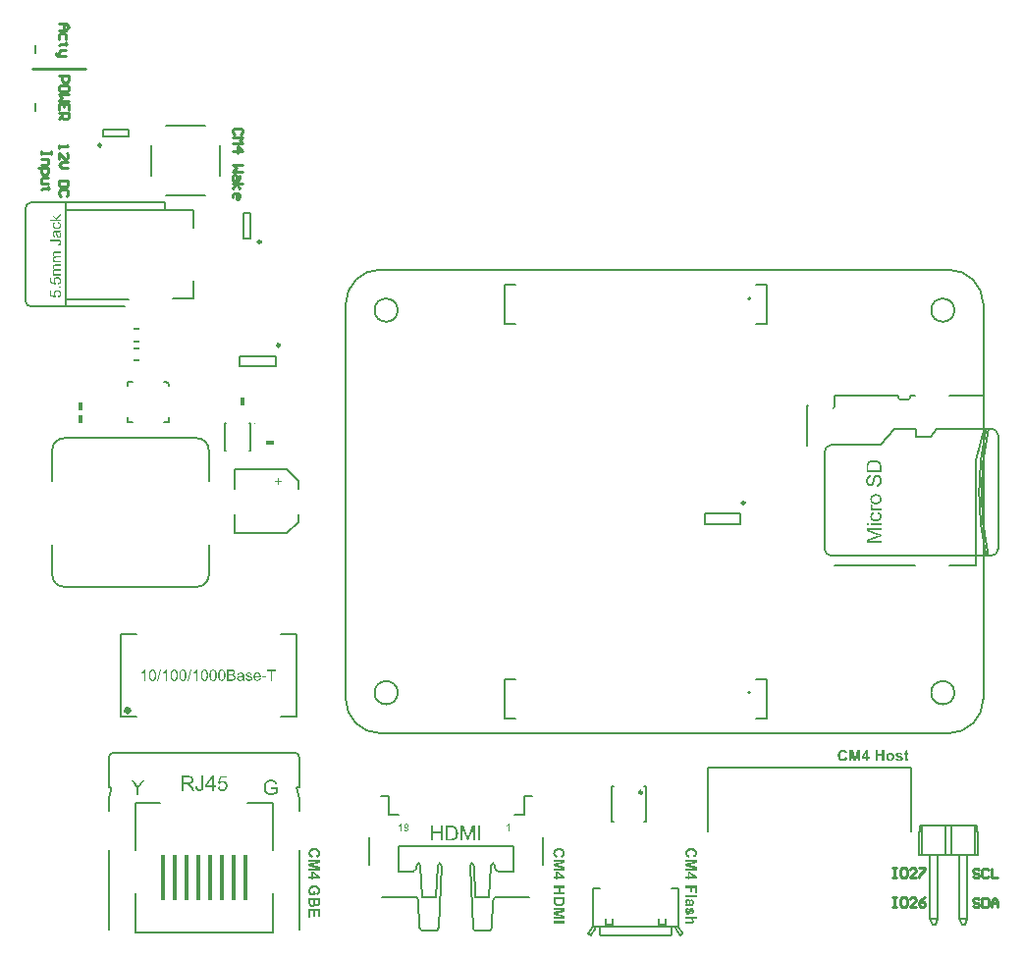
<source format=gto>
G04 This is an RS-274x file exported by *
G04 gerbv version 2.6A *
G04 More information is available about gerbv at *
G04 http://gerbv.geda-project.org/ *
G04 --End of header info--*
%MOIN*%
%FSLAX34Y34*%
%IPPOS*%
G04 --Define apertures--*
%ADD10C,0.0079*%
%ADD11C,0.0098*%
%ADD12C,0.0197*%
%ADD13C,0.0039*%
%ADD14C,0.0087*%
%ADD15R,0.0157X0.1575*%
%ADD16R,0.0118X0.0295*%
%ADD17R,0.0295X0.0118*%
%ADD18R,0.0236X0.0079*%
G04 --Start main section--*
G36*
G01X0009770Y0002873D02*
G01X0009776Y0002873D01*
G01X0009784Y0002872D01*
G01X0009793Y0002871D01*
G01X0009803Y0002870D01*
G01X0009815Y0002868D01*
G01X0009826Y0002865D01*
G01X0009838Y0002862D01*
G01X0009850Y0002858D01*
G01X0009863Y0002853D01*
G01X0009875Y0002848D01*
G01X0009886Y0002841D01*
G01X0009897Y0002834D01*
G01X0009907Y0002825D01*
G01X0009908Y0002825D01*
G01X0009910Y0002823D01*
G01X0009912Y0002821D01*
G01X0009916Y0002817D01*
G01X0009919Y0002812D01*
G01X0009924Y0002806D01*
G01X0009929Y0002799D01*
G01X0009934Y0002791D01*
G01X0009939Y0002782D01*
G01X0009943Y0002773D01*
G01X0009948Y0002762D01*
G01X0009952Y0002751D01*
G01X0009955Y0002739D01*
G01X0009958Y0002726D01*
G01X0009959Y0002712D01*
G01X0009960Y0002698D01*
G01X0009960Y0002691D01*
G01X0009959Y0002686D01*
G01X0009959Y0002680D01*
G01X0009958Y0002674D01*
G01X0009957Y0002666D01*
G01X0009955Y0002658D01*
G01X0009953Y0002649D01*
G01X0009950Y0002640D01*
G01X0009947Y0002631D01*
G01X0009942Y0002621D01*
G01X0009938Y0002611D01*
G01X0009932Y0002603D01*
G01X0009926Y0002593D01*
G01X0009919Y0002585D01*
G01X0009919Y0002585D01*
G01X0009918Y0002584D01*
G01X0009916Y0002582D01*
G01X0009914Y0002581D01*
G01X0009912Y0002579D01*
G01X0009908Y0002576D01*
G01X0009901Y0002570D01*
G01X0009891Y0002564D01*
G01X0009879Y0002558D01*
G01X0009865Y0002552D01*
G01X0009849Y0002546D01*
G01X0009831Y0002622D01*
G01X0009832Y0002622D01*
G01X0009833Y0002622D01*
G01X0009834Y0002622D01*
G01X0009836Y0002623D01*
G01X0009841Y0002625D01*
G01X0009848Y0002628D01*
G01X0009856Y0002632D01*
G01X0009863Y0002636D01*
G01X0009871Y0002643D01*
G01X0009877Y0002650D01*
G01X0009878Y0002651D01*
G01X0009880Y0002654D01*
G01X0009883Y0002658D01*
G01X0009886Y0002664D01*
G01X0009889Y0002672D01*
G01X0009892Y0002681D01*
G01X0009894Y0002691D01*
G01X0009895Y0002701D01*
G01X0009895Y0002705D01*
G01X0009894Y0002709D01*
G01X0009894Y0002712D01*
G01X0009893Y0002716D01*
G01X0009891Y0002726D01*
G01X0009887Y0002736D01*
G01X0009882Y0002748D01*
G01X0009878Y0002754D01*
G01X0009875Y0002759D01*
G01X0009870Y0002765D01*
G01X0009864Y0002770D01*
G01X0009864Y0002770D01*
G01X0009863Y0002771D01*
G01X0009861Y0002772D01*
G01X0009858Y0002774D01*
G01X0009855Y0002776D01*
G01X0009851Y0002778D01*
G01X0009846Y0002780D01*
G01X0009841Y0002782D01*
G01X0009834Y0002785D01*
G01X0009827Y0002787D01*
G01X0009819Y0002789D01*
G01X0009810Y0002792D01*
G01X0009800Y0002793D01*
G01X0009790Y0002794D01*
G01X0009779Y0002795D01*
G01X0009766Y0002795D01*
G01X0009765Y0002795D01*
G01X0009763Y0002795D01*
G01X0009759Y0002795D01*
G01X0009754Y0002795D01*
G01X0009749Y0002795D01*
G01X0009741Y0002794D01*
G01X0009734Y0002793D01*
G01X0009726Y0002792D01*
G01X0009709Y0002789D01*
G01X0009692Y0002784D01*
G01X0009684Y0002782D01*
G01X0009676Y0002778D01*
G01X0009669Y0002774D01*
G01X0009663Y0002770D01*
G01X0009663Y0002769D01*
G01X0009662Y0002769D01*
G01X0009661Y0002767D01*
G01X0009658Y0002765D01*
G01X0009654Y0002759D01*
G01X0009649Y0002752D01*
G01X0009643Y0002742D01*
G01X0009638Y0002731D01*
G01X0009634Y0002718D01*
G01X0009634Y0002711D01*
G01X0009633Y0002703D01*
G01X0009633Y0002700D01*
G01X0009634Y0002698D01*
G01X0009634Y0002692D01*
G01X0009635Y0002685D01*
G01X0009638Y0002677D01*
G01X0009641Y0002669D01*
G01X0009646Y0002660D01*
G01X0009652Y0002651D01*
G01X0009654Y0002650D01*
G01X0009656Y0002647D01*
G01X0009661Y0002644D01*
G01X0009667Y0002639D01*
G01X0009676Y0002634D01*
G01X0009686Y0002629D01*
G01X0009699Y0002624D01*
G01X0009714Y0002620D01*
G01X0009691Y0002545D01*
G01X0009690Y0002545D01*
G01X0009688Y0002546D01*
G01X0009685Y0002547D01*
G01X0009680Y0002549D01*
G01X0009675Y0002551D01*
G01X0009669Y0002553D01*
G01X0009663Y0002556D01*
G01X0009656Y0002559D01*
G01X0009641Y0002567D01*
G01X0009626Y0002576D01*
G01X0009611Y0002588D01*
G01X0009604Y0002595D01*
G01X0009598Y0002602D01*
G01X0009598Y0002603D01*
G01X0009597Y0002604D01*
G01X0009596Y0002606D01*
G01X0009593Y0002609D01*
G01X0009591Y0002613D01*
G01X0009589Y0002618D01*
G01X0009586Y0002623D01*
G01X0009584Y0002629D01*
G01X0009580Y0002636D01*
G01X0009578Y0002644D01*
G01X0009575Y0002652D01*
G01X0009573Y0002661D01*
G01X0009571Y0002670D01*
G01X0009569Y0002681D01*
G01X0009569Y0002691D01*
G01X0009568Y0002703D01*
G01X0009568Y0002706D01*
G01X0009569Y0002710D01*
G01X0009569Y0002715D01*
G01X0009570Y0002721D01*
G01X0009571Y0002729D01*
G01X0009573Y0002737D01*
G01X0009575Y0002746D01*
G01X0009578Y0002756D01*
G01X0009581Y0002765D01*
G01X0009585Y0002776D01*
G01X0009590Y0002786D01*
G01X0009596Y0002796D01*
G01X0009603Y0002807D01*
G01X0009610Y0002817D01*
G01X0009620Y0002826D01*
G01X0009620Y0002826D01*
G01X0009622Y0002828D01*
G01X0009625Y0002830D01*
G01X0009629Y0002834D01*
G01X0009634Y0002837D01*
G01X0009640Y0002841D01*
G01X0009648Y0002846D01*
G01X0009657Y0002850D01*
G01X0009666Y0002854D01*
G01X0009676Y0002859D01*
G01X0009688Y0002863D01*
G01X0009701Y0002866D01*
G01X0009714Y0002870D01*
G01X0009729Y0002872D01*
G01X0009744Y0002873D01*
G01X0009761Y0002874D01*
G01X0009761Y0002874D01*
G01X0009762Y0002874D01*
G01X0009765Y0002874D01*
G01X0009770Y0002873D01*
G37*
G36*
G01X0009770Y0002873D02*
G37*
G36*
G01X0009953Y0002366D02*
G01X0009694Y0002299D01*
G01X0009953Y0002231D01*
G01X0009953Y0002117D01*
G01X0009575Y0002117D01*
G01X0009575Y0002187D01*
G01X0009872Y0002188D01*
G01X0009575Y0002262D01*
G01X0009575Y0002336D01*
G01X0009872Y0002410D01*
G01X0009575Y0002410D01*
G01X0009575Y0002480D01*
G01X0009953Y0002480D01*
G01X0009953Y0002366D01*
G37*
G36*
G01X0009953Y0002366D02*
G37*
G36*
G01X0009954Y0001904D02*
G01X0009954Y0001843D01*
G01X0009714Y0001843D01*
G01X0009714Y0001796D01*
G01X0009651Y0001796D01*
G01X0009651Y0001843D01*
G01X0009575Y0001843D01*
G01X0009575Y0001913D01*
G01X0009651Y0001913D01*
G01X0009651Y0002068D01*
G01X0009714Y0002068D01*
G01X0009954Y0001904D01*
G37*
G36*
G01X0009954Y0001904D02*
G37*
G36*
G01X0009775Y0001612D02*
G01X0009780Y0001612D01*
G01X0009786Y0001611D01*
G01X0009793Y0001610D01*
G01X0009800Y0001609D01*
G01X0009816Y0001606D01*
G01X0009834Y0001602D01*
G01X0009852Y0001596D01*
G01X0009861Y0001592D01*
G01X0009870Y0001588D01*
G01X0009870Y0001587D01*
G01X0009872Y0001587D01*
G01X0009874Y0001585D01*
G01X0009877Y0001583D01*
G01X0009881Y0001581D01*
G01X0009886Y0001577D01*
G01X0009890Y0001573D01*
G01X0009896Y0001570D01*
G01X0009901Y0001565D01*
G01X0009907Y0001559D01*
G01X0009913Y0001553D01*
G01X0009919Y0001547D01*
G01X0009925Y0001540D01*
G01X0009931Y0001532D01*
G01X0009941Y0001516D01*
G01X0009941Y0001515D01*
G01X0009942Y0001514D01*
G01X0009942Y0001512D01*
G01X0009944Y0001509D01*
G01X0009945Y0001505D01*
G01X0009947Y0001501D01*
G01X0009948Y0001496D01*
G01X0009951Y0001490D01*
G01X0009952Y0001484D01*
G01X0009954Y0001477D01*
G01X0009955Y0001470D01*
G01X0009957Y0001462D01*
G01X0009959Y0001445D01*
G01X0009960Y0001425D01*
G01X0009960Y0001418D01*
G01X0009959Y0001413D01*
G01X0009959Y0001407D01*
G01X0009958Y0001400D01*
G01X0009958Y0001393D01*
G01X0009956Y0001385D01*
G01X0009953Y0001367D01*
G01X0009947Y0001349D01*
G01X0009944Y0001340D01*
G01X0009940Y0001331D01*
G01X0009936Y0001323D01*
G01X0009930Y0001315D01*
G01X0009930Y0001315D01*
G01X0009929Y0001314D01*
G01X0009927Y0001311D01*
G01X0009925Y0001309D01*
G01X0009922Y0001305D01*
G01X0009918Y0001302D01*
G01X0009914Y0001298D01*
G01X0009909Y0001294D01*
G01X0009904Y0001290D01*
G01X0009898Y0001285D01*
G01X0009891Y0001281D01*
G01X0009883Y0001277D01*
G01X0009876Y0001273D01*
G01X0009868Y0001269D01*
G01X0009858Y0001266D01*
G01X0009849Y0001264D01*
G01X0009835Y0001340D01*
G01X0009835Y0001340D01*
G01X0009836Y0001340D01*
G01X0009839Y0001341D01*
G01X0009844Y0001344D01*
G01X0009851Y0001347D01*
G01X0009858Y0001351D01*
G01X0009865Y0001356D01*
G01X0009872Y0001363D01*
G01X0009878Y0001370D01*
G01X0009879Y0001371D01*
G01X0009881Y0001374D01*
G01X0009884Y0001379D01*
G01X0009887Y0001385D01*
G01X0009890Y0001393D01*
G01X0009892Y0001403D01*
G01X0009894Y0001413D01*
G01X0009895Y0001425D01*
G01X0009895Y0001430D01*
G01X0009894Y0001433D01*
G01X0009894Y0001437D01*
G01X0009893Y0001442D01*
G01X0009892Y0001448D01*
G01X0009891Y0001454D01*
G01X0009887Y0001466D01*
G01X0009884Y0001473D01*
G01X0009881Y0001480D01*
G01X0009877Y0001486D01*
G01X0009874Y0001493D01*
G01X0009868Y0001499D01*
G01X0009863Y0001505D01*
G01X0009862Y0001505D01*
G01X0009861Y0001506D01*
G01X0009859Y0001507D01*
G01X0009857Y0001509D01*
G01X0009853Y0001511D01*
G01X0009849Y0001514D01*
G01X0009845Y0001517D01*
G01X0009839Y0001519D01*
G01X0009833Y0001522D01*
G01X0009825Y0001524D01*
G01X0009818Y0001527D01*
G01X0009810Y0001529D01*
G01X0009800Y0001531D01*
G01X0009790Y0001532D01*
G01X0009780Y0001533D01*
G01X0009768Y0001534D01*
G01X0009768Y0001534D01*
G01X0009765Y0001534D01*
G01X0009762Y0001534D01*
G01X0009757Y0001533D01*
G01X0009751Y0001532D01*
G01X0009745Y0001532D01*
G01X0009738Y0001531D01*
G01X0009730Y0001530D01*
G01X0009714Y0001526D01*
G01X0009697Y0001521D01*
G01X0009688Y0001518D01*
G01X0009681Y0001514D01*
G01X0009673Y0001509D01*
G01X0009667Y0001504D01*
G01X0009666Y0001504D01*
G01X0009665Y0001502D01*
G01X0009663Y0001501D01*
G01X0009661Y0001499D01*
G01X0009659Y0001495D01*
G01X0009656Y0001492D01*
G01X0009653Y0001488D01*
G01X0009650Y0001483D01*
G01X0009646Y0001477D01*
G01X0009644Y0001472D01*
G01X0009638Y0001458D01*
G01X0009636Y0001451D01*
G01X0009634Y0001443D01*
G01X0009633Y0001434D01*
G01X0009633Y0001425D01*
G01X0009633Y0001421D01*
G01X0009633Y0001417D01*
G01X0009634Y0001410D01*
G01X0009635Y0001403D01*
G01X0009637Y0001395D01*
G01X0009639Y0001386D01*
G01X0009642Y0001377D01*
G01X0009642Y0001377D01*
G01X0009643Y0001376D01*
G01X0009644Y0001374D01*
G01X0009646Y0001369D01*
G01X0009649Y0001363D01*
G01X0009652Y0001357D01*
G01X0009656Y0001350D01*
G01X0009660Y0001342D01*
G01X0009665Y0001336D01*
G01X0009714Y0001336D01*
G01X0009714Y0001423D01*
G01X0009777Y0001423D01*
G01X0009777Y0001259D01*
G01X0009626Y0001259D01*
G01X0009625Y0001260D01*
G01X0009623Y0001262D01*
G01X0009622Y0001263D01*
G01X0009620Y0001266D01*
G01X0009617Y0001269D01*
G01X0009612Y0001276D01*
G01X0009606Y0001287D01*
G01X0009599Y0001299D01*
G01X0009592Y0001312D01*
G01X0009585Y0001329D01*
G01X0009585Y0001329D01*
G01X0009585Y0001331D01*
G01X0009584Y0001333D01*
G01X0009583Y0001336D01*
G01X0009581Y0001341D01*
G01X0009580Y0001346D01*
G01X0009578Y0001351D01*
G01X0009576Y0001357D01*
G01X0009573Y0001371D01*
G01X0009571Y0001387D01*
G01X0009568Y0001403D01*
G01X0009568Y0001421D01*
G01X0009568Y0001427D01*
G01X0009568Y0001430D01*
G01X0009568Y0001436D01*
G01X0009569Y0001442D01*
G01X0009570Y0001448D01*
G01X0009571Y0001456D01*
G01X0009574Y0001472D01*
G01X0009578Y0001489D01*
G01X0009584Y0001507D01*
G01X0009588Y0001516D01*
G01X0009592Y0001524D01*
G01X0009593Y0001525D01*
G01X0009593Y0001526D01*
G01X0009595Y0001529D01*
G01X0009597Y0001531D01*
G01X0009599Y0001535D01*
G01X0009603Y0001539D01*
G01X0009607Y0001544D01*
G01X0009611Y0001549D01*
G01X0009621Y0001560D01*
G01X0009633Y0001571D01*
G01X0009647Y0001581D01*
G01X0009664Y0001590D01*
G01X0009664Y0001590D01*
G01X0009666Y0001591D01*
G01X0009669Y0001593D01*
G01X0009672Y0001594D01*
G01X0009676Y0001595D01*
G01X0009681Y0001597D01*
G01X0009687Y0001599D01*
G01X0009694Y0001601D01*
G01X0009701Y0001603D01*
G01X0009709Y0001605D01*
G01X0009726Y0001609D01*
G01X0009745Y0001611D01*
G01X0009765Y0001612D01*
G01X0009765Y0001612D01*
G01X0009768Y0001612D01*
G01X0009771Y0001612D01*
G01X0009775Y0001612D01*
G37*
G36*
G01X0009775Y0001612D02*
G37*
G36*
G01X0009953Y0001022D02*
G01X0009952Y0001012D01*
G01X0009952Y0001001D01*
G01X0009951Y0000990D01*
G01X0009950Y0000980D01*
G01X0009949Y0000971D01*
G01X0009949Y0000970D01*
G01X0009948Y0000967D01*
G01X0009947Y0000963D01*
G01X0009946Y0000958D01*
G01X0009943Y0000952D01*
G01X0009941Y0000945D01*
G01X0009937Y0000938D01*
G01X0009933Y0000931D01*
G01X0009932Y0000931D01*
G01X0009931Y0000929D01*
G01X0009928Y0000925D01*
G01X0009925Y0000921D01*
G01X0009920Y0000917D01*
G01X0009914Y0000912D01*
G01X0009908Y0000907D01*
G01X0009901Y0000902D01*
G01X0009900Y0000902D01*
G01X0009898Y0000901D01*
G01X0009894Y0000899D01*
G01X0009888Y0000896D01*
G01X0009882Y0000894D01*
G01X0009875Y0000892D01*
G01X0009866Y0000891D01*
G01X0009857Y0000890D01*
G01X0009857Y0000890D01*
G01X0009856Y0000890D01*
G01X0009853Y0000890D01*
G01X0009848Y0000891D01*
G01X0009841Y0000892D01*
G01X0009834Y0000894D01*
G01X0009825Y0000896D01*
G01X0009817Y0000900D01*
G01X0009809Y0000905D01*
G01X0009807Y0000906D01*
G01X0009805Y0000908D01*
G01X0009801Y0000911D01*
G01X0009796Y0000915D01*
G01X0009791Y0000920D01*
G01X0009785Y0000927D01*
G01X0009780Y0000935D01*
G01X0009775Y0000943D01*
G01X0009775Y0000943D01*
G01X0009775Y0000942D01*
G01X0009774Y0000940D01*
G01X0009774Y0000938D01*
G01X0009771Y0000931D01*
G01X0009767Y0000924D01*
G01X0009763Y0000916D01*
G01X0009757Y0000906D01*
G01X0009750Y0000898D01*
G01X0009741Y0000890D01*
G01X0009740Y0000890D01*
G01X0009736Y0000888D01*
G01X0009732Y0000884D01*
G01X0009725Y0000881D01*
G01X0009716Y0000878D01*
G01X0009707Y0000875D01*
G01X0009696Y0000872D01*
G01X0009684Y0000872D01*
G01X0009684Y0000872D01*
G01X0009683Y0000872D01*
G01X0009680Y0000872D01*
G01X0009675Y0000872D01*
G01X0009668Y0000873D01*
G01X0009661Y0000875D01*
G01X0009652Y0000877D01*
G01X0009643Y0000880D01*
G01X0009634Y0000884D01*
G01X0009633Y0000884D01*
G01X0009630Y0000886D01*
G01X0009626Y0000889D01*
G01X0009620Y0000893D01*
G01X0009614Y0000897D01*
G01X0009608Y0000903D01*
G01X0009601Y0000909D01*
G01X0009595Y0000917D01*
G01X0009595Y0000918D01*
G01X0009593Y0000920D01*
G01X0009590Y0000925D01*
G01X0009587Y0000931D01*
G01X0009584Y0000938D01*
G01X0009581Y0000947D01*
G01X0009579Y0000957D01*
G01X0009577Y0000968D01*
G01X0009577Y0000970D01*
G01X0009576Y0000972D01*
G01X0009576Y0000978D01*
G01X0009576Y0000982D01*
G01X0009576Y0000992D01*
G01X0009575Y0000999D01*
G01X0009575Y0001015D01*
G01X0009575Y0001024D01*
G01X0009575Y0001188D01*
G01X0009953Y0001188D01*
G01X0009953Y0001022D01*
G37*
G36*
G01X0009953Y0001022D02*
G37*
G36*
G01X0009953Y0000527D02*
G01X0009889Y0000527D01*
G01X0009889Y0000730D01*
G01X0009805Y0000730D01*
G01X0009805Y0000541D01*
G01X0009741Y0000541D01*
G01X0009741Y0000730D01*
G01X0009639Y0000730D01*
G01X0009639Y0000520D01*
G01X0009575Y0000520D01*
G01X0009575Y0000807D01*
G01X0009953Y0000807D01*
G01X0009953Y0000527D01*
G37*
G36*
G01X0009953Y0000527D02*
G37*
G36*
G01X0018077Y0002873D02*
G01X0018083Y0002873D01*
G01X0018091Y0002872D01*
G01X0018100Y0002871D01*
G01X0018110Y0002870D01*
G01X0018121Y0002868D01*
G01X0018133Y0002865D01*
G01X0018145Y0002862D01*
G01X0018157Y0002858D01*
G01X0018169Y0002853D01*
G01X0018181Y0002848D01*
G01X0018193Y0002841D01*
G01X0018204Y0002834D01*
G01X0018214Y0002825D01*
G01X0018215Y0002825D01*
G01X0018216Y0002823D01*
G01X0018219Y0002821D01*
G01X0018222Y0002817D01*
G01X0018226Y0002812D01*
G01X0018231Y0002806D01*
G01X0018235Y0002799D01*
G01X0018240Y0002791D01*
G01X0018245Y0002782D01*
G01X0018250Y0002773D01*
G01X0018255Y0002762D01*
G01X0018258Y0002751D01*
G01X0018262Y0002739D01*
G01X0018264Y0002726D01*
G01X0018266Y0002712D01*
G01X0018267Y0002698D01*
G01X0018267Y0002691D01*
G01X0018266Y0002686D01*
G01X0018266Y0002680D01*
G01X0018264Y0002674D01*
G01X0018263Y0002666D01*
G01X0018262Y0002658D01*
G01X0018260Y0002649D01*
G01X0018257Y0002640D01*
G01X0018254Y0002631D01*
G01X0018249Y0002621D01*
G01X0018245Y0002611D01*
G01X0018239Y0002603D01*
G01X0018233Y0002593D01*
G01X0018226Y0002585D01*
G01X0018226Y0002585D01*
G01X0018225Y0002584D01*
G01X0018223Y0002582D01*
G01X0018221Y0002581D01*
G01X0018219Y0002579D01*
G01X0018215Y0002576D01*
G01X0018208Y0002570D01*
G01X0018198Y0002564D01*
G01X0018186Y0002558D01*
G01X0018172Y0002552D01*
G01X0018156Y0002546D01*
G01X0018138Y0002622D01*
G01X0018139Y0002622D01*
G01X0018139Y0002622D01*
G01X0018141Y0002622D01*
G01X0018143Y0002623D01*
G01X0018148Y0002625D01*
G01X0018155Y0002628D01*
G01X0018162Y0002632D01*
G01X0018170Y0002636D01*
G01X0018178Y0002643D01*
G01X0018184Y0002650D01*
G01X0018185Y0002651D01*
G01X0018187Y0002654D01*
G01X0018190Y0002658D01*
G01X0018193Y0002664D01*
G01X0018196Y0002672D01*
G01X0018199Y0002681D01*
G01X0018201Y0002691D01*
G01X0018202Y0002701D01*
G01X0018202Y0002705D01*
G01X0018201Y0002709D01*
G01X0018201Y0002712D01*
G01X0018200Y0002716D01*
G01X0018198Y0002726D01*
G01X0018194Y0002736D01*
G01X0018189Y0002748D01*
G01X0018185Y0002754D01*
G01X0018181Y0002759D01*
G01X0018177Y0002765D01*
G01X0018171Y0002770D01*
G01X0018171Y0002770D01*
G01X0018169Y0002771D01*
G01X0018168Y0002772D01*
G01X0018165Y0002774D01*
G01X0018162Y0002776D01*
G01X0018158Y0002778D01*
G01X0018153Y0002780D01*
G01X0018148Y0002782D01*
G01X0018141Y0002785D01*
G01X0018134Y0002787D01*
G01X0018126Y0002789D01*
G01X0018117Y0002792D01*
G01X0018107Y0002793D01*
G01X0018097Y0002794D01*
G01X0018085Y0002795D01*
G01X0018073Y0002795D01*
G01X0018072Y0002795D01*
G01X0018069Y0002795D01*
G01X0018066Y0002795D01*
G01X0018061Y0002795D01*
G01X0018055Y0002795D01*
G01X0018048Y0002794D01*
G01X0018041Y0002793D01*
G01X0018033Y0002792D01*
G01X0018016Y0002789D01*
G01X0017999Y0002784D01*
G01X0017991Y0002782D01*
G01X0017983Y0002778D01*
G01X0017976Y0002774D01*
G01X0017970Y0002770D01*
G01X0017970Y0002769D01*
G01X0017969Y0002769D01*
G01X0017967Y0002767D01*
G01X0017965Y0002765D01*
G01X0017961Y0002759D01*
G01X0017955Y0002752D01*
G01X0017949Y0002742D01*
G01X0017945Y0002731D01*
G01X0017941Y0002718D01*
G01X0017941Y0002711D01*
G01X0017940Y0002703D01*
G01X0017940Y0002700D01*
G01X0017941Y0002698D01*
G01X0017941Y0002692D01*
G01X0017942Y0002685D01*
G01X0017945Y0002677D01*
G01X0017948Y0002669D01*
G01X0017953Y0002660D01*
G01X0017959Y0002651D01*
G01X0017960Y0002650D01*
G01X0017963Y0002647D01*
G01X0017967Y0002644D01*
G01X0017974Y0002639D01*
G01X0017983Y0002634D01*
G01X0017993Y0002629D01*
G01X0018006Y0002624D01*
G01X0018020Y0002620D01*
G01X0017997Y0002545D01*
G01X0017997Y0002545D01*
G01X0017995Y0002546D01*
G01X0017991Y0002547D01*
G01X0017987Y0002549D01*
G01X0017982Y0002551D01*
G01X0017976Y0002553D01*
G01X0017970Y0002556D01*
G01X0017962Y0002559D01*
G01X0017948Y0002567D01*
G01X0017932Y0002576D01*
G01X0017918Y0002588D01*
G01X0017911Y0002595D01*
G01X0017905Y0002602D01*
G01X0017905Y0002603D01*
G01X0017904Y0002604D01*
G01X0017902Y0002606D01*
G01X0017900Y0002609D01*
G01X0017898Y0002613D01*
G01X0017896Y0002618D01*
G01X0017893Y0002623D01*
G01X0017890Y0002629D01*
G01X0017887Y0002636D01*
G01X0017884Y0002644D01*
G01X0017882Y0002652D01*
G01X0017880Y0002661D01*
G01X0017878Y0002670D01*
G01X0017876Y0002681D01*
G01X0017876Y0002691D01*
G01X0017875Y0002703D01*
G01X0017875Y0002706D01*
G01X0017876Y0002710D01*
G01X0017876Y0002715D01*
G01X0017877Y0002721D01*
G01X0017878Y0002729D01*
G01X0017879Y0002737D01*
G01X0017882Y0002746D01*
G01X0017884Y0002756D01*
G01X0017888Y0002765D01*
G01X0017892Y0002776D01*
G01X0017897Y0002786D01*
G01X0017902Y0002796D01*
G01X0017910Y0002807D01*
G01X0017917Y0002817D01*
G01X0017926Y0002826D01*
G01X0017927Y0002826D01*
G01X0017929Y0002828D01*
G01X0017932Y0002830D01*
G01X0017936Y0002834D01*
G01X0017941Y0002837D01*
G01X0017947Y0002841D01*
G01X0017955Y0002846D01*
G01X0017964Y0002850D01*
G01X0017973Y0002854D01*
G01X0017983Y0002859D01*
G01X0017995Y0002863D01*
G01X0018008Y0002866D01*
G01X0018021Y0002870D01*
G01X0018036Y0002872D01*
G01X0018051Y0002873D01*
G01X0018067Y0002874D01*
G01X0018068Y0002874D01*
G01X0018068Y0002874D01*
G01X0018072Y0002874D01*
G01X0018077Y0002873D01*
G37*
G36*
G01X0018077Y0002873D02*
G37*
G36*
G01X0018260Y0002366D02*
G01X0018001Y0002299D01*
G01X0018260Y0002231D01*
G01X0018260Y0002117D01*
G01X0017882Y0002117D01*
G01X0017882Y0002187D01*
G01X0018179Y0002188D01*
G01X0017882Y0002262D01*
G01X0017882Y0002336D01*
G01X0018179Y0002410D01*
G01X0017882Y0002410D01*
G01X0017882Y0002480D01*
G01X0018260Y0002480D01*
G01X0018260Y0002366D01*
G37*
G36*
G01X0018260Y0002366D02*
G37*
G36*
G01X0018261Y0001904D02*
G01X0018261Y0001843D01*
G01X0018021Y0001843D01*
G01X0018021Y0001796D01*
G01X0017958Y0001796D01*
G01X0017958Y0001843D01*
G01X0017882Y0001843D01*
G01X0017882Y0001913D01*
G01X0017958Y0001913D01*
G01X0017958Y0002068D01*
G01X0018020Y0002068D01*
G01X0018261Y0001904D01*
G37*
G36*
G01X0018261Y0001904D02*
G37*
G36*
G01X0018260Y0001522D02*
G01X0018111Y0001522D01*
G01X0018111Y0001373D01*
G01X0018260Y0001373D01*
G01X0018260Y0001297D01*
G01X0017882Y0001297D01*
G01X0017882Y0001373D01*
G01X0018047Y0001373D01*
G01X0018047Y0001522D01*
G01X0017882Y0001522D01*
G01X0017882Y0001599D01*
G01X0018260Y0001599D01*
G01X0018260Y0001522D01*
G37*
G36*
G01X0018260Y0001522D02*
G37*
G36*
G01X0018260Y0001067D02*
G01X0018259Y0001062D01*
G01X0018258Y0001052D01*
G01X0018258Y0001041D01*
G01X0018256Y0001029D01*
G01X0018255Y0001017D01*
G01X0018252Y0001007D01*
G01X0018252Y0001006D01*
G01X0018251Y0001005D01*
G01X0018251Y0001003D01*
G01X0018250Y0001001D01*
G01X0018247Y0000995D01*
G01X0018244Y0000987D01*
G01X0018239Y0000978D01*
G01X0018233Y0000968D01*
G01X0018226Y0000959D01*
G01X0018217Y0000950D01*
G01X0018217Y0000949D01*
G01X0018216Y0000949D01*
G01X0018213Y0000946D01*
G01X0018207Y0000942D01*
G01X0018200Y0000937D01*
G01X0018191Y0000931D01*
G01X0018181Y0000925D01*
G01X0018169Y0000919D01*
G01X0018156Y0000914D01*
G01X0018155Y0000914D01*
G01X0018154Y0000913D01*
G01X0018152Y0000913D01*
G01X0018149Y0000912D01*
G01X0018146Y0000911D01*
G01X0018142Y0000910D01*
G01X0018137Y0000909D01*
G01X0018131Y0000907D01*
G01X0018125Y0000906D01*
G01X0018118Y0000905D01*
G01X0018111Y0000904D01*
G01X0018103Y0000904D01*
G01X0018086Y0000902D01*
G01X0018067Y0000901D01*
G01X0018066Y0000901D01*
G01X0018065Y0000901D01*
G01X0018062Y0000901D01*
G01X0018059Y0000901D01*
G01X0018055Y0000902D01*
G01X0018050Y0000902D01*
G01X0018045Y0000902D01*
G01X0018039Y0000903D01*
G01X0018026Y0000904D01*
G01X0018013Y0000906D01*
G01X0018000Y0000909D01*
G01X0017986Y0000913D01*
G01X0017986Y0000913D01*
G01X0017985Y0000914D01*
G01X0017983Y0000915D01*
G01X0017979Y0000916D01*
G01X0017976Y0000917D01*
G01X0017972Y0000919D01*
G01X0017962Y0000924D01*
G01X0017952Y0000929D01*
G01X0017941Y0000936D01*
G01X0017930Y0000944D01*
G01X0017919Y0000954D01*
G01X0017918Y0000955D01*
G01X0017916Y0000958D01*
G01X0017913Y0000962D01*
G01X0017908Y0000968D01*
G01X0017904Y0000976D01*
G01X0017899Y0000984D01*
G01X0017894Y0000995D01*
G01X0017889Y0001007D01*
G01X0017889Y0001008D01*
G01X0017889Y0001008D01*
G01X0017889Y0001010D01*
G01X0017888Y0001012D01*
G01X0017887Y0001018D01*
G01X0017886Y0001025D01*
G01X0017884Y0001035D01*
G01X0017883Y0001046D01*
G01X0017882Y0001060D01*
G01X0017882Y0001074D01*
G01X0017882Y0001217D01*
G01X0018260Y0001217D01*
G01X0018260Y0001067D01*
G37*
G36*
G01X0018260Y0001067D02*
G37*
G36*
G01X0018260Y0000723D02*
G01X0018001Y0000656D01*
G01X0018260Y0000588D01*
G01X0018260Y0000474D01*
G01X0017882Y0000474D01*
G01X0017882Y0000544D01*
G01X0018179Y0000545D01*
G01X0017882Y0000619D01*
G01X0017882Y0000693D01*
G01X0018179Y0000767D01*
G01X0017882Y0000767D01*
G01X0017882Y0000837D01*
G01X0018260Y0000837D01*
G01X0018260Y0000723D01*
G37*
G36*
G01X0018260Y0000723D02*
G37*
G36*
G01X0018260Y0000323D02*
G01X0017882Y0000323D01*
G01X0017882Y0000399D01*
G01X0018260Y0000399D01*
G01X0018260Y0000323D01*
G37*
G36*
G01X0018260Y0000323D02*
G37*
G36*
G01X0022565Y0002873D02*
G01X0022571Y0002873D01*
G01X0022579Y0002872D01*
G01X0022588Y0002871D01*
G01X0022598Y0002870D01*
G01X0022610Y0002868D01*
G01X0022621Y0002865D01*
G01X0022633Y0002862D01*
G01X0022645Y0002858D01*
G01X0022658Y0002853D01*
G01X0022670Y0002848D01*
G01X0022681Y0002841D01*
G01X0022692Y0002834D01*
G01X0022702Y0002825D01*
G01X0022703Y0002825D01*
G01X0022705Y0002823D01*
G01X0022707Y0002821D01*
G01X0022711Y0002817D01*
G01X0022714Y0002812D01*
G01X0022719Y0002806D01*
G01X0022724Y0002799D01*
G01X0022729Y0002791D01*
G01X0022734Y0002782D01*
G01X0022738Y0002773D01*
G01X0022743Y0002762D01*
G01X0022747Y0002751D01*
G01X0022750Y0002739D01*
G01X0022753Y0002726D01*
G01X0022754Y0002712D01*
G01X0022755Y0002698D01*
G01X0022755Y0002691D01*
G01X0022754Y0002686D01*
G01X0022754Y0002680D01*
G01X0022753Y0002674D01*
G01X0022752Y0002666D01*
G01X0022750Y0002658D01*
G01X0022748Y0002649D01*
G01X0022745Y0002640D01*
G01X0022742Y0002631D01*
G01X0022737Y0002621D01*
G01X0022733Y0002611D01*
G01X0022727Y0002603D01*
G01X0022721Y0002593D01*
G01X0022714Y0002585D01*
G01X0022714Y0002585D01*
G01X0022713Y0002584D01*
G01X0022711Y0002582D01*
G01X0022709Y0002581D01*
G01X0022707Y0002579D01*
G01X0022703Y0002576D01*
G01X0022696Y0002570D01*
G01X0022686Y0002564D01*
G01X0022674Y0002558D01*
G01X0022660Y0002552D01*
G01X0022644Y0002546D01*
G01X0022626Y0002622D01*
G01X0022627Y0002622D01*
G01X0022628Y0002622D01*
G01X0022629Y0002622D01*
G01X0022631Y0002623D01*
G01X0022636Y0002625D01*
G01X0022643Y0002628D01*
G01X0022651Y0002632D01*
G01X0022658Y0002636D01*
G01X0022666Y0002643D01*
G01X0022672Y0002650D01*
G01X0022673Y0002651D01*
G01X0022675Y0002654D01*
G01X0022678Y0002658D01*
G01X0022681Y0002664D01*
G01X0022684Y0002672D01*
G01X0022687Y0002681D01*
G01X0022689Y0002691D01*
G01X0022690Y0002701D01*
G01X0022690Y0002705D01*
G01X0022689Y0002709D01*
G01X0022689Y0002712D01*
G01X0022688Y0002716D01*
G01X0022686Y0002726D01*
G01X0022682Y0002736D01*
G01X0022677Y0002748D01*
G01X0022673Y0002754D01*
G01X0022670Y0002759D01*
G01X0022665Y0002765D01*
G01X0022659Y0002770D01*
G01X0022659Y0002770D01*
G01X0022658Y0002771D01*
G01X0022656Y0002772D01*
G01X0022653Y0002774D01*
G01X0022650Y0002776D01*
G01X0022646Y0002778D01*
G01X0022641Y0002780D01*
G01X0022636Y0002782D01*
G01X0022629Y0002785D01*
G01X0022622Y0002787D01*
G01X0022614Y0002789D01*
G01X0022605Y0002792D01*
G01X0022595Y0002793D01*
G01X0022585Y0002794D01*
G01X0022574Y0002795D01*
G01X0022561Y0002795D01*
G01X0022560Y0002795D01*
G01X0022558Y0002795D01*
G01X0022554Y0002795D01*
G01X0022549Y0002795D01*
G01X0022544Y0002795D01*
G01X0022536Y0002794D01*
G01X0022529Y0002793D01*
G01X0022521Y0002792D01*
G01X0022504Y0002789D01*
G01X0022487Y0002784D01*
G01X0022479Y0002782D01*
G01X0022471Y0002778D01*
G01X0022464Y0002774D01*
G01X0022458Y0002770D01*
G01X0022458Y0002769D01*
G01X0022457Y0002769D01*
G01X0022456Y0002767D01*
G01X0022453Y0002765D01*
G01X0022449Y0002759D01*
G01X0022444Y0002752D01*
G01X0022438Y0002742D01*
G01X0022433Y0002731D01*
G01X0022429Y0002718D01*
G01X0022429Y0002711D01*
G01X0022428Y0002703D01*
G01X0022428Y0002700D01*
G01X0022429Y0002698D01*
G01X0022429Y0002692D01*
G01X0022430Y0002685D01*
G01X0022433Y0002677D01*
G01X0022436Y0002669D01*
G01X0022441Y0002660D01*
G01X0022447Y0002651D01*
G01X0022449Y0002650D01*
G01X0022451Y0002647D01*
G01X0022456Y0002644D01*
G01X0022462Y0002639D01*
G01X0022471Y0002634D01*
G01X0022481Y0002629D01*
G01X0022494Y0002624D01*
G01X0022509Y0002620D01*
G01X0022486Y0002545D01*
G01X0022485Y0002545D01*
G01X0022483Y0002546D01*
G01X0022480Y0002547D01*
G01X0022475Y0002549D01*
G01X0022470Y0002551D01*
G01X0022464Y0002553D01*
G01X0022458Y0002556D01*
G01X0022451Y0002559D01*
G01X0022436Y0002567D01*
G01X0022421Y0002576D01*
G01X0022406Y0002588D01*
G01X0022399Y0002595D01*
G01X0022393Y0002602D01*
G01X0022393Y0002603D01*
G01X0022392Y0002604D01*
G01X0022391Y0002606D01*
G01X0022388Y0002609D01*
G01X0022386Y0002613D01*
G01X0022384Y0002618D01*
G01X0022381Y0002623D01*
G01X0022379Y0002629D01*
G01X0022375Y0002636D01*
G01X0022373Y0002644D01*
G01X0022370Y0002652D01*
G01X0022368Y0002661D01*
G01X0022366Y0002670D01*
G01X0022364Y0002681D01*
G01X0022364Y0002691D01*
G01X0022363Y0002703D01*
G01X0022363Y0002706D01*
G01X0022364Y0002710D01*
G01X0022364Y0002715D01*
G01X0022365Y0002721D01*
G01X0022366Y0002729D01*
G01X0022368Y0002737D01*
G01X0022370Y0002746D01*
G01X0022373Y0002756D01*
G01X0022376Y0002765D01*
G01X0022380Y0002776D01*
G01X0022385Y0002786D01*
G01X0022391Y0002796D01*
G01X0022398Y0002807D01*
G01X0022405Y0002817D01*
G01X0022415Y0002826D01*
G01X0022415Y0002826D01*
G01X0022417Y0002828D01*
G01X0022420Y0002830D01*
G01X0022424Y0002834D01*
G01X0022429Y0002837D01*
G01X0022435Y0002841D01*
G01X0022443Y0002846D01*
G01X0022452Y0002850D01*
G01X0022461Y0002854D01*
G01X0022471Y0002859D01*
G01X0022483Y0002863D01*
G01X0022496Y0002866D01*
G01X0022509Y0002870D01*
G01X0022524Y0002872D01*
G01X0022539Y0002873D01*
G01X0022556Y0002874D01*
G01X0022556Y0002874D01*
G01X0022557Y0002874D01*
G01X0022560Y0002874D01*
G01X0022565Y0002873D01*
G37*
G36*
G01X0022565Y0002873D02*
G37*
G36*
G01X0022748Y0002366D02*
G01X0022489Y0002299D01*
G01X0022748Y0002231D01*
G01X0022748Y0002117D01*
G01X0022370Y0002117D01*
G01X0022370Y0002187D01*
G01X0022667Y0002188D01*
G01X0022370Y0002262D01*
G01X0022370Y0002336D01*
G01X0022667Y0002410D01*
G01X0022370Y0002410D01*
G01X0022370Y0002480D01*
G01X0022748Y0002480D01*
G01X0022748Y0002366D01*
G37*
G36*
G01X0022748Y0002366D02*
G37*
G36*
G01X0022749Y0001904D02*
G01X0022749Y0001843D01*
G01X0022509Y0001843D01*
G01X0022509Y0001796D01*
G01X0022446Y0001796D01*
G01X0022446Y0001843D01*
G01X0022370Y0001843D01*
G01X0022370Y0001913D01*
G01X0022446Y0001913D01*
G01X0022446Y0002068D01*
G01X0022509Y0002068D01*
G01X0022749Y0001904D01*
G37*
G36*
G01X0022749Y0001904D02*
G37*
G36*
G01X0022748Y0001339D02*
G01X0022684Y0001339D01*
G01X0022684Y0001522D01*
G01X0022594Y0001522D01*
G01X0022594Y0001364D01*
G01X0022530Y0001364D01*
G01X0022530Y0001522D01*
G01X0022370Y0001522D01*
G01X0022370Y0001599D01*
G01X0022748Y0001599D01*
G01X0022748Y0001339D01*
G37*
G36*
G01X0022748Y0001339D02*
G37*
G36*
G01X0022748Y0001204D02*
G01X0022370Y0001204D01*
G01X0022370Y0001277D01*
G01X0022748Y0001277D01*
G01X0022748Y0001204D01*
G37*
G36*
G01X0022748Y0001204D02*
G37*
G36*
G01X0022452Y0001149D02*
G01X0022458Y0001148D01*
G01X0022464Y0001146D01*
G01X0022471Y0001145D01*
G01X0022478Y0001142D01*
G01X0022485Y0001138D01*
G01X0022486Y0001138D01*
G01X0022488Y0001136D01*
G01X0022492Y0001134D01*
G01X0022495Y0001130D01*
G01X0022500Y0001126D01*
G01X0022505Y0001121D01*
G01X0022509Y0001115D01*
G01X0022513Y0001108D01*
G01X0022513Y0001107D01*
G01X0022515Y0001104D01*
G01X0022516Y0001100D01*
G01X0022519Y0001093D01*
G01X0022522Y0001085D01*
G01X0022524Y0001075D01*
G01X0022527Y0001063D01*
G01X0022530Y0001050D01*
G01X0022530Y0001049D01*
G01X0022530Y0001048D01*
G01X0022531Y0001045D01*
G01X0022531Y0001042D01*
G01X0022532Y0001037D01*
G01X0022533Y0001032D01*
G01X0022536Y0001021D01*
G01X0022539Y0001010D01*
G01X0022541Y0000998D01*
G01X0022545Y0000988D01*
G01X0022546Y0000983D01*
G01X0022548Y0000979D01*
G01X0022555Y0000979D01*
G01X0022556Y0000979D01*
G01X0022558Y0000979D01*
G01X0022562Y0000979D01*
G01X0022567Y0000980D01*
G01X0022572Y0000982D01*
G01X0022577Y0000983D01*
G01X0022581Y0000986D01*
G01X0022585Y0000990D01*
G01X0022586Y0000990D01*
G01X0022587Y0000992D01*
G01X0022588Y0000995D01*
G01X0022590Y0000999D01*
G01X0022592Y0001004D01*
G01X0022593Y0001011D01*
G01X0022594Y0001019D01*
G01X0022594Y0001029D01*
G01X0022594Y0001032D01*
G01X0022594Y0001035D01*
G01X0022593Y0001039D01*
G01X0022592Y0001044D01*
G01X0022591Y0001050D01*
G01X0022589Y0001055D01*
G01X0022586Y0001059D01*
G01X0022586Y0001060D01*
G01X0022584Y0001061D01*
G01X0022583Y0001063D01*
G01X0022580Y0001065D01*
G01X0022576Y0001068D01*
G01X0022571Y0001071D01*
G01X0022566Y0001074D01*
G01X0022559Y0001077D01*
G01X0022571Y0001142D01*
G01X0022572Y0001142D01*
G01X0022573Y0001141D01*
G01X0022575Y0001140D01*
G01X0022578Y0001139D01*
G01X0022581Y0001138D01*
G01X0022585Y0001137D01*
G01X0022594Y0001133D01*
G01X0022603Y0001127D01*
G01X0022613Y0001121D01*
G01X0022622Y0001113D01*
G01X0022630Y0001104D01*
G01X0022630Y0001103D01*
G01X0022631Y0001103D01*
G01X0022632Y0001101D01*
G01X0022634Y0001099D01*
G01X0022635Y0001096D01*
G01X0022636Y0001092D01*
G01X0022639Y0001088D01*
G01X0022640Y0001084D01*
G01X0022642Y0001078D01*
G01X0022644Y0001072D01*
G01X0022646Y0001066D01*
G01X0022647Y0001058D01*
G01X0022648Y0001050D01*
G01X0022649Y0001042D01*
G01X0022650Y0001033D01*
G01X0022650Y0001015D01*
G01X0022649Y0001011D01*
G01X0022649Y0001007D01*
G01X0022648Y0000996D01*
G01X0022647Y0000984D01*
G01X0022645Y0000972D01*
G01X0022642Y0000961D01*
G01X0022640Y0000956D01*
G01X0022638Y0000951D01*
G01X0022638Y0000950D01*
G01X0022637Y0000950D01*
G01X0022636Y0000947D01*
G01X0022634Y0000943D01*
G01X0022630Y0000938D01*
G01X0022626Y0000932D01*
G01X0022621Y0000926D01*
G01X0022615Y0000922D01*
G01X0022609Y0000917D01*
G01X0022608Y0000917D01*
G01X0022606Y0000916D01*
G01X0022601Y0000914D01*
G01X0022598Y0000913D01*
G01X0022594Y0000912D01*
G01X0022590Y0000911D01*
G01X0022586Y0000911D01*
G01X0022580Y0000909D01*
G01X0022574Y0000909D01*
G01X0022568Y0000908D01*
G01X0022560Y0000908D01*
G01X0022553Y0000907D01*
G01X0022544Y0000907D01*
G01X0022459Y0000908D01*
G01X0022459Y0000908D01*
G01X0022458Y0000908D01*
G01X0022456Y0000908D01*
G01X0022453Y0000908D01*
G01X0022447Y0000908D01*
G01X0022439Y0000908D01*
G01X0022430Y0000908D01*
G01X0022422Y0000907D01*
G01X0022413Y0000906D01*
G01X0022406Y0000905D01*
G01X0022405Y0000905D01*
G01X0022403Y0000905D01*
G01X0022399Y0000904D01*
G01X0022395Y0000902D01*
G01X0022390Y0000900D01*
G01X0022384Y0000898D01*
G01X0022377Y0000895D01*
G01X0022370Y0000892D01*
G01X0022370Y0000964D01*
G01X0022370Y0000964D01*
G01X0022371Y0000964D01*
G01X0022373Y0000965D01*
G01X0022375Y0000966D01*
G01X0022378Y0000967D01*
G01X0022382Y0000968D01*
G01X0022386Y0000969D01*
G01X0022391Y0000971D01*
G01X0022392Y0000971D01*
G01X0022392Y0000971D01*
G01X0022394Y0000972D01*
G01X0022397Y0000973D01*
G01X0022399Y0000973D01*
G01X0022399Y0000974D01*
G01X0022397Y0000977D01*
G01X0022393Y0000980D01*
G01X0022390Y0000985D01*
G01X0022385Y0000991D01*
G01X0022380Y0000998D01*
G01X0022376Y0001006D01*
G01X0022373Y0001013D01*
G01X0022372Y0001014D01*
G01X0022371Y0001017D01*
G01X0022370Y0001021D01*
G01X0022368Y0001027D01*
G01X0022367Y0001033D01*
G01X0022366Y0001041D01*
G01X0022364Y0001050D01*
G01X0022364Y0001059D01*
G01X0022364Y0001062D01*
G01X0022364Y0001066D01*
G01X0022364Y0001069D01*
G01X0022365Y0001073D01*
G01X0022367Y0001083D01*
G01X0022369Y0001094D01*
G01X0022373Y0001104D01*
G01X0022379Y0001115D01*
G01X0022386Y0001125D01*
G01X0022387Y0001125D01*
G01X0022387Y0001126D01*
G01X0022391Y0001129D01*
G01X0022396Y0001133D01*
G01X0022402Y0001137D01*
G01X0022410Y0001142D01*
G01X0022420Y0001145D01*
G01X0022432Y0001148D01*
G01X0022438Y0001149D01*
G01X0022444Y0001149D01*
G01X0022445Y0001149D01*
G01X0022448Y0001149D01*
G01X0022452Y0001149D01*
G37*
G36*
G01X0022452Y0001149D02*
G37*
G36*
G01X0022459Y0000789D02*
G01X0022458Y0000789D01*
G01X0022456Y0000788D01*
G01X0022452Y0000787D01*
G01X0022447Y0000785D01*
G01X0022441Y0000782D01*
G01X0022436Y0000779D01*
G01X0022431Y0000775D01*
G01X0022427Y0000770D01*
G01X0022426Y0000770D01*
G01X0022425Y0000768D01*
G01X0022423Y0000764D01*
G01X0022422Y0000760D01*
G01X0022420Y0000754D01*
G01X0022418Y0000747D01*
G01X0022417Y0000740D01*
G01X0022416Y0000730D01*
G01X0022416Y0000726D01*
G01X0022417Y0000721D01*
G01X0022417Y0000715D01*
G01X0022418Y0000708D01*
G01X0022421Y0000701D01*
G01X0022423Y0000694D01*
G01X0022426Y0000688D01*
G01X0022427Y0000688D01*
G01X0022428Y0000687D01*
G01X0022429Y0000685D01*
G01X0022432Y0000683D01*
G01X0022434Y0000682D01*
G01X0022438Y0000680D01*
G01X0022441Y0000679D01*
G01X0022446Y0000679D01*
G01X0022446Y0000679D01*
G01X0022447Y0000679D01*
G01X0022451Y0000679D01*
G01X0022455Y0000681D01*
G01X0022459Y0000684D01*
G01X0022461Y0000685D01*
G01X0022461Y0000687D01*
G01X0022463Y0000689D01*
G01X0022464Y0000692D01*
G01X0022465Y0000697D01*
G01X0022467Y0000701D01*
G01X0022469Y0000708D01*
G01X0022469Y0000709D01*
G01X0022470Y0000712D01*
G01X0022471Y0000716D01*
G01X0022472Y0000722D01*
G01X0022474Y0000729D01*
G01X0022476Y0000737D01*
G01X0022478Y0000746D01*
G01X0022481Y0000755D01*
G01X0022486Y0000774D01*
G01X0022489Y0000783D01*
G01X0022492Y0000792D01*
G01X0022495Y0000800D01*
G01X0022498Y0000808D01*
G01X0022501Y0000814D01*
G01X0022504Y0000819D01*
G01X0022505Y0000820D01*
G01X0022505Y0000821D01*
G01X0022506Y0000822D01*
G01X0022509Y0000824D01*
G01X0022513Y0000830D01*
G01X0022521Y0000835D01*
G01X0022529Y0000841D01*
G01X0022540Y0000847D01*
G01X0022546Y0000849D01*
G01X0022552Y0000850D01*
G01X0022559Y0000851D01*
G01X0022566Y0000852D01*
G01X0022566Y0000852D01*
G01X0022568Y0000852D01*
G01X0022569Y0000852D01*
G01X0022572Y0000851D01*
G01X0022575Y0000851D01*
G01X0022578Y0000850D01*
G01X0022587Y0000848D01*
G01X0022596Y0000845D01*
G01X0022606Y0000840D01*
G01X0022611Y0000837D01*
G01X0022616Y0000833D01*
G01X0022621Y0000829D01*
G01X0022625Y0000824D01*
G01X0022626Y0000823D01*
G01X0022626Y0000823D01*
G01X0022628Y0000821D01*
G01X0022629Y0000818D01*
G01X0022631Y0000816D01*
G01X0022633Y0000812D01*
G01X0022635Y0000807D01*
G01X0022638Y0000802D01*
G01X0022640Y0000796D01*
G01X0022642Y0000790D01*
G01X0022644Y0000783D01*
G01X0022646Y0000775D01*
G01X0022648Y0000766D01*
G01X0022649Y0000757D01*
G01X0022650Y0000747D01*
G01X0022650Y0000727D01*
G01X0022649Y0000723D01*
G01X0022649Y0000717D01*
G01X0022648Y0000711D01*
G01X0022648Y0000705D01*
G01X0022646Y0000691D01*
G01X0022642Y0000677D01*
G01X0022637Y0000664D01*
G01X0022635Y0000658D01*
G01X0022631Y0000653D01*
G01X0022631Y0000652D01*
G01X0022630Y0000652D01*
G01X0022628Y0000649D01*
G01X0022624Y0000644D01*
G01X0022618Y0000638D01*
G01X0022611Y0000632D01*
G01X0022601Y0000626D01*
G01X0022590Y0000620D01*
G01X0022578Y0000615D01*
G01X0022565Y0000683D01*
G01X0022566Y0000683D01*
G01X0022568Y0000685D01*
G01X0022571Y0000686D01*
G01X0022574Y0000687D01*
G01X0022578Y0000689D01*
G01X0022582Y0000693D01*
G01X0022586Y0000696D01*
G01X0022589Y0000700D01*
G01X0022590Y0000701D01*
G01X0022591Y0000703D01*
G01X0022592Y0000705D01*
G01X0022594Y0000709D01*
G01X0022595Y0000714D01*
G01X0022597Y0000720D01*
G01X0022598Y0000727D01*
G01X0022598Y0000735D01*
G01X0022598Y0000740D01*
G01X0022598Y0000745D01*
G01X0022597Y0000751D01*
G01X0022596Y0000758D01*
G01X0022595Y0000765D01*
G01X0022593Y0000771D01*
G01X0022590Y0000776D01*
G01X0022590Y0000777D01*
G01X0022589Y0000777D01*
G01X0022586Y0000780D01*
G01X0022581Y0000783D01*
G01X0022578Y0000784D01*
G01X0022575Y0000784D01*
G01X0022575Y0000784D01*
G01X0022574Y0000784D01*
G01X0022571Y0000783D01*
G01X0022566Y0000781D01*
G01X0022564Y0000780D01*
G01X0022562Y0000777D01*
G01X0022561Y0000777D01*
G01X0022561Y0000775D01*
G01X0022560Y0000774D01*
G01X0022559Y0000771D01*
G01X0022558Y0000769D01*
G01X0022557Y0000765D01*
G01X0022556Y0000761D01*
G01X0022554Y0000757D01*
G01X0022552Y0000751D01*
G01X0022551Y0000745D01*
G01X0022548Y0000738D01*
G01X0022546Y0000729D01*
G01X0022544Y0000720D01*
G01X0022541Y0000710D01*
G01X0022541Y0000709D01*
G01X0022541Y0000707D01*
G01X0022540Y0000704D01*
G01X0022539Y0000700D01*
G01X0022537Y0000695D01*
G01X0022536Y0000690D01*
G01X0022533Y0000678D01*
G01X0022528Y0000664D01*
G01X0022522Y0000651D01*
G01X0022519Y0000645D01*
G01X0022516Y0000639D01*
G01X0022512Y0000634D01*
G01X0022509Y0000629D01*
G01X0022508Y0000628D01*
G01X0022506Y0000625D01*
G01X0022501Y0000622D01*
G01X0022495Y0000617D01*
G01X0022488Y0000613D01*
G01X0022479Y0000610D01*
G01X0022468Y0000607D01*
G01X0022456Y0000606D01*
G01X0022455Y0000606D01*
G01X0022454Y0000606D01*
G01X0022452Y0000606D01*
G01X0022449Y0000606D01*
G01X0022446Y0000607D01*
G01X0022442Y0000608D01*
G01X0022433Y0000610D01*
G01X0022423Y0000614D01*
G01X0022418Y0000616D01*
G01X0022412Y0000619D01*
G01X0022407Y0000623D01*
G01X0022402Y0000627D01*
G01X0022396Y0000632D01*
G01X0022391Y0000638D01*
G01X0022390Y0000638D01*
G01X0022390Y0000639D01*
G01X0022388Y0000641D01*
G01X0022386Y0000644D01*
G01X0022385Y0000647D01*
G01X0022382Y0000651D01*
G01X0022380Y0000656D01*
G01X0022378Y0000661D01*
G01X0022375Y0000667D01*
G01X0022373Y0000674D01*
G01X0022370Y0000682D01*
G01X0022368Y0000690D01*
G01X0022367Y0000699D01*
G01X0022365Y0000709D01*
G01X0022364Y0000719D01*
G01X0022364Y0000730D01*
G01X0022364Y0000736D01*
G01X0022364Y0000740D01*
G01X0022364Y0000745D01*
G01X0022365Y0000750D01*
G01X0022366Y0000756D01*
G01X0022367Y0000763D01*
G01X0022369Y0000777D01*
G01X0022373Y0000792D01*
G01X0022379Y0000806D01*
G01X0022382Y0000813D01*
G01X0022386Y0000819D01*
G01X0022387Y0000820D01*
G01X0022387Y0000821D01*
G01X0022388Y0000823D01*
G01X0022391Y0000824D01*
G01X0022396Y0000830D01*
G01X0022403Y0000837D01*
G01X0022411Y0000844D01*
G01X0022422Y0000851D01*
G01X0022434Y0000857D01*
G01X0022448Y0000861D01*
G01X0022459Y0000789D01*
G37*
G36*
G01X0022459Y0000789D02*
G37*
G36*
G01X0022748Y0000471D02*
G01X0022608Y0000471D01*
G01X0022608Y0000470D01*
G01X0022610Y0000469D01*
G01X0022612Y0000467D01*
G01X0022614Y0000465D01*
G01X0022618Y0000461D01*
G01X0022621Y0000457D01*
G01X0022625Y0000452D01*
G01X0022629Y0000447D01*
G01X0022633Y0000441D01*
G01X0022637Y0000434D01*
G01X0022643Y0000420D01*
G01X0022646Y0000413D01*
G01X0022648Y0000404D01*
G01X0022649Y0000396D01*
G01X0022650Y0000387D01*
G01X0022650Y0000383D01*
G01X0022649Y0000378D01*
G01X0022649Y0000372D01*
G01X0022648Y0000365D01*
G01X0022646Y0000358D01*
G01X0022643Y0000349D01*
G01X0022640Y0000342D01*
G01X0022640Y0000341D01*
G01X0022639Y0000338D01*
G01X0022636Y0000335D01*
G01X0022634Y0000330D01*
G01X0022630Y0000325D01*
G01X0022626Y0000320D01*
G01X0022622Y0000315D01*
G01X0022617Y0000311D01*
G01X0022616Y0000311D01*
G01X0022614Y0000309D01*
G01X0022611Y0000308D01*
G01X0022607Y0000306D01*
G01X0022602Y0000303D01*
G01X0022597Y0000301D01*
G01X0022591Y0000299D01*
G01X0022584Y0000297D01*
G01X0022584Y0000297D01*
G01X0022581Y0000296D01*
G01X0022577Y0000296D01*
G01X0022571Y0000295D01*
G01X0022564Y0000294D01*
G01X0022554Y0000294D01*
G01X0022544Y0000293D01*
G01X0022530Y0000293D01*
G01X0022370Y0000293D01*
G01X0022370Y0000366D01*
G01X0022514Y0000366D01*
G01X0022515Y0000366D01*
G01X0022516Y0000366D01*
G01X0022518Y0000366D01*
G01X0022521Y0000366D01*
G01X0022524Y0000366D01*
G01X0022528Y0000366D01*
G01X0022537Y0000366D01*
G01X0022546Y0000367D01*
G01X0022556Y0000367D01*
G01X0022563Y0000368D01*
G01X0022566Y0000370D01*
G01X0022569Y0000370D01*
G01X0022569Y0000370D01*
G01X0022571Y0000371D01*
G01X0022572Y0000372D01*
G01X0022575Y0000373D01*
G01X0022581Y0000378D01*
G01X0022584Y0000381D01*
G01X0022587Y0000385D01*
G01X0022588Y0000385D01*
G01X0022588Y0000386D01*
G01X0022589Y0000389D01*
G01X0022591Y0000392D01*
G01X0022592Y0000396D01*
G01X0022593Y0000400D01*
G01X0022594Y0000406D01*
G01X0022594Y0000411D01*
G01X0022594Y0000414D01*
G01X0022594Y0000418D01*
G01X0022593Y0000422D01*
G01X0022592Y0000427D01*
G01X0022590Y0000432D01*
G01X0022588Y0000438D01*
G01X0022585Y0000443D01*
G01X0022584Y0000444D01*
G01X0022583Y0000445D01*
G01X0022581Y0000448D01*
G01X0022578Y0000451D01*
G01X0022575Y0000455D01*
G01X0022570Y0000458D01*
G01X0022565Y0000461D01*
G01X0022559Y0000464D01*
G01X0022558Y0000464D01*
G01X0022556Y0000465D01*
G01X0022552Y0000466D01*
G01X0022546Y0000467D01*
G01X0022539Y0000468D01*
G01X0022529Y0000469D01*
G01X0022519Y0000470D01*
G01X0022507Y0000471D01*
G01X0022370Y0000471D01*
G01X0022370Y0000543D01*
G01X0022748Y0000543D01*
G01X0022748Y0000471D01*
G37*
G36*
G01X0022748Y0000471D02*
G37*
G36*
G01X0027726Y0006219D02*
G01X0027732Y0006218D01*
G01X0027739Y0006217D01*
G01X0027746Y0006216D01*
G01X0027754Y0006214D01*
G01X0027763Y0006212D01*
G01X0027772Y0006210D01*
G01X0027782Y0006206D01*
G01X0027791Y0006202D01*
G01X0027801Y0006198D01*
G01X0027809Y0006192D01*
G01X0027819Y0006186D01*
G01X0027827Y0006178D01*
G01X0027828Y0006178D01*
G01X0027828Y0006177D01*
G01X0027830Y0006176D01*
G01X0027831Y0006174D01*
G01X0027834Y0006171D01*
G01X0027836Y0006168D01*
G01X0027842Y0006160D01*
G01X0027848Y0006151D01*
G01X0027854Y0006139D01*
G01X0027860Y0006125D01*
G01X0027866Y0006109D01*
G01X0027790Y0006091D01*
G01X0027790Y0006092D01*
G01X0027790Y0006092D01*
G01X0027790Y0006094D01*
G01X0027789Y0006096D01*
G01X0027787Y0006101D01*
G01X0027784Y0006107D01*
G01X0027781Y0006115D01*
G01X0027776Y0006123D01*
G01X0027769Y0006130D01*
G01X0027762Y0006137D01*
G01X0027761Y0006137D01*
G01X0027758Y0006140D01*
G01X0027754Y0006142D01*
G01X0027748Y0006146D01*
G01X0027740Y0006149D01*
G01X0027731Y0006152D01*
G01X0027722Y0006154D01*
G01X0027711Y0006154D01*
G01X0027707Y0006154D01*
G01X0027704Y0006154D01*
G01X0027700Y0006153D01*
G01X0027696Y0006153D01*
G01X0027687Y0006151D01*
G01X0027676Y0006147D01*
G01X0027664Y0006141D01*
G01X0027658Y0006138D01*
G01X0027653Y0006134D01*
G01X0027647Y0006129D01*
G01X0027642Y0006124D01*
G01X0027642Y0006123D01*
G01X0027641Y0006122D01*
G01X0027640Y0006121D01*
G01X0027639Y0006118D01*
G01X0027636Y0006115D01*
G01X0027634Y0006111D01*
G01X0027632Y0006106D01*
G01X0027630Y0006100D01*
G01X0027627Y0006094D01*
G01X0027625Y0006087D01*
G01X0027623Y0006079D01*
G01X0027621Y0006070D01*
G01X0027619Y0006060D01*
G01X0027618Y0006050D01*
G01X0027617Y0006038D01*
G01X0027617Y0006026D01*
G01X0027617Y0006025D01*
G01X0027617Y0006022D01*
G01X0027617Y0006018D01*
G01X0027617Y0006014D01*
G01X0027617Y0006008D01*
G01X0027618Y0006001D01*
G01X0027619Y0005994D01*
G01X0027620Y0005986D01*
G01X0027623Y0005969D01*
G01X0027628Y0005952D01*
G01X0027630Y0005944D01*
G01X0027634Y0005936D01*
G01X0027638Y0005929D01*
G01X0027642Y0005923D01*
G01X0027643Y0005922D01*
G01X0027644Y0005922D01*
G01X0027645Y0005920D01*
G01X0027647Y0005918D01*
G01X0027653Y0005914D01*
G01X0027660Y0005908D01*
G01X0027670Y0005902D01*
G01X0027681Y0005898D01*
G01X0027694Y0005894D01*
G01X0027701Y0005893D01*
G01X0027709Y0005893D01*
G01X0027712Y0005893D01*
G01X0027714Y0005893D01*
G01X0027720Y0005894D01*
G01X0027727Y0005895D01*
G01X0027735Y0005898D01*
G01X0027743Y0005901D01*
G01X0027752Y0005905D01*
G01X0027761Y0005912D01*
G01X0027762Y0005913D01*
G01X0027765Y0005916D01*
G01X0027769Y0005920D01*
G01X0027773Y0005927D01*
G01X0027778Y0005935D01*
G01X0027783Y0005946D01*
G01X0027788Y0005958D01*
G01X0027793Y0005973D01*
G01X0027867Y0005950D01*
G01X0027867Y0005950D01*
G01X0027866Y0005947D01*
G01X0027865Y0005944D01*
G01X0027864Y0005940D01*
G01X0027861Y0005935D01*
G01X0027859Y0005929D01*
G01X0027856Y0005922D01*
G01X0027853Y0005915D01*
G01X0027846Y0005901D01*
G01X0027836Y0005885D01*
G01X0027824Y0005870D01*
G01X0027817Y0005864D01*
G01X0027810Y0005858D01*
G01X0027809Y0005857D01*
G01X0027808Y0005857D01*
G01X0027806Y0005855D01*
G01X0027803Y0005853D01*
G01X0027799Y0005851D01*
G01X0027794Y0005849D01*
G01X0027789Y0005846D01*
G01X0027783Y0005843D01*
G01X0027776Y0005840D01*
G01X0027768Y0005837D01*
G01X0027760Y0005835D01*
G01X0027751Y0005833D01*
G01X0027742Y0005831D01*
G01X0027731Y0005829D01*
G01X0027721Y0005828D01*
G01X0027710Y0005828D01*
G01X0027706Y0005828D01*
G01X0027702Y0005828D01*
G01X0027697Y0005829D01*
G01X0027691Y0005830D01*
G01X0027683Y0005831D01*
G01X0027675Y0005832D01*
G01X0027666Y0005834D01*
G01X0027657Y0005837D01*
G01X0027647Y0005840D01*
G01X0027636Y0005845D01*
G01X0027626Y0005850D01*
G01X0027616Y0005855D01*
G01X0027605Y0005862D01*
G01X0027595Y0005870D01*
G01X0027586Y0005879D01*
G01X0027586Y0005880D01*
G01X0027584Y0005881D01*
G01X0027582Y0005885D01*
G01X0027579Y0005889D01*
G01X0027575Y0005894D01*
G01X0027571Y0005900D01*
G01X0027567Y0005908D01*
G01X0027562Y0005916D01*
G01X0027558Y0005926D01*
G01X0027553Y0005936D01*
G01X0027549Y0005948D01*
G01X0027546Y0005961D01*
G01X0027543Y0005974D01*
G01X0027540Y0005988D01*
G01X0027539Y0006004D01*
G01X0027538Y0006020D01*
G01X0027538Y0006021D01*
G01X0027538Y0006021D01*
G01X0027538Y0006024D01*
G01X0027539Y0006029D01*
G01X0027539Y0006036D01*
G01X0027540Y0006044D01*
G01X0027541Y0006053D01*
G01X0027542Y0006063D01*
G01X0027544Y0006074D01*
G01X0027547Y0006086D01*
G01X0027550Y0006098D01*
G01X0027554Y0006110D01*
G01X0027559Y0006122D01*
G01X0027564Y0006134D01*
G01X0027571Y0006146D01*
G01X0027578Y0006157D01*
G01X0027587Y0006167D01*
G01X0027587Y0006167D01*
G01X0027589Y0006169D01*
G01X0027592Y0006172D01*
G01X0027595Y0006175D01*
G01X0027600Y0006179D01*
G01X0027606Y0006183D01*
G01X0027613Y0006188D01*
G01X0027621Y0006193D01*
G01X0027630Y0006198D01*
G01X0027639Y0006203D01*
G01X0027650Y0006207D01*
G01X0027661Y0006211D01*
G01X0027674Y0006214D01*
G01X0027686Y0006217D01*
G01X0027700Y0006219D01*
G01X0027714Y0006219D01*
G01X0027721Y0006219D01*
G01X0027726Y0006219D01*
G37*
G36*
G01X0027726Y0006219D02*
G37*
G36*
G01X0029116Y0005834D02*
G01X0029039Y0005834D01*
G01X0029039Y0006000D01*
G01X0028890Y0006000D01*
G01X0028890Y0005834D01*
G01X0028814Y0005834D01*
G01X0028814Y0006212D01*
G01X0028890Y0006212D01*
G01X0028890Y0006064D01*
G01X0029039Y0006064D01*
G01X0029039Y0006212D01*
G01X0029116Y0006212D01*
G01X0029116Y0005834D01*
G37*
G36*
G01X0029116Y0005834D02*
G37*
G36*
G01X0029630Y0006114D02*
G01X0029635Y0006113D01*
G01X0029641Y0006113D01*
G01X0029648Y0006112D01*
G01X0029662Y0006110D01*
G01X0029675Y0006107D01*
G01X0029688Y0006102D01*
G01X0029694Y0006099D01*
G01X0029700Y0006096D01*
G01X0029700Y0006096D01*
G01X0029701Y0006095D01*
G01X0029704Y0006093D01*
G01X0029709Y0006088D01*
G01X0029714Y0006082D01*
G01X0029721Y0006075D01*
G01X0029727Y0006066D01*
G01X0029733Y0006055D01*
G01X0029737Y0006042D01*
G01X0029669Y0006030D01*
G01X0029669Y0006030D01*
G01X0029668Y0006033D01*
G01X0029667Y0006035D01*
G01X0029665Y0006039D01*
G01X0029663Y0006043D01*
G01X0029660Y0006047D01*
G01X0029657Y0006051D01*
G01X0029652Y0006054D01*
G01X0029652Y0006054D01*
G01X0029650Y0006056D01*
G01X0029647Y0006057D01*
G01X0029644Y0006058D01*
G01X0029639Y0006060D01*
G01X0029633Y0006062D01*
G01X0029626Y0006062D01*
G01X0029617Y0006063D01*
G01X0029612Y0006063D01*
G01X0029607Y0006062D01*
G01X0029601Y0006062D01*
G01X0029594Y0006060D01*
G01X0029588Y0006059D01*
G01X0029582Y0006057D01*
G01X0029576Y0006054D01*
G01X0029576Y0006054D01*
G01X0029575Y0006053D01*
G01X0029573Y0006051D01*
G01X0029569Y0006046D01*
G01X0029569Y0006043D01*
G01X0029568Y0006040D01*
G01X0029568Y0006039D01*
G01X0029568Y0006039D01*
G01X0029569Y0006035D01*
G01X0029571Y0006031D01*
G01X0029573Y0006029D01*
G01X0029575Y0006027D01*
G01X0029576Y0006026D01*
G01X0029578Y0006026D01*
G01X0029579Y0006024D01*
G01X0029581Y0006024D01*
G01X0029584Y0006023D01*
G01X0029587Y0006021D01*
G01X0029592Y0006020D01*
G01X0029596Y0006018D01*
G01X0029601Y0006017D01*
G01X0029608Y0006015D01*
G01X0029615Y0006013D01*
G01X0029623Y0006011D01*
G01X0029633Y0006009D01*
G01X0029643Y0006006D01*
G01X0029644Y0006006D01*
G01X0029646Y0006005D01*
G01X0029648Y0006005D01*
G01X0029652Y0006004D01*
G01X0029657Y0006002D01*
G01X0029663Y0006001D01*
G01X0029675Y0005997D01*
G01X0029688Y0005992D01*
G01X0029701Y0005987D01*
G01X0029708Y0005984D01*
G01X0029714Y0005981D01*
G01X0029719Y0005977D01*
G01X0029724Y0005974D01*
G01X0029725Y0005973D01*
G01X0029728Y0005970D01*
G01X0029731Y0005966D01*
G01X0029735Y0005960D01*
G01X0029740Y0005952D01*
G01X0029743Y0005943D01*
G01X0029746Y0005932D01*
G01X0029747Y0005920D01*
G01X0029747Y0005920D01*
G01X0029747Y0005919D01*
G01X0029747Y0005916D01*
G01X0029746Y0005914D01*
G01X0029746Y0005911D01*
G01X0029745Y0005907D01*
G01X0029743Y0005898D01*
G01X0029739Y0005888D01*
G01X0029736Y0005882D01*
G01X0029734Y0005877D01*
G01X0029730Y0005872D01*
G01X0029725Y0005866D01*
G01X0029721Y0005861D01*
G01X0029715Y0005855D01*
G01X0029714Y0005855D01*
G01X0029713Y0005854D01*
G01X0029712Y0005853D01*
G01X0029709Y0005851D01*
G01X0029706Y0005849D01*
G01X0029702Y0005847D01*
G01X0029697Y0005844D01*
G01X0029692Y0005842D01*
G01X0029686Y0005839D01*
G01X0029678Y0005837D01*
G01X0029671Y0005834D01*
G01X0029663Y0005833D01*
G01X0029653Y0005831D01*
G01X0029644Y0005830D01*
G01X0029633Y0005829D01*
G01X0029622Y0005828D01*
G01X0029617Y0005828D01*
G01X0029613Y0005829D01*
G01X0029608Y0005829D01*
G01X0029603Y0005830D01*
G01X0029597Y0005830D01*
G01X0029590Y0005831D01*
G01X0029576Y0005834D01*
G01X0029561Y0005838D01*
G01X0029546Y0005843D01*
G01X0029540Y0005847D01*
G01X0029533Y0005851D01*
G01X0029533Y0005851D01*
G01X0029532Y0005852D01*
G01X0029530Y0005853D01*
G01X0029528Y0005855D01*
G01X0029522Y0005860D01*
G01X0029516Y0005867D01*
G01X0029509Y0005876D01*
G01X0029502Y0005886D01*
G01X0029496Y0005899D01*
G01X0029491Y0005913D01*
G01X0029564Y0005923D01*
G01X0029564Y0005922D01*
G01X0029565Y0005920D01*
G01X0029566Y0005916D01*
G01X0029568Y0005911D01*
G01X0029570Y0005906D01*
G01X0029574Y0005901D01*
G01X0029577Y0005896D01*
G01X0029582Y0005891D01*
G01X0029583Y0005891D01*
G01X0029585Y0005890D01*
G01X0029588Y0005888D01*
G01X0029593Y0005886D01*
G01X0029598Y0005884D01*
G01X0029605Y0005882D01*
G01X0029613Y0005881D01*
G01X0029622Y0005881D01*
G01X0029627Y0005881D01*
G01X0029632Y0005881D01*
G01X0029638Y0005882D01*
G01X0029645Y0005883D01*
G01X0029652Y0005885D01*
G01X0029658Y0005887D01*
G01X0029664Y0005891D01*
G01X0029665Y0005891D01*
G01X0029666Y0005892D01*
G01X0029668Y0005894D01*
G01X0029669Y0005896D01*
G01X0029671Y0005899D01*
G01X0029672Y0005902D01*
G01X0029674Y0005906D01*
G01X0029674Y0005910D01*
G01X0029674Y0005911D01*
G01X0029674Y0005912D01*
G01X0029674Y0005915D01*
G01X0029672Y0005920D01*
G01X0029669Y0005924D01*
G01X0029668Y0005925D01*
G01X0029666Y0005926D01*
G01X0029664Y0005927D01*
G01X0029660Y0005928D01*
G01X0029656Y0005930D01*
G01X0029651Y0005932D01*
G01X0029645Y0005933D01*
G01X0029644Y0005933D01*
G01X0029641Y0005934D01*
G01X0029636Y0005935D01*
G01X0029630Y0005937D01*
G01X0029623Y0005938D01*
G01X0029616Y0005940D01*
G01X0029607Y0005943D01*
G01X0029598Y0005945D01*
G01X0029579Y0005951D01*
G01X0029569Y0005953D01*
G01X0029561Y0005957D01*
G01X0029552Y0005959D01*
G01X0029545Y0005963D01*
G01X0029538Y0005966D01*
G01X0029533Y0005969D01*
G01X0029533Y0005969D01*
G01X0029532Y0005970D01*
G01X0029530Y0005971D01*
G01X0029528Y0005973D01*
G01X0029523Y0005978D01*
G01X0029517Y0005985D01*
G01X0029511Y0005994D01*
G01X0029506Y0006004D01*
G01X0029504Y0006010D01*
G01X0029503Y0006017D01*
G01X0029502Y0006023D01*
G01X0029501Y0006030D01*
G01X0029501Y0006031D01*
G01X0029501Y0006032D01*
G01X0029501Y0006034D01*
G01X0029502Y0006036D01*
G01X0029502Y0006039D01*
G01X0029503Y0006043D01*
G01X0029504Y0006051D01*
G01X0029508Y0006060D01*
G01X0029513Y0006070D01*
G01X0029516Y0006076D01*
G01X0029520Y0006081D01*
G01X0029524Y0006086D01*
G01X0029529Y0006090D01*
G01X0029529Y0006091D01*
G01X0029530Y0006091D01*
G01X0029532Y0006092D01*
G01X0029534Y0006094D01*
G01X0029537Y0006095D01*
G01X0029541Y0006098D01*
G01X0029545Y0006100D01*
G01X0029550Y0006103D01*
G01X0029556Y0006105D01*
G01X0029563Y0006107D01*
G01X0029570Y0006109D01*
G01X0029577Y0006111D01*
G01X0029586Y0006112D01*
G01X0029595Y0006113D01*
G01X0029605Y0006115D01*
G01X0029626Y0006115D01*
G01X0029630Y0006114D01*
G37*
G36*
G01X0029630Y0006114D02*
G37*
G36*
G01X0028295Y0005834D02*
G01X0028225Y0005834D01*
G01X0028224Y0006131D01*
G01X0028150Y0005834D01*
G01X0028076Y0005834D01*
G01X0028002Y0006131D01*
G01X0028002Y0005834D01*
G01X0027932Y0005834D01*
G01X0027932Y0006212D01*
G01X0028046Y0006212D01*
G01X0028114Y0005954D01*
G01X0028181Y0006212D01*
G01X0028295Y0006212D01*
G01X0028295Y0005834D01*
G37*
G36*
G01X0028295Y0005834D02*
G37*
G36*
G01X0028569Y0005974D02*
G01X0028616Y0005974D01*
G01X0028616Y0005910D01*
G01X0028569Y0005910D01*
G01X0028569Y0005834D01*
G01X0028499Y0005834D01*
G01X0028499Y0005910D01*
G01X0028344Y0005910D01*
G01X0028344Y0005973D01*
G01X0028508Y0006214D01*
G01X0028569Y0006214D01*
G01X0028569Y0005974D01*
G37*
G36*
G01X0028569Y0005974D02*
G37*
G36*
G01X0029886Y0006109D02*
G01X0029936Y0006109D01*
G01X0029936Y0006051D01*
G01X0029886Y0006051D01*
G01X0029886Y0005940D01*
G01X0029886Y0005939D01*
G01X0029886Y0005938D01*
G01X0029886Y0005937D01*
G01X0029886Y0005934D01*
G01X0029886Y0005929D01*
G01X0029886Y0005922D01*
G01X0029887Y0005916D01*
G01X0029887Y0005909D01*
G01X0029887Y0005904D01*
G01X0029888Y0005902D01*
G01X0029888Y0005901D01*
G01X0029888Y0005900D01*
G01X0029889Y0005898D01*
G01X0029891Y0005895D01*
G01X0029894Y0005892D01*
G01X0029895Y0005891D01*
G01X0029897Y0005890D01*
G01X0029901Y0005889D01*
G01X0029906Y0005889D01*
G01X0029908Y0005889D01*
G01X0029911Y0005889D01*
G01X0029914Y0005890D01*
G01X0029918Y0005890D01*
G01X0029923Y0005891D01*
G01X0029929Y0005893D01*
G01X0029936Y0005895D01*
G01X0029942Y0005839D01*
G01X0029942Y0005839D01*
G01X0029941Y0005838D01*
G01X0029938Y0005837D01*
G01X0029932Y0005836D01*
G01X0029925Y0005834D01*
G01X0029917Y0005832D01*
G01X0029907Y0005830D01*
G01X0029896Y0005829D01*
G01X0029885Y0005828D01*
G01X0029882Y0005828D01*
G01X0029878Y0005829D01*
G01X0029873Y0005830D01*
G01X0029867Y0005830D01*
G01X0029861Y0005831D01*
G01X0029855Y0005833D01*
G01X0029849Y0005835D01*
G01X0029849Y0005836D01*
G01X0029847Y0005836D01*
G01X0029844Y0005838D01*
G01X0029841Y0005839D01*
G01X0029833Y0005845D01*
G01X0029829Y0005848D01*
G01X0029826Y0005852D01*
G01X0029825Y0005852D01*
G01X0029825Y0005854D01*
G01X0029824Y0005856D01*
G01X0029822Y0005860D01*
G01X0029820Y0005863D01*
G01X0029819Y0005868D01*
G01X0029817Y0005874D01*
G01X0029816Y0005880D01*
G01X0029816Y0005880D01*
G01X0029816Y0005882D01*
G01X0029816Y0005886D01*
G01X0029815Y0005891D01*
G01X0029814Y0005898D01*
G01X0029814Y0005907D01*
G01X0029814Y0005912D01*
G01X0029814Y0005918D01*
G01X0029814Y0005924D01*
G01X0029814Y0005931D01*
G01X0029814Y0006051D01*
G01X0029781Y0006051D01*
G01X0029781Y0006109D01*
G01X0029814Y0006109D01*
G01X0029814Y0006163D01*
G01X0029886Y0006206D01*
G01X0029886Y0006109D01*
G37*
G36*
G01X0029886Y0006109D02*
G37*
G36*
G01X0029328Y0006114D02*
G01X0029334Y0006113D01*
G01X0029340Y0006112D01*
G01X0029347Y0006111D01*
G01X0029354Y0006110D01*
G01X0029362Y0006107D01*
G01X0029371Y0006105D01*
G01X0029379Y0006101D01*
G01X0029387Y0006098D01*
G01X0029396Y0006093D01*
G01X0029404Y0006087D01*
G01X0029413Y0006081D01*
G01X0029420Y0006074D01*
G01X0029421Y0006074D01*
G01X0029422Y0006072D01*
G01X0029424Y0006070D01*
G01X0029426Y0006067D01*
G01X0029429Y0006063D01*
G01X0029433Y0006058D01*
G01X0029437Y0006052D01*
G01X0029440Y0006046D01*
G01X0029444Y0006039D01*
G01X0029448Y0006032D01*
G01X0029451Y0006023D01*
G01X0029454Y0006014D01*
G01X0029456Y0006004D01*
G01X0029458Y0005994D01*
G01X0029460Y0005984D01*
G01X0029460Y0005972D01*
G01X0029460Y0005971D01*
G01X0029460Y0005969D01*
G01X0029460Y0005966D01*
G01X0029460Y0005962D01*
G01X0029459Y0005956D01*
G01X0029458Y0005950D01*
G01X0029457Y0005943D01*
G01X0029455Y0005936D01*
G01X0029453Y0005928D01*
G01X0029450Y0005920D01*
G01X0029447Y0005911D01*
G01X0029443Y0005902D01*
G01X0029438Y0005893D01*
G01X0029433Y0005885D01*
G01X0029427Y0005877D01*
G01X0029420Y0005869D01*
G01X0029419Y0005868D01*
G01X0029418Y0005867D01*
G01X0029416Y0005865D01*
G01X0029413Y0005862D01*
G01X0029409Y0005860D01*
G01X0029404Y0005856D01*
G01X0029398Y0005852D01*
G01X0029392Y0005849D01*
G01X0029385Y0005845D01*
G01X0029378Y0005841D01*
G01X0029369Y0005838D01*
G01X0029360Y0005835D01*
G01X0029351Y0005832D01*
G01X0029340Y0005830D01*
G01X0029330Y0005829D01*
G01X0029319Y0005828D01*
G01X0029315Y0005828D01*
G01X0029312Y0005829D01*
G01X0029309Y0005829D01*
G01X0029305Y0005830D01*
G01X0029296Y0005831D01*
G01X0029284Y0005833D01*
G01X0029272Y0005836D01*
G01X0029260Y0005840D01*
G01X0029247Y0005845D01*
G01X0029246Y0005845D01*
G01X0029245Y0005846D01*
G01X0029243Y0005847D01*
G01X0029241Y0005849D01*
G01X0029235Y0005852D01*
G01X0029227Y0005858D01*
G01X0029219Y0005865D01*
G01X0029211Y0005874D01*
G01X0029202Y0005884D01*
G01X0029195Y0005895D01*
G01X0029195Y0005896D01*
G01X0029194Y0005897D01*
G01X0029193Y0005898D01*
G01X0029192Y0005901D01*
G01X0029191Y0005904D01*
G01X0029189Y0005908D01*
G01X0029188Y0005913D01*
G01X0029186Y0005917D01*
G01X0029184Y0005923D01*
G01X0029183Y0005929D01*
G01X0029180Y0005943D01*
G01X0029178Y0005958D01*
G01X0029177Y0005975D01*
G01X0029177Y0005976D01*
G01X0029177Y0005977D01*
G01X0029177Y0005979D01*
G01X0029178Y0005981D01*
G01X0029178Y0005985D01*
G01X0029178Y0005988D01*
G01X0029179Y0005998D01*
G01X0029182Y0006008D01*
G01X0029185Y0006020D01*
G01X0029189Y0006032D01*
G01X0029195Y0006045D01*
G01X0029195Y0006045D01*
G01X0029196Y0006046D01*
G01X0029196Y0006048D01*
G01X0029198Y0006050D01*
G01X0029202Y0006056D01*
G01X0029208Y0006064D01*
G01X0029215Y0006072D01*
G01X0029224Y0006081D01*
G01X0029233Y0006089D01*
G01X0029245Y0006096D01*
G01X0029245Y0006096D01*
G01X0029247Y0006097D01*
G01X0029248Y0006098D01*
G01X0029251Y0006099D01*
G01X0029254Y0006101D01*
G01X0029257Y0006102D01*
G01X0029262Y0006104D01*
G01X0029266Y0006106D01*
G01X0029277Y0006109D01*
G01X0029290Y0006112D01*
G01X0029303Y0006114D01*
G01X0029318Y0006115D01*
G01X0029324Y0006115D01*
G01X0029328Y0006114D01*
G37*
G36*
G01X0029328Y0006114D02*
G37*
G36*
G01X0012893Y0003697D02*
G01X0012895Y0003697D01*
G01X0012898Y0003697D01*
G01X0012904Y0003696D01*
G01X0012911Y0003695D01*
G01X0012918Y0003692D01*
G01X0012926Y0003689D01*
G01X0012934Y0003684D01*
G01X0012934Y0003684D01*
G01X0012934Y0003684D01*
G01X0012936Y0003683D01*
G01X0012937Y0003682D01*
G01X0012941Y0003679D01*
G01X0012945Y0003675D01*
G01X0012950Y0003669D01*
G01X0012956Y0003663D01*
G01X0012960Y0003655D01*
G01X0012965Y0003647D01*
G01X0012965Y0003646D01*
G01X0012965Y0003645D01*
G01X0012966Y0003644D01*
G01X0012966Y0003642D01*
G01X0012967Y0003640D01*
G01X0012968Y0003636D01*
G01X0012969Y0003633D01*
G01X0012970Y0003629D01*
G01X0012971Y0003624D01*
G01X0012972Y0003619D01*
G01X0012973Y0003613D01*
G01X0012974Y0003606D01*
G01X0012974Y0003600D01*
G01X0012975Y0003592D01*
G01X0012976Y0003584D01*
G01X0012976Y0003576D01*
G01X0012976Y0003576D01*
G01X0012976Y0003574D01*
G01X0012976Y0003571D01*
G01X0012976Y0003568D01*
G01X0012975Y0003564D01*
G01X0012975Y0003559D01*
G01X0012975Y0003554D01*
G01X0012974Y0003548D01*
G01X0012973Y0003536D01*
G01X0012971Y0003523D01*
G01X0012969Y0003510D01*
G01X0012967Y0003504D01*
G01X0012965Y0003499D01*
G01X0012965Y0003498D01*
G01X0012965Y0003498D01*
G01X0012964Y0003496D01*
G01X0012963Y0003494D01*
G01X0012962Y0003492D01*
G01X0012961Y0003489D01*
G01X0012957Y0003483D01*
G01X0012953Y0003476D01*
G01X0012948Y0003469D01*
G01X0012941Y0003462D01*
G01X0012934Y0003455D01*
G01X0012933Y0003455D01*
G01X0012933Y0003455D01*
G01X0012932Y0003454D01*
G01X0012930Y0003453D01*
G01X0012928Y0003452D01*
G01X0012926Y0003451D01*
G01X0012923Y0003449D01*
G01X0012920Y0003448D01*
G01X0012913Y0003445D01*
G01X0012905Y0003443D01*
G01X0012896Y0003441D01*
G01X0012885Y0003441D01*
G01X0012882Y0003441D01*
G01X0012881Y0003441D01*
G01X0012878Y0003441D01*
G01X0012875Y0003441D01*
G01X0012868Y0003443D01*
G01X0012861Y0003445D01*
G01X0012853Y0003447D01*
G01X0012845Y0003451D01*
G01X0012841Y0003454D01*
G01X0012837Y0003457D01*
G01X0012837Y0003457D01*
G01X0012836Y0003458D01*
G01X0012835Y0003459D01*
G01X0012834Y0003460D01*
G01X0012833Y0003462D01*
G01X0012831Y0003464D01*
G01X0012827Y0003469D01*
G01X0012823Y0003475D01*
G01X0012820Y0003483D01*
G01X0012817Y0003493D01*
G01X0012815Y0003503D01*
G01X0012845Y0003506D01*
G01X0012845Y0003505D01*
G01X0012845Y0003505D01*
G01X0012845Y0003504D01*
G01X0012845Y0003502D01*
G01X0012846Y0003498D01*
G01X0012848Y0003494D01*
G01X0012850Y0003489D01*
G01X0012852Y0003484D01*
G01X0012855Y0003479D01*
G01X0012859Y0003475D01*
G01X0012859Y0003475D01*
G01X0012861Y0003474D01*
G01X0012863Y0003472D01*
G01X0012866Y0003471D01*
G01X0012870Y0003469D01*
G01X0012875Y0003467D01*
G01X0012880Y0003466D01*
G01X0012886Y0003466D01*
G01X0012889Y0003466D01*
G01X0012891Y0003466D01*
G01X0012894Y0003467D01*
G01X0012898Y0003467D01*
G01X0012902Y0003469D01*
G01X0012907Y0003470D01*
G01X0012911Y0003472D01*
G01X0012911Y0003473D01*
G01X0012913Y0003473D01*
G01X0012915Y0003475D01*
G01X0012917Y0003477D01*
G01X0012920Y0003479D01*
G01X0012923Y0003482D01*
G01X0012926Y0003486D01*
G01X0012929Y0003490D01*
G01X0012929Y0003490D01*
G01X0012930Y0003492D01*
G01X0012931Y0003494D01*
G01X0012933Y0003498D01*
G01X0012934Y0003502D01*
G01X0012936Y0003507D01*
G01X0012938Y0003513D01*
G01X0012940Y0003519D01*
G01X0012940Y0003520D01*
G01X0012940Y0003520D01*
G01X0012940Y0003521D01*
G01X0012941Y0003523D01*
G01X0012941Y0003526D01*
G01X0012942Y0003531D01*
G01X0012943Y0003537D01*
G01X0012944Y0003543D01*
G01X0012944Y0003550D01*
G01X0012945Y0003557D01*
G01X0012945Y0003558D01*
G01X0012945Y0003559D01*
G01X0012945Y0003561D01*
G01X0012945Y0003564D01*
G01X0012944Y0003563D01*
G01X0012943Y0003561D01*
G01X0012941Y0003558D01*
G01X0012938Y0003555D01*
G01X0012934Y0003551D01*
G01X0012930Y0003547D01*
G01X0012925Y0003543D01*
G01X0012919Y0003540D01*
G01X0012918Y0003539D01*
G01X0012916Y0003538D01*
G01X0012913Y0003537D01*
G01X0012909Y0003535D01*
G01X0012904Y0003533D01*
G01X0012898Y0003532D01*
G01X0012891Y0003531D01*
G01X0012884Y0003530D01*
G01X0012881Y0003530D01*
G01X0012879Y0003531D01*
G01X0012876Y0003531D01*
G01X0012873Y0003531D01*
G01X0012870Y0003532D01*
G01X0012866Y0003533D01*
G01X0012858Y0003536D01*
G01X0012853Y0003538D01*
G01X0012849Y0003540D01*
G01X0012844Y0003542D01*
G01X0012840Y0003546D01*
G01X0012835Y0003549D01*
G01X0012831Y0003553D01*
G01X0012831Y0003553D01*
G01X0012830Y0003554D01*
G01X0012830Y0003555D01*
G01X0012828Y0003557D01*
G01X0012826Y0003560D01*
G01X0012825Y0003562D01*
G01X0012823Y0003565D01*
G01X0012821Y0003569D01*
G01X0012819Y0003573D01*
G01X0012817Y0003577D01*
G01X0012815Y0003582D01*
G01X0012813Y0003588D01*
G01X0012812Y0003593D01*
G01X0012811Y0003600D01*
G01X0012810Y0003606D01*
G01X0012810Y0003613D01*
G01X0012810Y0003613D01*
G01X0012810Y0003615D01*
G01X0012810Y0003616D01*
G01X0012810Y0003619D01*
G01X0012811Y0003622D01*
G01X0012811Y0003626D01*
G01X0012812Y0003630D01*
G01X0012813Y0003635D01*
G01X0012815Y0003644D01*
G01X0012817Y0003649D01*
G01X0012819Y0003655D01*
G01X0012822Y0003660D01*
G01X0012825Y0003665D01*
G01X0012829Y0003670D01*
G01X0012833Y0003674D01*
G01X0012833Y0003675D01*
G01X0012834Y0003675D01*
G01X0012835Y0003676D01*
G01X0012837Y0003678D01*
G01X0012839Y0003680D01*
G01X0012842Y0003682D01*
G01X0012845Y0003684D01*
G01X0012848Y0003686D01*
G01X0012852Y0003688D01*
G01X0012856Y0003690D01*
G01X0012866Y0003694D01*
G01X0012871Y0003696D01*
G01X0012877Y0003697D01*
G01X0012883Y0003697D01*
G01X0012889Y0003698D01*
G01X0012891Y0003698D01*
G01X0012893Y0003697D01*
G37*
G36*
G01X0012893Y0003697D02*
G37*
G36*
G01X0012731Y0003445D02*
G01X0012700Y0003445D01*
G01X0012700Y0003642D01*
G01X0012699Y0003641D01*
G01X0012697Y0003640D01*
G01X0012695Y0003638D01*
G01X0012692Y0003635D01*
G01X0012688Y0003632D01*
G01X0012683Y0003628D01*
G01X0012677Y0003624D01*
G01X0012670Y0003620D01*
G01X0012670Y0003620D01*
G01X0012669Y0003620D01*
G01X0012667Y0003619D01*
G01X0012664Y0003617D01*
G01X0012659Y0003615D01*
G01X0012654Y0003612D01*
G01X0012649Y0003609D01*
G01X0012643Y0003607D01*
G01X0012638Y0003605D01*
G01X0012638Y0003635D01*
G01X0012638Y0003635D01*
G01X0012639Y0003635D01*
G01X0012640Y0003636D01*
G01X0012642Y0003637D01*
G01X0012644Y0003638D01*
G01X0012647Y0003639D01*
G01X0012653Y0003643D01*
G01X0012660Y0003647D01*
G01X0012668Y0003652D01*
G01X0012675Y0003658D01*
G01X0012683Y0003664D01*
G01X0012683Y0003664D01*
G01X0012684Y0003665D01*
G01X0012685Y0003666D01*
G01X0012686Y0003667D01*
G01X0012689Y0003671D01*
G01X0012694Y0003675D01*
G01X0012698Y0003680D01*
G01X0012703Y0003686D01*
G01X0012707Y0003692D01*
G01X0012711Y0003698D01*
G01X0012731Y0003698D01*
G01X0012731Y0003445D01*
G37*
G36*
G01X0012731Y0003445D02*
G37*
G36*
G01X0016382Y0003445D02*
G01X0016351Y0003445D01*
G01X0016351Y0003642D01*
G01X0016351Y0003641D01*
G01X0016349Y0003640D01*
G01X0016347Y0003638D01*
G01X0016343Y0003635D01*
G01X0016339Y0003632D01*
G01X0016334Y0003628D01*
G01X0016328Y0003624D01*
G01X0016322Y0003620D01*
G01X0016321Y0003620D01*
G01X0016321Y0003620D01*
G01X0016319Y0003619D01*
G01X0016315Y0003617D01*
G01X0016311Y0003615D01*
G01X0016306Y0003612D01*
G01X0016300Y0003609D01*
G01X0016295Y0003607D01*
G01X0016289Y0003605D01*
G01X0016289Y0003635D01*
G01X0016290Y0003635D01*
G01X0016290Y0003635D01*
G01X0016292Y0003636D01*
G01X0016294Y0003637D01*
G01X0016296Y0003638D01*
G01X0016298Y0003639D01*
G01X0016305Y0003643D01*
G01X0016312Y0003647D01*
G01X0016319Y0003652D01*
G01X0016327Y0003658D01*
G01X0016335Y0003664D01*
G01X0016335Y0003664D01*
G01X0016335Y0003665D01*
G01X0016336Y0003666D01*
G01X0016338Y0003667D01*
G01X0016341Y0003671D01*
G01X0016345Y0003675D01*
G01X0016350Y0003680D01*
G01X0016355Y0003686D01*
G01X0016359Y0003692D01*
G01X0016362Y0003698D01*
G01X0016382Y0003698D01*
G01X0016382Y0003445D01*
G37*
G36*
G01X0016382Y0003445D02*
G37*
G36*
G01X0014116Y0003130D02*
G01X0014049Y0003130D01*
G01X0014049Y0003368D01*
G01X0013788Y0003368D01*
G01X0013788Y0003130D01*
G01X0013720Y0003130D01*
G01X0013720Y0003634D01*
G01X0013788Y0003634D01*
G01X0013788Y0003427D01*
G01X0014049Y0003427D01*
G01X0014049Y0003634D01*
G01X0014116Y0003634D01*
G01X0014116Y0003130D01*
G37*
G36*
G01X0014116Y0003130D02*
G37*
G36*
G01X0015215Y0003130D02*
G01X0015151Y0003130D01*
G01X0015151Y0003552D01*
G01X0015004Y0003130D01*
G01X0014944Y0003130D01*
G01X0014798Y0003559D01*
G01X0014798Y0003130D01*
G01X0014734Y0003130D01*
G01X0014734Y0003634D01*
G01X0014834Y0003634D01*
G01X0014953Y0003276D01*
G01X0014953Y0003276D01*
G01X0014954Y0003274D01*
G01X0014955Y0003272D01*
G01X0014956Y0003268D01*
G01X0014959Y0003260D01*
G01X0014963Y0003249D01*
G01X0014966Y0003236D01*
G01X0014971Y0003224D01*
G01X0014974Y0003212D01*
G01X0014977Y0003202D01*
G01X0014978Y0003204D01*
G01X0014979Y0003207D01*
G01X0014981Y0003214D01*
G01X0014984Y0003223D01*
G01X0014987Y0003234D01*
G01X0014993Y0003248D01*
G01X0014998Y0003264D01*
G01X0015004Y0003283D01*
G01X0015125Y0003634D01*
G01X0015215Y0003634D01*
G01X0015215Y0003130D01*
G37*
G36*
G01X0015215Y0003130D02*
G37*
G36*
G01X0015402Y0003130D02*
G01X0015334Y0003130D01*
G01X0015334Y0003634D01*
G01X0015402Y0003634D01*
G01X0015402Y0003130D01*
G37*
G36*
G01X0015402Y0003130D02*
G37*
G36*
G01X0014434Y0003634D02*
G01X0014449Y0003633D01*
G01X0014463Y0003631D01*
G01X0014478Y0003629D01*
G01X0014490Y0003627D01*
G01X0014491Y0003627D01*
G01X0014492Y0003626D01*
G01X0014495Y0003626D01*
G01X0014498Y0003625D01*
G01X0014506Y0003623D01*
G01X0014516Y0003619D01*
G01X0014527Y0003614D01*
G01X0014540Y0003607D01*
G01X0014552Y0003600D01*
G01X0014564Y0003591D01*
G01X0014565Y0003590D01*
G01X0014565Y0003589D01*
G01X0014568Y0003587D01*
G01X0014570Y0003585D01*
G01X0014578Y0003578D01*
G01X0014587Y0003567D01*
G01X0014596Y0003555D01*
G01X0014606Y0003540D01*
G01X0014616Y0003524D01*
G01X0014624Y0003505D01*
G01X0014624Y0003504D01*
G01X0014624Y0003502D01*
G01X0014626Y0003500D01*
G01X0014627Y0003495D01*
G01X0014629Y0003490D01*
G01X0014630Y0003484D01*
G01X0014632Y0003478D01*
G01X0014634Y0003470D01*
G01X0014636Y0003462D01*
G01X0014638Y0003452D01*
G01X0014641Y0003432D01*
G01X0014643Y0003409D01*
G01X0014644Y0003384D01*
G01X0014644Y0003384D01*
G01X0014644Y0003382D01*
G01X0014644Y0003379D01*
G01X0014644Y0003375D01*
G01X0014643Y0003370D01*
G01X0014643Y0003364D01*
G01X0014643Y0003350D01*
G01X0014640Y0003334D01*
G01X0014638Y0003317D01*
G01X0014635Y0003300D01*
G01X0014630Y0003282D01*
G01X0014630Y0003282D01*
G01X0014630Y0003280D01*
G01X0014629Y0003278D01*
G01X0014628Y0003275D01*
G01X0014625Y0003267D01*
G01X0014621Y0003257D01*
G01X0014616Y0003245D01*
G01X0014611Y0003233D01*
G01X0014603Y0003221D01*
G01X0014596Y0003209D01*
G01X0014595Y0003208D01*
G01X0014592Y0003204D01*
G01X0014588Y0003199D01*
G01X0014582Y0003193D01*
G01X0014576Y0003185D01*
G01X0014568Y0003178D01*
G01X0014560Y0003170D01*
G01X0014550Y0003163D01*
G01X0014549Y0003163D01*
G01X0014546Y0003161D01*
G01X0014541Y0003158D01*
G01X0014533Y0003154D01*
G01X0014525Y0003150D01*
G01X0014514Y0003146D01*
G01X0014503Y0003142D01*
G01X0014490Y0003138D01*
G01X0014488Y0003138D01*
G01X0014486Y0003137D01*
G01X0014484Y0003136D01*
G01X0014476Y0003136D01*
G01X0014466Y0003134D01*
G01X0014455Y0003133D01*
G01X0014441Y0003131D01*
G01X0014425Y0003131D01*
G01X0014409Y0003130D01*
G01X0014227Y0003130D01*
G01X0014227Y0003634D01*
G01X0014421Y0003634D01*
G01X0014434Y0003634D01*
G37*
G36*
G01X0014434Y0003634D02*
G37*
G36*
G01X0007553Y0008836D02*
G01X0007561Y0008836D01*
G01X0007569Y0008835D01*
G01X0007579Y0008833D01*
G01X0007589Y0008830D01*
G01X0007598Y0008827D01*
G01X0007598Y0008827D01*
G01X0007599Y0008827D01*
G01X0007602Y0008826D01*
G01X0007606Y0008823D01*
G01X0007611Y0008821D01*
G01X0007617Y0008817D01*
G01X0007624Y0008812D01*
G01X0007629Y0008808D01*
G01X0007634Y0008802D01*
G01X0007634Y0008802D01*
G01X0007636Y0008799D01*
G01X0007638Y0008796D01*
G01X0007640Y0008791D01*
G01X0007643Y0008785D01*
G01X0007646Y0008778D01*
G01X0007648Y0008769D01*
G01X0007650Y0008760D01*
G01X0007605Y0008754D01*
G01X0007605Y0008755D01*
G01X0007604Y0008757D01*
G01X0007603Y0008761D01*
G01X0007602Y0008766D01*
G01X0007599Y0008771D01*
G01X0007596Y0008776D01*
G01X0007592Y0008782D01*
G01X0007586Y0008787D01*
G01X0007586Y0008787D01*
G01X0007584Y0008788D01*
G01X0007580Y0008791D01*
G01X0007575Y0008793D01*
G01X0007570Y0008795D01*
G01X0007563Y0008797D01*
G01X0007554Y0008798D01*
G01X0007545Y0008799D01*
G01X0007539Y0008799D01*
G01X0007534Y0008798D01*
G01X0007527Y0008798D01*
G01X0007520Y0008796D01*
G01X0007512Y0008794D01*
G01X0007505Y0008792D01*
G01X0007499Y0008788D01*
G01X0007498Y0008787D01*
G01X0007497Y0008786D01*
G01X0007495Y0008784D01*
G01X0007492Y0008781D01*
G01X0007490Y0008778D01*
G01X0007488Y0008773D01*
G01X0007486Y0008768D01*
G01X0007485Y0008763D01*
G01X0007485Y0008763D01*
G01X0007485Y0008762D01*
G01X0007486Y0008760D01*
G01X0007486Y0008758D01*
G01X0007488Y0008752D01*
G01X0007491Y0008747D01*
G01X0007491Y0008746D01*
G01X0007492Y0008746D01*
G01X0007493Y0008744D01*
G01X0007495Y0008743D01*
G01X0007497Y0008741D01*
G01X0007501Y0008739D01*
G01X0007504Y0008737D01*
G01X0007509Y0008735D01*
G01X0007509Y0008735D01*
G01X0007510Y0008734D01*
G01X0007513Y0008734D01*
G01X0007516Y0008732D01*
G01X0007522Y0008731D01*
G01X0007529Y0008729D01*
G01X0007533Y0008727D01*
G01X0007538Y0008726D01*
G01X0007544Y0008725D01*
G01X0007550Y0008723D01*
G01X0007550Y0008723D01*
G01X0007552Y0008722D01*
G01X0007555Y0008722D01*
G01X0007558Y0008721D01*
G01X0007562Y0008720D01*
G01X0007567Y0008719D01*
G01X0007577Y0008715D01*
G01X0007589Y0008712D01*
G01X0007600Y0008708D01*
G01X0007610Y0008704D01*
G01X0007615Y0008703D01*
G01X0007619Y0008701D01*
G01X0007620Y0008701D01*
G01X0007622Y0008699D01*
G01X0007625Y0008698D01*
G01X0007630Y0008695D01*
G01X0007635Y0008692D01*
G01X0007640Y0008687D01*
G01X0007645Y0008683D01*
G01X0007649Y0008677D01*
G01X0007650Y0008676D01*
G01X0007651Y0008674D01*
G01X0007653Y0008671D01*
G01X0007655Y0008666D01*
G01X0007657Y0008660D01*
G01X0007659Y0008654D01*
G01X0007660Y0008646D01*
G01X0007661Y0008637D01*
G01X0007661Y0008636D01*
G01X0007661Y0008633D01*
G01X0007660Y0008629D01*
G01X0007659Y0008623D01*
G01X0007657Y0008616D01*
G01X0007655Y0008609D01*
G01X0007651Y0008601D01*
G01X0007647Y0008594D01*
G01X0007646Y0008592D01*
G01X0007644Y0008590D01*
G01X0007642Y0008586D01*
G01X0007637Y0008582D01*
G01X0007631Y0008577D01*
G01X0007625Y0008572D01*
G01X0007617Y0008567D01*
G01X0007608Y0008562D01*
G01X0007607Y0008562D01*
G01X0007607Y0008561D01*
G01X0007603Y0008560D01*
G01X0007598Y0008559D01*
G01X0007591Y0008556D01*
G01X0007582Y0008554D01*
G01X0007572Y0008553D01*
G01X0007562Y0008551D01*
G01X0007550Y0008551D01*
G01X0007545Y0008551D01*
G01X0007541Y0008551D01*
G01X0007537Y0008551D01*
G01X0007531Y0008552D01*
G01X0007526Y0008553D01*
G01X0007520Y0008554D01*
G01X0007507Y0008556D01*
G01X0007493Y0008560D01*
G01X0007480Y0008566D01*
G01X0007474Y0008569D01*
G01X0007468Y0008573D01*
G01X0007468Y0008573D01*
G01X0007467Y0008574D01*
G01X0007464Y0008577D01*
G01X0007459Y0008582D01*
G01X0007454Y0008590D01*
G01X0007448Y0008599D01*
G01X0007442Y0008610D01*
G01X0007437Y0008624D01*
G01X0007433Y0008639D01*
G01X0007479Y0008646D01*
G01X0007479Y0008645D01*
G01X0007479Y0008645D01*
G01X0007480Y0008642D01*
G01X0007481Y0008636D01*
G01X0007483Y0008630D01*
G01X0007486Y0008624D01*
G01X0007489Y0008616D01*
G01X0007494Y0008609D01*
G01X0007500Y0008603D01*
G01X0007501Y0008603D01*
G01X0007503Y0008601D01*
G01X0007508Y0008599D01*
G01X0007513Y0008596D01*
G01X0007520Y0008594D01*
G01X0007529Y0008591D01*
G01X0007538Y0008590D01*
G01X0007550Y0008589D01*
G01X0007555Y0008589D01*
G01X0007561Y0008590D01*
G01X0007568Y0008591D01*
G01X0007575Y0008592D01*
G01X0007584Y0008595D01*
G01X0007591Y0008597D01*
G01X0007597Y0008602D01*
G01X0007598Y0008602D01*
G01X0007600Y0008604D01*
G01X0007602Y0008607D01*
G01X0007605Y0008610D01*
G01X0007608Y0008615D01*
G01X0007611Y0008620D01*
G01X0007613Y0008626D01*
G01X0007613Y0008632D01*
G01X0007613Y0008633D01*
G01X0007613Y0008635D01*
G01X0007613Y0008638D01*
G01X0007611Y0008642D01*
G01X0007610Y0008645D01*
G01X0007607Y0008649D01*
G01X0007604Y0008654D01*
G01X0007599Y0008657D01*
G01X0007598Y0008657D01*
G01X0007597Y0008658D01*
G01X0007594Y0008660D01*
G01X0007590Y0008661D01*
G01X0007583Y0008663D01*
G01X0007579Y0008665D01*
G01X0007575Y0008666D01*
G01X0007570Y0008668D01*
G01X0007565Y0008669D01*
G01X0007559Y0008671D01*
G01X0007551Y0008673D01*
G01X0007551Y0008673D01*
G01X0007549Y0008673D01*
G01X0007546Y0008674D01*
G01X0007543Y0008675D01*
G01X0007539Y0008676D01*
G01X0007534Y0008678D01*
G01X0007524Y0008680D01*
G01X0007512Y0008684D01*
G01X0007500Y0008687D01*
G01X0007489Y0008691D01*
G01X0007484Y0008693D01*
G01X0007480Y0008695D01*
G01X0007479Y0008696D01*
G01X0007477Y0008697D01*
G01X0007474Y0008699D01*
G01X0007470Y0008702D01*
G01X0007465Y0008705D01*
G01X0007460Y0008710D01*
G01X0007455Y0008715D01*
G01X0007450Y0008721D01*
G01X0007450Y0008721D01*
G01X0007449Y0008723D01*
G01X0007447Y0008727D01*
G01X0007446Y0008732D01*
G01X0007444Y0008737D01*
G01X0007442Y0008744D01*
G01X0007441Y0008750D01*
G01X0007441Y0008758D01*
G01X0007441Y0008759D01*
G01X0007441Y0008761D01*
G01X0007441Y0008764D01*
G01X0007442Y0008769D01*
G01X0007443Y0008774D01*
G01X0007444Y0008780D01*
G01X0007446Y0008786D01*
G01X0007449Y0008792D01*
G01X0007449Y0008792D01*
G01X0007450Y0008794D01*
G01X0007452Y0008797D01*
G01X0007455Y0008801D01*
G01X0007458Y0008805D01*
G01X0007462Y0008810D01*
G01X0007466Y0008814D01*
G01X0007472Y0008818D01*
G01X0007472Y0008818D01*
G01X0007474Y0008819D01*
G01X0007476Y0008821D01*
G01X0007479Y0008822D01*
G01X0007484Y0008824D01*
G01X0007489Y0008827D01*
G01X0007495Y0008829D01*
G01X0007501Y0008831D01*
G01X0007502Y0008832D01*
G01X0007504Y0008832D01*
G01X0007508Y0008833D01*
G01X0007513Y0008834D01*
G01X0007519Y0008835D01*
G01X0007526Y0008836D01*
G01X0007533Y0008837D01*
G01X0007546Y0008837D01*
G01X0007553Y0008836D01*
G37*
G36*
G01X0007553Y0008836D02*
G37*
G36*
G01X0008135Y0008671D02*
G01X0007991Y0008671D01*
G01X0007991Y0008717D01*
G01X0008135Y0008717D01*
G01X0008135Y0008671D01*
G37*
G36*
G01X0008135Y0008671D02*
G37*
G36*
G01X0008462Y0008890D02*
G01X0008338Y0008890D01*
G01X0008338Y0008557D01*
G01X0008287Y0008557D01*
G01X0008287Y0008890D01*
G01X0008163Y0008890D01*
G01X0008163Y0008935D01*
G01X0008462Y0008935D01*
G01X0008462Y0008890D01*
G37*
G36*
G01X0008462Y0008890D02*
G37*
G36*
G01X0007286Y0008836D02*
G01X0007294Y0008836D01*
G01X0007303Y0008835D01*
G01X0007312Y0008833D01*
G01X0007322Y0008831D01*
G01X0007330Y0008828D01*
G01X0007331Y0008828D01*
G01X0007334Y0008827D01*
G01X0007338Y0008825D01*
G01X0007343Y0008823D01*
G01X0007348Y0008820D01*
G01X0007354Y0008816D01*
G01X0007359Y0008812D01*
G01X0007363Y0008808D01*
G01X0007364Y0008807D01*
G01X0007365Y0008805D01*
G01X0007366Y0008803D01*
G01X0007369Y0008799D01*
G01X0007371Y0008794D01*
G01X0007373Y0008790D01*
G01X0007376Y0008784D01*
G01X0007377Y0008776D01*
G01X0007377Y0008776D01*
G01X0007378Y0008774D01*
G01X0007378Y0008771D01*
G01X0007379Y0008767D01*
G01X0007379Y0008761D01*
G01X0007379Y0008754D01*
G01X0007380Y0008744D01*
G01X0007380Y0008734D01*
G01X0007380Y0008672D01*
G01X0007380Y0008671D01*
G01X0007380Y0008669D01*
G01X0007380Y0008666D01*
G01X0007380Y0008661D01*
G01X0007380Y0008656D01*
G01X0007380Y0008650D01*
G01X0007381Y0008637D01*
G01X0007381Y0008624D01*
G01X0007381Y0008610D01*
G01X0007382Y0008604D01*
G01X0007382Y0008598D01*
G01X0007382Y0008594D01*
G01X0007383Y0008590D01*
G01X0007383Y0008589D01*
G01X0007383Y0008587D01*
G01X0007384Y0008584D01*
G01X0007385Y0008579D01*
G01X0007387Y0008574D01*
G01X0007389Y0008569D01*
G01X0007391Y0008563D01*
G01X0007394Y0008557D01*
G01X0007346Y0008557D01*
G01X0007345Y0008557D01*
G01X0007344Y0008560D01*
G01X0007343Y0008562D01*
G01X0007342Y0008567D01*
G01X0007340Y0008572D01*
G01X0007339Y0008578D01*
G01X0007338Y0008584D01*
G01X0007337Y0008591D01*
G01X0007336Y0008591D01*
G01X0007336Y0008590D01*
G01X0007332Y0008588D01*
G01X0007328Y0008584D01*
G01X0007321Y0008579D01*
G01X0007313Y0008574D01*
G01X0007305Y0008568D01*
G01X0007296Y0008563D01*
G01X0007287Y0008560D01*
G01X0007286Y0008559D01*
G01X0007282Y0008559D01*
G01X0007277Y0008557D01*
G01X0007271Y0008555D01*
G01X0007264Y0008554D01*
G01X0007255Y0008553D01*
G01X0007245Y0008551D01*
G01X0007235Y0008551D01*
G01X0007231Y0008551D01*
G01X0007228Y0008551D01*
G01X0007224Y0008551D01*
G01X0007219Y0008552D01*
G01X0007210Y0008554D01*
G01X0007199Y0008556D01*
G01X0007187Y0008560D01*
G01X0007176Y0008566D01*
G01X0007166Y0008573D01*
G01X0007165Y0008574D01*
G01X0007162Y0008577D01*
G01X0007158Y0008581D01*
G01X0007154Y0008588D01*
G01X0007150Y0008596D01*
G01X0007146Y0008606D01*
G01X0007143Y0008617D01*
G01X0007142Y0008622D01*
G01X0007142Y0008629D01*
G01X0007142Y0008630D01*
G01X0007142Y0008632D01*
G01X0007142Y0008636D01*
G01X0007143Y0008641D01*
G01X0007144Y0008647D01*
G01X0007146Y0008653D01*
G01X0007148Y0008660D01*
G01X0007151Y0008666D01*
G01X0007151Y0008666D01*
G01X0007152Y0008668D01*
G01X0007154Y0008672D01*
G01X0007157Y0008675D01*
G01X0007160Y0008680D01*
G01X0007165Y0008684D01*
G01X0007169Y0008689D01*
G01X0007175Y0008692D01*
G01X0007175Y0008693D01*
G01X0007177Y0008694D01*
G01X0007180Y0008696D01*
G01X0007185Y0008698D01*
G01X0007189Y0008701D01*
G01X0007195Y0008703D01*
G01X0007201Y0008705D01*
G01X0007209Y0008708D01*
G01X0007209Y0008708D01*
G01X0007211Y0008708D01*
G01X0007215Y0008709D01*
G01X0007219Y0008710D01*
G01X0007224Y0008711D01*
G01X0007231Y0008712D01*
G01X0007240Y0008714D01*
G01X0007249Y0008715D01*
G01X0007250Y0008715D01*
G01X0007252Y0008715D01*
G01X0007255Y0008715D01*
G01X0007259Y0008716D01*
G01X0007263Y0008716D01*
G01X0007269Y0008717D01*
G01X0007275Y0008718D01*
G01X0007281Y0008719D01*
G01X0007294Y0008722D01*
G01X0007308Y0008725D01*
G01X0007321Y0008728D01*
G01X0007327Y0008729D01*
G01X0007332Y0008731D01*
G01X0007332Y0008732D01*
G01X0007332Y0008733D01*
G01X0007333Y0008736D01*
G01X0007333Y0008740D01*
G01X0007333Y0008742D01*
G01X0007333Y0008743D01*
G01X0007333Y0008744D01*
G01X0007333Y0008744D01*
G01X0007333Y0008747D01*
G01X0007332Y0008753D01*
G01X0007331Y0008759D01*
G01X0007330Y0008766D01*
G01X0007327Y0008772D01*
G01X0007324Y0008778D01*
G01X0007319Y0008783D01*
G01X0007319Y0008784D01*
G01X0007316Y0008786D01*
G01X0007312Y0008788D01*
G01X0007306Y0008791D01*
G01X0007299Y0008794D01*
G01X0007290Y0008797D01*
G01X0007279Y0008798D01*
G01X0007266Y0008799D01*
G01X0007261Y0008799D01*
G01X0007255Y0008798D01*
G01X0007248Y0008797D01*
G01X0007240Y0008796D01*
G01X0007232Y0008794D01*
G01X0007224Y0008791D01*
G01X0007218Y0008787D01*
G01X0007217Y0008787D01*
G01X0007215Y0008785D01*
G01X0007212Y0008782D01*
G01X0007209Y0008778D01*
G01X0007206Y0008773D01*
G01X0007202Y0008766D01*
G01X0007199Y0008757D01*
G01X0007195Y0008747D01*
G01X0007150Y0008753D01*
G01X0007150Y0008754D01*
G01X0007151Y0008754D01*
G01X0007151Y0008756D01*
G01X0007151Y0008758D01*
G01X0007153Y0008763D01*
G01X0007155Y0008770D01*
G01X0007158Y0008777D01*
G01X0007161Y0008785D01*
G01X0007165Y0008792D01*
G01X0007170Y0008799D01*
G01X0007171Y0008800D01*
G01X0007173Y0008802D01*
G01X0007176Y0008805D01*
G01X0007181Y0008810D01*
G01X0007187Y0008814D01*
G01X0007194Y0008818D01*
G01X0007202Y0008823D01*
G01X0007211Y0008827D01*
G01X0007212Y0008827D01*
G01X0007212Y0008828D01*
G01X0007214Y0008828D01*
G01X0007216Y0008829D01*
G01X0007222Y0008830D01*
G01X0007229Y0008832D01*
G01X0007238Y0008834D01*
G01X0007249Y0008835D01*
G01X0007260Y0008836D01*
G01X0007274Y0008837D01*
G01X0007280Y0008837D01*
G01X0007286Y0008836D01*
G37*
G36*
G01X0007286Y0008836D02*
G37*
G36*
G01X0006962Y0008934D02*
G01X0006966Y0008934D01*
G01X0006976Y0008933D01*
G01X0006987Y0008932D01*
G01X0006998Y0008930D01*
G01X0007010Y0008927D01*
G01X0007020Y0008923D01*
G01X0007021Y0008923D01*
G01X0007021Y0008923D01*
G01X0007025Y0008921D01*
G01X0007029Y0008918D01*
G01X0007035Y0008915D01*
G01X0007041Y0008910D01*
G01X0007049Y0008904D01*
G01X0007055Y0008896D01*
G01X0007061Y0008888D01*
G01X0007062Y0008887D01*
G01X0007063Y0008883D01*
G01X0007066Y0008879D01*
G01X0007069Y0008873D01*
G01X0007071Y0008865D01*
G01X0007074Y0008857D01*
G01X0007076Y0008847D01*
G01X0007076Y0008838D01*
G01X0007076Y0008837D01*
G01X0007076Y0008834D01*
G01X0007076Y0008829D01*
G01X0007075Y0008823D01*
G01X0007073Y0008816D01*
G01X0007070Y0008809D01*
G01X0007067Y0008801D01*
G01X0007063Y0008793D01*
G01X0007062Y0008792D01*
G01X0007061Y0008790D01*
G01X0007057Y0008785D01*
G01X0007053Y0008781D01*
G01X0007047Y0008775D01*
G01X0007041Y0008769D01*
G01X0007033Y0008764D01*
G01X0007023Y0008758D01*
G01X0007024Y0008758D01*
G01X0007025Y0008758D01*
G01X0007027Y0008757D01*
G01X0007029Y0008756D01*
G01X0007035Y0008754D01*
G01X0007043Y0008750D01*
G01X0007051Y0008745D01*
G01X0007061Y0008739D01*
G01X0007069Y0008732D01*
G01X0007076Y0008723D01*
G01X0007077Y0008722D01*
G01X0007079Y0008719D01*
G01X0007082Y0008714D01*
G01X0007086Y0008708D01*
G01X0007089Y0008699D01*
G01X0007092Y0008690D01*
G01X0007094Y0008679D01*
G01X0007095Y0008667D01*
G01X0007095Y0008666D01*
G01X0007095Y0008666D01*
G01X0007095Y0008662D01*
G01X0007094Y0008657D01*
G01X0007093Y0008650D01*
G01X0007092Y0008643D01*
G01X0007090Y0008634D01*
G01X0007087Y0008626D01*
G01X0007084Y0008617D01*
G01X0007083Y0008616D01*
G01X0007081Y0008613D01*
G01X0007079Y0008609D01*
G01X0007076Y0008604D01*
G01X0007071Y0008598D01*
G01X0007067Y0008592D01*
G01X0007062Y0008586D01*
G01X0007056Y0008581D01*
G01X0007055Y0008581D01*
G01X0007053Y0008579D01*
G01X0007049Y0008577D01*
G01X0007044Y0008575D01*
G01X0007038Y0008572D01*
G01X0007031Y0008568D01*
G01X0007023Y0008566D01*
G01X0007014Y0008563D01*
G01X0007013Y0008563D01*
G01X0007010Y0008562D01*
G01X0007004Y0008561D01*
G01X0006997Y0008560D01*
G01X0006989Y0008559D01*
G01X0006978Y0008558D01*
G01X0006967Y0008557D01*
G01X0006954Y0008557D01*
G01X0006809Y0008557D01*
G01X0006809Y0008935D01*
G01X0006958Y0008935D01*
G01X0006962Y0008934D01*
G37*
G36*
G01X0006962Y0008934D02*
G37*
G36*
G01X0005792Y0008557D02*
G01X0005746Y0008557D01*
G01X0005746Y0008852D01*
G01X0005745Y0008852D01*
G01X0005743Y0008850D01*
G01X0005739Y0008846D01*
G01X0005734Y0008842D01*
G01X0005728Y0008838D01*
G01X0005720Y0008832D01*
G01X0005711Y0008826D01*
G01X0005702Y0008820D01*
G01X0005701Y0008820D01*
G01X0005700Y0008820D01*
G01X0005697Y0008817D01*
G01X0005692Y0008815D01*
G01X0005685Y0008811D01*
G01X0005678Y0008808D01*
G01X0005669Y0008804D01*
G01X0005661Y0008800D01*
G01X0005653Y0008797D01*
G01X0005653Y0008841D01*
G01X0005654Y0008841D01*
G01X0005655Y0008842D01*
G01X0005657Y0008843D01*
G01X0005660Y0008845D01*
G01X0005663Y0008846D01*
G01X0005667Y0008849D01*
G01X0005676Y0008854D01*
G01X0005687Y0008860D01*
G01X0005698Y0008868D01*
G01X0005709Y0008876D01*
G01X0005721Y0008886D01*
G01X0005721Y0008886D01*
G01X0005722Y0008887D01*
G01X0005723Y0008888D01*
G01X0005726Y0008890D01*
G01X0005731Y0008895D01*
G01X0005737Y0008902D01*
G01X0005744Y0008910D01*
G01X0005751Y0008918D01*
G01X0005757Y0008927D01*
G01X0005762Y0008936D01*
G01X0005792Y0008936D01*
G01X0005792Y0008557D01*
G37*
G36*
G01X0005792Y0008557D02*
G37*
G36*
G01X0004764Y0008557D02*
G01X0004718Y0008557D01*
G01X0004718Y0008852D01*
G01X0004717Y0008852D01*
G01X0004714Y0008850D01*
G01X0004711Y0008846D01*
G01X0004706Y0008842D01*
G01X0004700Y0008838D01*
G01X0004692Y0008832D01*
G01X0004683Y0008826D01*
G01X0004673Y0008820D01*
G01X0004673Y0008820D01*
G01X0004672Y0008820D01*
G01X0004669Y0008817D01*
G01X0004664Y0008815D01*
G01X0004657Y0008811D01*
G01X0004649Y0008808D01*
G01X0004641Y0008804D01*
G01X0004633Y0008800D01*
G01X0004625Y0008797D01*
G01X0004625Y0008841D01*
G01X0004625Y0008841D01*
G01X0004626Y0008842D01*
G01X0004629Y0008843D01*
G01X0004631Y0008845D01*
G01X0004635Y0008846D01*
G01X0004639Y0008849D01*
G01X0004648Y0008854D01*
G01X0004659Y0008860D01*
G01X0004670Y0008868D01*
G01X0004681Y0008876D01*
G01X0004693Y0008886D01*
G01X0004693Y0008886D01*
G01X0004694Y0008887D01*
G01X0004695Y0008888D01*
G01X0004697Y0008890D01*
G01X0004702Y0008895D01*
G01X0004709Y0008902D01*
G01X0004716Y0008910D01*
G01X0004723Y0008918D01*
G01X0004729Y0008927D01*
G01X0004734Y0008936D01*
G01X0004764Y0008936D01*
G01X0004764Y0008557D01*
G37*
G36*
G01X0004764Y0008557D02*
G37*
G36*
G01X0004030Y0008557D02*
G01X0003983Y0008557D01*
G01X0003983Y0008852D01*
G01X0003983Y0008852D01*
G01X0003980Y0008850D01*
G01X0003977Y0008846D01*
G01X0003971Y0008842D01*
G01X0003965Y0008838D01*
G01X0003958Y0008832D01*
G01X0003949Y0008826D01*
G01X0003939Y0008820D01*
G01X0003939Y0008820D01*
G01X0003938Y0008820D01*
G01X0003935Y0008817D01*
G01X0003929Y0008815D01*
G01X0003923Y0008811D01*
G01X0003915Y0008808D01*
G01X0003907Y0008804D01*
G01X0003899Y0008800D01*
G01X0003891Y0008797D01*
G01X0003891Y0008841D01*
G01X0003891Y0008841D01*
G01X0003892Y0008842D01*
G01X0003894Y0008843D01*
G01X0003897Y0008845D01*
G01X0003900Y0008846D01*
G01X0003904Y0008849D01*
G01X0003913Y0008854D01*
G01X0003924Y0008860D01*
G01X0003935Y0008868D01*
G01X0003947Y0008876D01*
G01X0003958Y0008886D01*
G01X0003959Y0008886D01*
G01X0003959Y0008887D01*
G01X0003961Y0008888D01*
G01X0003963Y0008890D01*
G01X0003968Y0008895D01*
G01X0003975Y0008902D01*
G01X0003981Y0008910D01*
G01X0003988Y0008918D01*
G01X0003994Y0008927D01*
G01X0004000Y0008936D01*
G01X0004030Y0008936D01*
G01X0004030Y0008557D01*
G37*
G36*
G01X0004030Y0008557D02*
G37*
G36*
G01X0007837Y0008836D02*
G01X0007841Y0008836D01*
G01X0007847Y0008835D01*
G01X0007853Y0008834D01*
G01X0007860Y0008832D01*
G01X0007866Y0008830D01*
G01X0007874Y0008828D01*
G01X0007881Y0008825D01*
G01X0007889Y0008821D01*
G01X0007896Y0008817D01*
G01X0007904Y0008812D01*
G01X0007911Y0008806D01*
G01X0007918Y0008799D01*
G01X0007918Y0008799D01*
G01X0007919Y0008798D01*
G01X0007921Y0008796D01*
G01X0007923Y0008792D01*
G01X0007926Y0008788D01*
G01X0007929Y0008784D01*
G01X0007932Y0008779D01*
G01X0007935Y0008772D01*
G01X0007939Y0008765D01*
G01X0007942Y0008757D01*
G01X0007945Y0008749D01*
G01X0007947Y0008739D01*
G01X0007949Y0008729D01*
G01X0007951Y0008718D01*
G01X0007952Y0008707D01*
G01X0007953Y0008694D01*
G01X0007953Y0008693D01*
G01X0007953Y0008691D01*
G01X0007953Y0008687D01*
G01X0007952Y0008682D01*
G01X0007747Y0008682D01*
G01X0007747Y0008681D01*
G01X0007747Y0008680D01*
G01X0007748Y0008678D01*
G01X0007748Y0008674D01*
G01X0007749Y0008671D01*
G01X0007750Y0008666D01*
G01X0007751Y0008656D01*
G01X0007755Y0008645D01*
G01X0007759Y0008633D01*
G01X0007765Y0008622D01*
G01X0007773Y0008613D01*
G01X0007773Y0008613D01*
G01X0007774Y0008612D01*
G01X0007777Y0008609D01*
G01X0007782Y0008605D01*
G01X0007788Y0008601D01*
G01X0007797Y0008597D01*
G01X0007807Y0008593D01*
G01X0007818Y0008590D01*
G01X0007824Y0008590D01*
G01X0007830Y0008589D01*
G01X0007835Y0008589D01*
G01X0007840Y0008590D01*
G01X0007846Y0008591D01*
G01X0007852Y0008592D01*
G01X0007860Y0008595D01*
G01X0007867Y0008598D01*
G01X0007874Y0008602D01*
G01X0007875Y0008603D01*
G01X0007877Y0008605D01*
G01X0007881Y0008608D01*
G01X0007884Y0008613D01*
G01X0007889Y0008619D01*
G01X0007894Y0008626D01*
G01X0007899Y0008635D01*
G01X0007903Y0008645D01*
G01X0007951Y0008639D01*
G01X0007951Y0008639D01*
G01X0007951Y0008638D01*
G01X0007950Y0008636D01*
G01X0007949Y0008632D01*
G01X0007947Y0008629D01*
G01X0007946Y0008625D01*
G01X0007941Y0008615D01*
G01X0007936Y0008605D01*
G01X0007928Y0008594D01*
G01X0007919Y0008584D01*
G01X0007909Y0008574D01*
G01X0007908Y0008574D01*
G01X0007907Y0008573D01*
G01X0007905Y0008572D01*
G01X0007903Y0008570D01*
G01X0007900Y0008568D01*
G01X0007896Y0008567D01*
G01X0007892Y0008565D01*
G01X0007887Y0008562D01*
G01X0007882Y0008560D01*
G01X0007876Y0008558D01*
G01X0007863Y0008555D01*
G01X0007847Y0008552D01*
G01X0007830Y0008551D01*
G01X0007824Y0008551D01*
G01X0007821Y0008551D01*
G01X0007816Y0008552D01*
G01X0007810Y0008553D01*
G01X0007803Y0008554D01*
G01X0007796Y0008555D01*
G01X0007781Y0008560D01*
G01X0007773Y0008563D01*
G01X0007765Y0008566D01*
G01X0007757Y0008571D01*
G01X0007749Y0008575D01*
G01X0007742Y0008581D01*
G01X0007735Y0008588D01*
G01X0007734Y0008588D01*
G01X0007733Y0008589D01*
G01X0007732Y0008591D01*
G01X0007729Y0008595D01*
G01X0007727Y0008598D01*
G01X0007724Y0008603D01*
G01X0007721Y0008608D01*
G01X0007717Y0008614D01*
G01X0007714Y0008621D01*
G01X0007711Y0008629D01*
G01X0007708Y0008638D01*
G01X0007705Y0008647D01*
G01X0007703Y0008657D01*
G01X0007702Y0008668D01*
G01X0007700Y0008679D01*
G01X0007700Y0008691D01*
G01X0007700Y0008692D01*
G01X0007700Y0008695D01*
G01X0007700Y0008698D01*
G01X0007700Y0008703D01*
G01X0007701Y0008709D01*
G01X0007702Y0008715D01*
G01X0007703Y0008723D01*
G01X0007704Y0008731D01*
G01X0007709Y0008748D01*
G01X0007711Y0008757D01*
G01X0007715Y0008766D01*
G01X0007719Y0008775D01*
G01X0007724Y0008783D01*
G01X0007729Y0008791D01*
G01X0007735Y0008799D01*
G01X0007736Y0008799D01*
G01X0007737Y0008800D01*
G01X0007739Y0008802D01*
G01X0007742Y0008805D01*
G01X0007745Y0008808D01*
G01X0007750Y0008811D01*
G01X0007755Y0008815D01*
G01X0007761Y0008818D01*
G01X0007767Y0008822D01*
G01X0007774Y0008825D01*
G01X0007781Y0008828D01*
G01X0007789Y0008831D01*
G01X0007798Y0008834D01*
G01X0007808Y0008835D01*
G01X0007817Y0008836D01*
G01X0007828Y0008837D01*
G01X0007833Y0008837D01*
G01X0007837Y0008836D01*
G37*
G36*
G01X0007837Y0008836D02*
G37*
G36*
G01X0006633Y0008936D02*
G01X0006640Y0008935D01*
G01X0006648Y0008933D01*
G01X0006657Y0008931D01*
G01X0006666Y0008928D01*
G01X0006675Y0008924D01*
G01X0006676Y0008924D01*
G01X0006676Y0008923D01*
G01X0006679Y0008922D01*
G01X0006683Y0008919D01*
G01X0006689Y0008915D01*
G01X0006695Y0008910D01*
G01X0006701Y0008904D01*
G01X0006707Y0008897D01*
G01X0006713Y0008888D01*
G01X0006714Y0008887D01*
G01X0006716Y0008885D01*
G01X0006718Y0008880D01*
G01X0006722Y0008873D01*
G01X0006725Y0008864D01*
G01X0006730Y0008855D01*
G01X0006734Y0008844D01*
G01X0006737Y0008832D01*
G01X0006737Y0008832D01*
G01X0006737Y0008830D01*
G01X0006738Y0008829D01*
G01X0006738Y0008826D01*
G01X0006739Y0008823D01*
G01X0006740Y0008819D01*
G01X0006741Y0008814D01*
G01X0006741Y0008809D01*
G01X0006742Y0008803D01*
G01X0006743Y0008796D01*
G01X0006743Y0008788D01*
G01X0006744Y0008781D01*
G01X0006745Y0008772D01*
G01X0006745Y0008763D01*
G01X0006746Y0008754D01*
G01X0006746Y0008743D01*
G01X0006746Y0008743D01*
G01X0006746Y0008740D01*
G01X0006746Y0008737D01*
G01X0006746Y0008732D01*
G01X0006745Y0008726D01*
G01X0006745Y0008720D01*
G01X0006744Y0008713D01*
G01X0006744Y0008705D01*
G01X0006742Y0008687D01*
G01X0006740Y0008669D01*
G01X0006736Y0008652D01*
G01X0006734Y0008644D01*
G01X0006731Y0008636D01*
G01X0006731Y0008635D01*
G01X0006731Y0008634D01*
G01X0006730Y0008632D01*
G01X0006729Y0008629D01*
G01X0006728Y0008625D01*
G01X0006725Y0008621D01*
G01X0006721Y0008612D01*
G01X0006716Y0008602D01*
G01X0006708Y0008591D01*
G01X0006700Y0008581D01*
G01X0006690Y0008572D01*
G01X0006690Y0008572D01*
G01X0006689Y0008571D01*
G01X0006688Y0008570D01*
G01X0006685Y0008569D01*
G01X0006683Y0008567D01*
G01X0006680Y0008565D01*
G01X0006672Y0008561D01*
G01X0006662Y0008557D01*
G01X0006651Y0008554D01*
G01X0006637Y0008551D01*
G01X0006622Y0008550D01*
G01X0006617Y0008550D01*
G01X0006613Y0008551D01*
G01X0006608Y0008551D01*
G01X0006603Y0008553D01*
G01X0006597Y0008554D01*
G01X0006590Y0008555D01*
G01X0006584Y0008557D01*
G01X0006577Y0008560D01*
G01X0006570Y0008563D01*
G01X0006563Y0008567D01*
G01X0006556Y0008571D01*
G01X0006548Y0008577D01*
G01X0006542Y0008583D01*
G01X0006536Y0008589D01*
G01X0006535Y0008590D01*
G01X0006534Y0008591D01*
G01X0006533Y0008594D01*
G01X0006530Y0008598D01*
G01X0006527Y0008603D01*
G01X0006524Y0008610D01*
G01X0006521Y0008618D01*
G01X0006517Y0008626D01*
G01X0006514Y0008636D01*
G01X0006511Y0008648D01*
G01X0006507Y0008660D01*
G01X0006505Y0008674D01*
G01X0006502Y0008690D01*
G01X0006500Y0008706D01*
G01X0006499Y0008724D01*
G01X0006499Y0008743D01*
G01X0006499Y0008744D01*
G01X0006499Y0008746D01*
G01X0006499Y0008750D01*
G01X0006499Y0008754D01*
G01X0006499Y0008760D01*
G01X0006499Y0008767D01*
G01X0006500Y0008774D01*
G01X0006500Y0008782D01*
G01X0006502Y0008799D01*
G01X0006505Y0008817D01*
G01X0006508Y0008835D01*
G01X0006510Y0008843D01*
G01X0006512Y0008851D01*
G01X0006512Y0008852D01*
G01X0006513Y0008853D01*
G01X0006514Y0008855D01*
G01X0006515Y0008858D01*
G01X0006516Y0008862D01*
G01X0006518Y0008865D01*
G01X0006523Y0008875D01*
G01X0006528Y0008885D01*
G01X0006535Y0008895D01*
G01X0006544Y0008905D01*
G01X0006553Y0008914D01*
G01X0006554Y0008914D01*
G01X0006554Y0008915D01*
G01X0006556Y0008916D01*
G01X0006558Y0008917D01*
G01X0006561Y0008919D01*
G01X0006564Y0008921D01*
G01X0006572Y0008925D01*
G01X0006582Y0008929D01*
G01X0006594Y0008933D01*
G01X0006607Y0008935D01*
G01X0006622Y0008936D01*
G01X0006627Y0008936D01*
G01X0006633Y0008936D01*
G37*
G36*
G01X0006633Y0008936D02*
G37*
G36*
G01X0006339Y0008936D02*
G01X0006346Y0008935D01*
G01X0006355Y0008933D01*
G01X0006363Y0008931D01*
G01X0006373Y0008928D01*
G01X0006381Y0008924D01*
G01X0006382Y0008924D01*
G01X0006382Y0008923D01*
G01X0006385Y0008922D01*
G01X0006390Y0008919D01*
G01X0006395Y0008915D01*
G01X0006401Y0008910D01*
G01X0006408Y0008904D01*
G01X0006414Y0008897D01*
G01X0006420Y0008888D01*
G01X0006420Y0008887D01*
G01X0006422Y0008885D01*
G01X0006424Y0008880D01*
G01X0006428Y0008873D01*
G01X0006432Y0008864D01*
G01X0006436Y0008855D01*
G01X0006440Y0008844D01*
G01X0006443Y0008832D01*
G01X0006443Y0008832D01*
G01X0006444Y0008830D01*
G01X0006444Y0008829D01*
G01X0006445Y0008826D01*
G01X0006445Y0008823D01*
G01X0006446Y0008819D01*
G01X0006447Y0008814D01*
G01X0006447Y0008809D01*
G01X0006449Y0008803D01*
G01X0006449Y0008796D01*
G01X0006450Y0008788D01*
G01X0006451Y0008781D01*
G01X0006451Y0008772D01*
G01X0006451Y0008763D01*
G01X0006452Y0008754D01*
G01X0006452Y0008743D01*
G01X0006452Y0008743D01*
G01X0006452Y0008740D01*
G01X0006452Y0008737D01*
G01X0006452Y0008732D01*
G01X0006451Y0008726D01*
G01X0006451Y0008720D01*
G01X0006451Y0008713D01*
G01X0006450Y0008705D01*
G01X0006449Y0008687D01*
G01X0006446Y0008669D01*
G01X0006443Y0008652D01*
G01X0006440Y0008644D01*
G01X0006438Y0008636D01*
G01X0006438Y0008635D01*
G01X0006437Y0008634D01*
G01X0006436Y0008632D01*
G01X0006435Y0008629D01*
G01X0006434Y0008625D01*
G01X0006432Y0008621D01*
G01X0006427Y0008612D01*
G01X0006422Y0008602D01*
G01X0006415Y0008591D01*
G01X0006406Y0008581D01*
G01X0006397Y0008572D01*
G01X0006396Y0008572D01*
G01X0006396Y0008571D01*
G01X0006394Y0008570D01*
G01X0006392Y0008569D01*
G01X0006389Y0008567D01*
G01X0006386Y0008565D01*
G01X0006378Y0008561D01*
G01X0006368Y0008557D01*
G01X0006357Y0008554D01*
G01X0006343Y0008551D01*
G01X0006328Y0008550D01*
G01X0006323Y0008550D01*
G01X0006319Y0008551D01*
G01X0006315Y0008551D01*
G01X0006309Y0008553D01*
G01X0006303Y0008554D01*
G01X0006297Y0008555D01*
G01X0006290Y0008557D01*
G01X0006283Y0008560D01*
G01X0006276Y0008563D01*
G01X0006269Y0008567D01*
G01X0006262Y0008571D01*
G01X0006255Y0008577D01*
G01X0006248Y0008583D01*
G01X0006242Y0008589D01*
G01X0006242Y0008590D01*
G01X0006240Y0008591D01*
G01X0006239Y0008594D01*
G01X0006236Y0008598D01*
G01X0006233Y0008603D01*
G01X0006231Y0008610D01*
G01X0006227Y0008618D01*
G01X0006224Y0008626D01*
G01X0006220Y0008636D01*
G01X0006217Y0008648D01*
G01X0006214Y0008660D01*
G01X0006211Y0008674D01*
G01X0006208Y0008690D01*
G01X0006207Y0008706D01*
G01X0006206Y0008724D01*
G01X0006205Y0008743D01*
G01X0006205Y0008744D01*
G01X0006205Y0008746D01*
G01X0006205Y0008750D01*
G01X0006205Y0008754D01*
G01X0006206Y0008760D01*
G01X0006206Y0008767D01*
G01X0006206Y0008774D01*
G01X0006207Y0008782D01*
G01X0006208Y0008799D01*
G01X0006211Y0008817D01*
G01X0006214Y0008835D01*
G01X0006216Y0008843D01*
G01X0006219Y0008851D01*
G01X0006219Y0008852D01*
G01X0006219Y0008853D01*
G01X0006220Y0008855D01*
G01X0006221Y0008858D01*
G01X0006222Y0008862D01*
G01X0006225Y0008865D01*
G01X0006229Y0008875D01*
G01X0006234Y0008885D01*
G01X0006242Y0008895D01*
G01X0006250Y0008905D01*
G01X0006260Y0008914D01*
G01X0006260Y0008914D01*
G01X0006261Y0008915D01*
G01X0006262Y0008916D01*
G01X0006264Y0008917D01*
G01X0006267Y0008919D01*
G01X0006271Y0008921D01*
G01X0006279Y0008925D01*
G01X0006289Y0008929D01*
G01X0006300Y0008933D01*
G01X0006314Y0008935D01*
G01X0006328Y0008936D01*
G01X0006333Y0008936D01*
G01X0006339Y0008936D01*
G37*
G36*
G01X0006339Y0008936D02*
G37*
G36*
G01X0006046Y0008936D02*
G01X0006053Y0008935D01*
G01X0006061Y0008933D01*
G01X0006070Y0008931D01*
G01X0006079Y0008928D01*
G01X0006088Y0008924D01*
G01X0006088Y0008924D01*
G01X0006089Y0008923D01*
G01X0006091Y0008922D01*
G01X0006096Y0008919D01*
G01X0006101Y0008915D01*
G01X0006107Y0008910D01*
G01X0006114Y0008904D01*
G01X0006120Y0008897D01*
G01X0006126Y0008888D01*
G01X0006126Y0008887D01*
G01X0006129Y0008885D01*
G01X0006131Y0008880D01*
G01X0006135Y0008873D01*
G01X0006138Y0008864D01*
G01X0006142Y0008855D01*
G01X0006146Y0008844D01*
G01X0006149Y0008832D01*
G01X0006149Y0008832D01*
G01X0006150Y0008830D01*
G01X0006150Y0008829D01*
G01X0006151Y0008826D01*
G01X0006151Y0008823D01*
G01X0006152Y0008819D01*
G01X0006153Y0008814D01*
G01X0006154Y0008809D01*
G01X0006155Y0008803D01*
G01X0006155Y0008796D01*
G01X0006156Y0008788D01*
G01X0006157Y0008781D01*
G01X0006157Y0008772D01*
G01X0006157Y0008763D01*
G01X0006158Y0008754D01*
G01X0006158Y0008743D01*
G01X0006158Y0008743D01*
G01X0006158Y0008740D01*
G01X0006158Y0008737D01*
G01X0006158Y0008732D01*
G01X0006157Y0008726D01*
G01X0006157Y0008720D01*
G01X0006157Y0008713D01*
G01X0006156Y0008705D01*
G01X0006155Y0008687D01*
G01X0006152Y0008669D01*
G01X0006149Y0008652D01*
G01X0006147Y0008644D01*
G01X0006144Y0008636D01*
G01X0006144Y0008635D01*
G01X0006143Y0008634D01*
G01X0006142Y0008632D01*
G01X0006141Y0008629D01*
G01X0006140Y0008625D01*
G01X0006138Y0008621D01*
G01X0006133Y0008612D01*
G01X0006128Y0008602D01*
G01X0006121Y0008591D01*
G01X0006113Y0008581D01*
G01X0006103Y0008572D01*
G01X0006102Y0008572D01*
G01X0006102Y0008571D01*
G01X0006100Y0008570D01*
G01X0006098Y0008569D01*
G01X0006095Y0008567D01*
G01X0006093Y0008565D01*
G01X0006084Y0008561D01*
G01X0006074Y0008557D01*
G01X0006063Y0008554D01*
G01X0006049Y0008551D01*
G01X0006035Y0008550D01*
G01X0006029Y0008550D01*
G01X0006025Y0008551D01*
G01X0006021Y0008551D01*
G01X0006016Y0008553D01*
G01X0006010Y0008554D01*
G01X0006003Y0008555D01*
G01X0005996Y0008557D01*
G01X0005989Y0008560D01*
G01X0005982Y0008563D01*
G01X0005975Y0008567D01*
G01X0005968Y0008571D01*
G01X0005961Y0008577D01*
G01X0005954Y0008583D01*
G01X0005948Y0008589D01*
G01X0005948Y0008590D01*
G01X0005947Y0008591D01*
G01X0005945Y0008594D01*
G01X0005942Y0008598D01*
G01X0005940Y0008603D01*
G01X0005937Y0008610D01*
G01X0005933Y0008618D01*
G01X0005930Y0008626D01*
G01X0005927Y0008636D01*
G01X0005923Y0008648D01*
G01X0005920Y0008660D01*
G01X0005917Y0008674D01*
G01X0005915Y0008690D01*
G01X0005913Y0008706D01*
G01X0005912Y0008724D01*
G01X0005911Y0008743D01*
G01X0005911Y0008744D01*
G01X0005911Y0008746D01*
G01X0005911Y0008750D01*
G01X0005911Y0008754D01*
G01X0005912Y0008760D01*
G01X0005912Y0008767D01*
G01X0005912Y0008774D01*
G01X0005913Y0008782D01*
G01X0005915Y0008799D01*
G01X0005917Y0008817D01*
G01X0005921Y0008835D01*
G01X0005923Y0008843D01*
G01X0005925Y0008851D01*
G01X0005925Y0008852D01*
G01X0005925Y0008853D01*
G01X0005927Y0008855D01*
G01X0005928Y0008858D01*
G01X0005929Y0008862D01*
G01X0005931Y0008865D01*
G01X0005935Y0008875D01*
G01X0005941Y0008885D01*
G01X0005948Y0008895D01*
G01X0005956Y0008905D01*
G01X0005966Y0008914D01*
G01X0005966Y0008914D01*
G01X0005967Y0008915D01*
G01X0005969Y0008916D01*
G01X0005971Y0008917D01*
G01X0005974Y0008919D01*
G01X0005977Y0008921D01*
G01X0005985Y0008925D01*
G01X0005995Y0008929D01*
G01X0006006Y0008933D01*
G01X0006020Y0008935D01*
G01X0006035Y0008936D01*
G01X0006040Y0008936D01*
G01X0006046Y0008936D01*
G37*
G36*
G01X0006046Y0008936D02*
G37*
G36*
G01X0005486Y0008550D02*
G01X0005449Y0008550D01*
G01X0005559Y0008941D01*
G01X0005596Y0008941D01*
G01X0005486Y0008550D01*
G37*
G36*
G01X0005486Y0008550D02*
G37*
G36*
G01X0005311Y0008936D02*
G01X0005318Y0008935D01*
G01X0005326Y0008933D01*
G01X0005335Y0008931D01*
G01X0005344Y0008928D01*
G01X0005353Y0008924D01*
G01X0005354Y0008924D01*
G01X0005354Y0008923D01*
G01X0005357Y0008922D01*
G01X0005361Y0008919D01*
G01X0005367Y0008915D01*
G01X0005373Y0008910D01*
G01X0005379Y0008904D01*
G01X0005385Y0008897D01*
G01X0005391Y0008888D01*
G01X0005392Y0008887D01*
G01X0005394Y0008885D01*
G01X0005396Y0008880D01*
G01X0005400Y0008873D01*
G01X0005403Y0008864D01*
G01X0005408Y0008855D01*
G01X0005412Y0008844D01*
G01X0005415Y0008832D01*
G01X0005415Y0008832D01*
G01X0005415Y0008830D01*
G01X0005416Y0008829D01*
G01X0005417Y0008826D01*
G01X0005417Y0008823D01*
G01X0005418Y0008819D01*
G01X0005419Y0008814D01*
G01X0005419Y0008809D01*
G01X0005420Y0008803D01*
G01X0005421Y0008796D01*
G01X0005421Y0008788D01*
G01X0005423Y0008781D01*
G01X0005423Y0008772D01*
G01X0005423Y0008763D01*
G01X0005424Y0008754D01*
G01X0005424Y0008743D01*
G01X0005424Y0008743D01*
G01X0005424Y0008740D01*
G01X0005424Y0008737D01*
G01X0005424Y0008732D01*
G01X0005423Y0008726D01*
G01X0005423Y0008720D01*
G01X0005423Y0008713D01*
G01X0005422Y0008705D01*
G01X0005420Y0008687D01*
G01X0005418Y0008669D01*
G01X0005414Y0008652D01*
G01X0005412Y0008644D01*
G01X0005409Y0008636D01*
G01X0005409Y0008635D01*
G01X0005409Y0008634D01*
G01X0005408Y0008632D01*
G01X0005407Y0008629D01*
G01X0005406Y0008625D01*
G01X0005403Y0008621D01*
G01X0005399Y0008612D01*
G01X0005394Y0008602D01*
G01X0005387Y0008591D01*
G01X0005378Y0008581D01*
G01X0005369Y0008572D01*
G01X0005368Y0008572D01*
G01X0005367Y0008571D01*
G01X0005366Y0008570D01*
G01X0005364Y0008569D01*
G01X0005361Y0008567D01*
G01X0005358Y0008565D01*
G01X0005350Y0008561D01*
G01X0005340Y0008557D01*
G01X0005329Y0008554D01*
G01X0005315Y0008551D01*
G01X0005300Y0008550D01*
G01X0005295Y0008550D01*
G01X0005291Y0008551D01*
G01X0005287Y0008551D01*
G01X0005281Y0008553D01*
G01X0005275Y0008554D01*
G01X0005269Y0008555D01*
G01X0005262Y0008557D01*
G01X0005255Y0008560D01*
G01X0005248Y0008563D01*
G01X0005241Y0008567D01*
G01X0005234Y0008571D01*
G01X0005227Y0008577D01*
G01X0005220Y0008583D01*
G01X0005214Y0008589D01*
G01X0005213Y0008590D01*
G01X0005212Y0008591D01*
G01X0005211Y0008594D01*
G01X0005208Y0008598D01*
G01X0005205Y0008603D01*
G01X0005203Y0008610D01*
G01X0005199Y0008618D01*
G01X0005195Y0008626D01*
G01X0005192Y0008636D01*
G01X0005189Y0008648D01*
G01X0005186Y0008660D01*
G01X0005183Y0008674D01*
G01X0005180Y0008690D01*
G01X0005179Y0008706D01*
G01X0005177Y0008724D01*
G01X0005177Y0008743D01*
G01X0005177Y0008744D01*
G01X0005177Y0008746D01*
G01X0005177Y0008750D01*
G01X0005177Y0008754D01*
G01X0005177Y0008760D01*
G01X0005177Y0008767D01*
G01X0005178Y0008774D01*
G01X0005179Y0008782D01*
G01X0005180Y0008799D01*
G01X0005183Y0008817D01*
G01X0005186Y0008835D01*
G01X0005188Y0008843D01*
G01X0005191Y0008851D01*
G01X0005191Y0008852D01*
G01X0005191Y0008853D01*
G01X0005192Y0008855D01*
G01X0005193Y0008858D01*
G01X0005194Y0008862D01*
G01X0005197Y0008865D01*
G01X0005201Y0008875D01*
G01X0005206Y0008885D01*
G01X0005213Y0008895D01*
G01X0005222Y0008905D01*
G01X0005231Y0008914D01*
G01X0005232Y0008914D01*
G01X0005233Y0008915D01*
G01X0005234Y0008916D01*
G01X0005236Y0008917D01*
G01X0005239Y0008919D01*
G01X0005242Y0008921D01*
G01X0005251Y0008925D01*
G01X0005260Y0008929D01*
G01X0005272Y0008933D01*
G01X0005286Y0008935D01*
G01X0005300Y0008936D01*
G01X0005305Y0008936D01*
G01X0005311Y0008936D01*
G37*
G36*
G01X0005311Y0008936D02*
G37*
G36*
G01X0005017Y0008936D02*
G01X0005025Y0008935D01*
G01X0005033Y0008933D01*
G01X0005041Y0008931D01*
G01X0005051Y0008928D01*
G01X0005059Y0008924D01*
G01X0005060Y0008924D01*
G01X0005061Y0008923D01*
G01X0005063Y0008922D01*
G01X0005068Y0008919D01*
G01X0005073Y0008915D01*
G01X0005079Y0008910D01*
G01X0005086Y0008904D01*
G01X0005092Y0008897D01*
G01X0005098Y0008888D01*
G01X0005098Y0008887D01*
G01X0005100Y0008885D01*
G01X0005103Y0008880D01*
G01X0005106Y0008873D01*
G01X0005110Y0008864D01*
G01X0005114Y0008855D01*
G01X0005118Y0008844D01*
G01X0005121Y0008832D01*
G01X0005121Y0008832D01*
G01X0005122Y0008830D01*
G01X0005122Y0008829D01*
G01X0005123Y0008826D01*
G01X0005123Y0008823D01*
G01X0005124Y0008819D01*
G01X0005125Y0008814D01*
G01X0005126Y0008809D01*
G01X0005127Y0008803D01*
G01X0005127Y0008796D01*
G01X0005128Y0008788D01*
G01X0005129Y0008781D01*
G01X0005129Y0008772D01*
G01X0005129Y0008763D01*
G01X0005130Y0008754D01*
G01X0005130Y0008743D01*
G01X0005130Y0008743D01*
G01X0005130Y0008740D01*
G01X0005130Y0008737D01*
G01X0005130Y0008732D01*
G01X0005129Y0008726D01*
G01X0005129Y0008720D01*
G01X0005129Y0008713D01*
G01X0005128Y0008705D01*
G01X0005127Y0008687D01*
G01X0005124Y0008669D01*
G01X0005121Y0008652D01*
G01X0005118Y0008644D01*
G01X0005116Y0008636D01*
G01X0005116Y0008635D01*
G01X0005115Y0008634D01*
G01X0005114Y0008632D01*
G01X0005113Y0008629D01*
G01X0005112Y0008625D01*
G01X0005110Y0008621D01*
G01X0005105Y0008612D01*
G01X0005100Y0008602D01*
G01X0005093Y0008591D01*
G01X0005085Y0008581D01*
G01X0005075Y0008572D01*
G01X0005074Y0008572D01*
G01X0005074Y0008571D01*
G01X0005072Y0008570D01*
G01X0005070Y0008569D01*
G01X0005067Y0008567D01*
G01X0005064Y0008565D01*
G01X0005056Y0008561D01*
G01X0005046Y0008557D01*
G01X0005035Y0008554D01*
G01X0005021Y0008551D01*
G01X0005007Y0008550D01*
G01X0005001Y0008550D01*
G01X0004997Y0008551D01*
G01X0004993Y0008551D01*
G01X0004987Y0008553D01*
G01X0004981Y0008554D01*
G01X0004975Y0008555D01*
G01X0004968Y0008557D01*
G01X0004961Y0008560D01*
G01X0004954Y0008563D01*
G01X0004947Y0008567D01*
G01X0004940Y0008571D01*
G01X0004933Y0008577D01*
G01X0004926Y0008583D01*
G01X0004920Y0008589D01*
G01X0004920Y0008590D01*
G01X0004919Y0008591D01*
G01X0004917Y0008594D01*
G01X0004914Y0008598D01*
G01X0004912Y0008603D01*
G01X0004909Y0008610D01*
G01X0004905Y0008618D01*
G01X0004902Y0008626D01*
G01X0004898Y0008636D01*
G01X0004895Y0008648D01*
G01X0004892Y0008660D01*
G01X0004889Y0008674D01*
G01X0004886Y0008690D01*
G01X0004885Y0008706D01*
G01X0004884Y0008724D01*
G01X0004883Y0008743D01*
G01X0004883Y0008744D01*
G01X0004883Y0008746D01*
G01X0004883Y0008750D01*
G01X0004883Y0008754D01*
G01X0004884Y0008760D01*
G01X0004884Y0008767D01*
G01X0004884Y0008774D01*
G01X0004885Y0008782D01*
G01X0004886Y0008799D01*
G01X0004889Y0008817D01*
G01X0004892Y0008835D01*
G01X0004895Y0008843D01*
G01X0004897Y0008851D01*
G01X0004897Y0008852D01*
G01X0004897Y0008853D01*
G01X0004898Y0008855D01*
G01X0004899Y0008858D01*
G01X0004901Y0008862D01*
G01X0004903Y0008865D01*
G01X0004907Y0008875D01*
G01X0004913Y0008885D01*
G01X0004920Y0008895D01*
G01X0004928Y0008905D01*
G01X0004938Y0008914D01*
G01X0004938Y0008914D01*
G01X0004939Y0008915D01*
G01X0004940Y0008916D01*
G01X0004943Y0008917D01*
G01X0004945Y0008919D01*
G01X0004949Y0008921D01*
G01X0004957Y0008925D01*
G01X0004967Y0008929D01*
G01X0004978Y0008933D01*
G01X0004992Y0008935D01*
G01X0005007Y0008936D01*
G01X0005011Y0008936D01*
G01X0005017Y0008936D01*
G37*
G36*
G01X0005017Y0008936D02*
G37*
G36*
G01X0004458Y0008550D02*
G01X0004421Y0008550D01*
G01X0004530Y0008941D01*
G01X0004568Y0008941D01*
G01X0004458Y0008550D01*
G37*
G36*
G01X0004458Y0008550D02*
G37*
G36*
G01X0004283Y0008936D02*
G01X0004290Y0008935D01*
G01X0004298Y0008933D01*
G01X0004307Y0008931D01*
G01X0004316Y0008928D01*
G01X0004325Y0008924D01*
G01X0004326Y0008924D01*
G01X0004326Y0008923D01*
G01X0004329Y0008922D01*
G01X0004333Y0008919D01*
G01X0004339Y0008915D01*
G01X0004345Y0008910D01*
G01X0004351Y0008904D01*
G01X0004357Y0008897D01*
G01X0004363Y0008888D01*
G01X0004364Y0008887D01*
G01X0004366Y0008885D01*
G01X0004368Y0008880D01*
G01X0004372Y0008873D01*
G01X0004375Y0008864D01*
G01X0004380Y0008855D01*
G01X0004384Y0008844D01*
G01X0004387Y0008832D01*
G01X0004387Y0008832D01*
G01X0004387Y0008830D01*
G01X0004388Y0008829D01*
G01X0004388Y0008826D01*
G01X0004389Y0008823D01*
G01X0004390Y0008819D01*
G01X0004391Y0008814D01*
G01X0004391Y0008809D01*
G01X0004392Y0008803D01*
G01X0004393Y0008796D01*
G01X0004393Y0008788D01*
G01X0004394Y0008781D01*
G01X0004395Y0008772D01*
G01X0004395Y0008763D01*
G01X0004396Y0008754D01*
G01X0004396Y0008743D01*
G01X0004396Y0008743D01*
G01X0004396Y0008740D01*
G01X0004396Y0008737D01*
G01X0004396Y0008732D01*
G01X0004395Y0008726D01*
G01X0004395Y0008720D01*
G01X0004394Y0008713D01*
G01X0004394Y0008705D01*
G01X0004392Y0008687D01*
G01X0004390Y0008669D01*
G01X0004386Y0008652D01*
G01X0004384Y0008644D01*
G01X0004381Y0008636D01*
G01X0004381Y0008635D01*
G01X0004381Y0008634D01*
G01X0004380Y0008632D01*
G01X0004379Y0008629D01*
G01X0004378Y0008625D01*
G01X0004375Y0008621D01*
G01X0004371Y0008612D01*
G01X0004366Y0008602D01*
G01X0004358Y0008591D01*
G01X0004350Y0008581D01*
G01X0004340Y0008572D01*
G01X0004340Y0008572D01*
G01X0004339Y0008571D01*
G01X0004338Y0008570D01*
G01X0004335Y0008569D01*
G01X0004333Y0008567D01*
G01X0004330Y0008565D01*
G01X0004322Y0008561D01*
G01X0004312Y0008557D01*
G01X0004301Y0008554D01*
G01X0004287Y0008551D01*
G01X0004272Y0008550D01*
G01X0004267Y0008550D01*
G01X0004263Y0008551D01*
G01X0004259Y0008551D01*
G01X0004253Y0008553D01*
G01X0004247Y0008554D01*
G01X0004240Y0008555D01*
G01X0004234Y0008557D01*
G01X0004227Y0008560D01*
G01X0004220Y0008563D01*
G01X0004213Y0008567D01*
G01X0004206Y0008571D01*
G01X0004198Y0008577D01*
G01X0004192Y0008583D01*
G01X0004186Y0008589D01*
G01X0004185Y0008590D01*
G01X0004184Y0008591D01*
G01X0004183Y0008594D01*
G01X0004180Y0008598D01*
G01X0004177Y0008603D01*
G01X0004174Y0008610D01*
G01X0004171Y0008618D01*
G01X0004167Y0008626D01*
G01X0004164Y0008636D01*
G01X0004161Y0008648D01*
G01X0004157Y0008660D01*
G01X0004155Y0008674D01*
G01X0004152Y0008690D01*
G01X0004150Y0008706D01*
G01X0004149Y0008724D01*
G01X0004149Y0008743D01*
G01X0004149Y0008744D01*
G01X0004149Y0008746D01*
G01X0004149Y0008750D01*
G01X0004149Y0008754D01*
G01X0004149Y0008760D01*
G01X0004149Y0008767D01*
G01X0004150Y0008774D01*
G01X0004150Y0008782D01*
G01X0004152Y0008799D01*
G01X0004155Y0008817D01*
G01X0004158Y0008835D01*
G01X0004160Y0008843D01*
G01X0004162Y0008851D01*
G01X0004162Y0008852D01*
G01X0004163Y0008853D01*
G01X0004164Y0008855D01*
G01X0004165Y0008858D01*
G01X0004166Y0008862D01*
G01X0004168Y0008865D01*
G01X0004173Y0008875D01*
G01X0004178Y0008885D01*
G01X0004185Y0008895D01*
G01X0004194Y0008905D01*
G01X0004203Y0008914D01*
G01X0004204Y0008914D01*
G01X0004204Y0008915D01*
G01X0004206Y0008916D01*
G01X0004208Y0008917D01*
G01X0004211Y0008919D01*
G01X0004214Y0008921D01*
G01X0004222Y0008925D01*
G01X0004232Y0008929D01*
G01X0004244Y0008933D01*
G01X0004257Y0008935D01*
G01X0004272Y0008936D01*
G01X0004277Y0008936D01*
G01X0004283Y0008936D01*
G37*
G36*
G01X0004283Y0008936D02*
G37*
G36*
G01X0028776Y0016057D02*
G01X0028782Y0016057D01*
G01X0028796Y0016056D01*
G01X0028812Y0016054D01*
G01X0028828Y0016052D01*
G01X0028846Y0016048D01*
G01X0028863Y0016044D01*
G01X0028864Y0016044D01*
G01X0028866Y0016043D01*
G01X0028868Y0016042D01*
G01X0028871Y0016042D01*
G01X0028879Y0016039D01*
G01X0028889Y0016034D01*
G01X0028901Y0016030D01*
G01X0028912Y0016024D01*
G01X0028925Y0016017D01*
G01X0028936Y0016009D01*
G01X0028938Y0016009D01*
G01X0028941Y0016006D01*
G01X0028946Y0016001D01*
G01X0028953Y0015996D01*
G01X0028960Y0015989D01*
G01X0028968Y0015981D01*
G01X0028976Y0015973D01*
G01X0028982Y0015964D01*
G01X0028983Y0015962D01*
G01X0028985Y0015959D01*
G01X0028988Y0015954D01*
G01X0028992Y0015947D01*
G01X0028996Y0015938D01*
G01X0029000Y0015928D01*
G01X0029004Y0015916D01*
G01X0029008Y0015903D01*
G01X0029008Y0015902D01*
G01X0029008Y0015899D01*
G01X0029009Y0015897D01*
G01X0029010Y0015890D01*
G01X0029011Y0015880D01*
G01X0029013Y0015868D01*
G01X0029014Y0015854D01*
G01X0029015Y0015839D01*
G01X0029016Y0015822D01*
G01X0029016Y0015641D01*
G01X0028511Y0015641D01*
G01X0028511Y0015835D01*
G01X0028512Y0015848D01*
G01X0028513Y0015862D01*
G01X0028514Y0015877D01*
G01X0028516Y0015891D01*
G01X0028519Y0015904D01*
G01X0028519Y0015904D01*
G01X0028519Y0015906D01*
G01X0028519Y0015908D01*
G01X0028521Y0015911D01*
G01X0028523Y0015919D01*
G01X0028527Y0015929D01*
G01X0028532Y0015941D01*
G01X0028538Y0015953D01*
G01X0028546Y0015966D01*
G01X0028555Y0015977D01*
G01X0028556Y0015978D01*
G01X0028556Y0015979D01*
G01X0028559Y0015981D01*
G01X0028561Y0015984D01*
G01X0028568Y0015991D01*
G01X0028578Y0016000D01*
G01X0028591Y0016009D01*
G01X0028605Y0016020D01*
G01X0028622Y0016029D01*
G01X0028641Y0016037D01*
G01X0028642Y0016037D01*
G01X0028643Y0016038D01*
G01X0028646Y0016039D01*
G01X0028651Y0016040D01*
G01X0028656Y0016042D01*
G01X0028661Y0016044D01*
G01X0028668Y0016045D01*
G01X0028676Y0016047D01*
G01X0028684Y0016050D01*
G01X0028694Y0016051D01*
G01X0028714Y0016055D01*
G01X0028737Y0016057D01*
G01X0028761Y0016058D01*
G01X0028762Y0016058D01*
G01X0028764Y0016058D01*
G01X0028767Y0016058D01*
G01X0028771Y0016058D01*
G01X0028776Y0016057D01*
G37*
G36*
G01X0028776Y0016057D02*
G37*
G36*
G01X0028889Y0015547D02*
G01X0028899Y0015546D01*
G01X0028911Y0015543D01*
G01X0028923Y0015539D01*
G01X0028936Y0015533D01*
G01X0028950Y0015525D01*
G01X0028951Y0015525D01*
G01X0028952Y0015525D01*
G01X0028956Y0015521D01*
G01X0028963Y0015516D01*
G01X0028970Y0015509D01*
G01X0028979Y0015499D01*
G01X0028988Y0015488D01*
G01X0028997Y0015474D01*
G01X0029005Y0015459D01*
G01X0029005Y0015458D01*
G01X0029006Y0015457D01*
G01X0029006Y0015455D01*
G01X0029008Y0015452D01*
G01X0029009Y0015447D01*
G01X0029011Y0015442D01*
G01X0029014Y0015431D01*
G01X0029018Y0015417D01*
G01X0029022Y0015400D01*
G01X0029024Y0015382D01*
G01X0029024Y0015362D01*
G01X0029024Y0015350D01*
G01X0029024Y0015345D01*
G01X0029024Y0015338D01*
G01X0029023Y0015331D01*
G01X0029022Y0015322D01*
G01X0029019Y0015304D01*
G01X0029016Y0015285D01*
G01X0029011Y0015266D01*
G01X0029005Y0015248D01*
G01X0029005Y0015247D01*
G01X0029004Y0015245D01*
G01X0029003Y0015243D01*
G01X0029001Y0015240D01*
G01X0028997Y0015232D01*
G01X0028990Y0015221D01*
G01X0028981Y0015210D01*
G01X0028971Y0015197D01*
G01X0028959Y0015186D01*
G01X0028945Y0015175D01*
G01X0028944Y0015175D01*
G01X0028943Y0015173D01*
G01X0028941Y0015173D01*
G01X0028938Y0015170D01*
G01X0028934Y0015169D01*
G01X0028930Y0015167D01*
G01X0028919Y0015162D01*
G01X0028905Y0015157D01*
G01X0028890Y0015152D01*
G01X0028872Y0015149D01*
G01X0028854Y0015148D01*
G01X0028848Y0015211D01*
G01X0028849Y0015211D01*
G01X0028850Y0015211D01*
G01X0028852Y0015211D01*
G01X0028855Y0015211D01*
G01X0028861Y0015213D01*
G01X0028871Y0015215D01*
G01X0028880Y0015218D01*
G01X0028891Y0015221D01*
G01X0028901Y0015226D01*
G01X0028911Y0015231D01*
G01X0028911Y0015232D01*
G01X0028914Y0015234D01*
G01X0028920Y0015237D01*
G01X0028925Y0015243D01*
G01X0028931Y0015251D01*
G01X0028938Y0015259D01*
G01X0028944Y0015270D01*
G01X0028950Y0015281D01*
G01X0028950Y0015282D01*
G01X0028951Y0015283D01*
G01X0028952Y0015285D01*
G01X0028952Y0015287D01*
G01X0028955Y0015294D01*
G01X0028957Y0015304D01*
G01X0028960Y0015315D01*
G01X0028963Y0015329D01*
G01X0028964Y0015343D01*
G01X0028965Y0015359D01*
G01X0028965Y0015366D01*
G01X0028964Y0015373D01*
G01X0028963Y0015382D01*
G01X0028962Y0015392D01*
G01X0028960Y0015404D01*
G01X0028957Y0015415D01*
G01X0028954Y0015426D01*
G01X0028953Y0015428D01*
G01X0028952Y0015431D01*
G01X0028949Y0015436D01*
G01X0028946Y0015443D01*
G01X0028941Y0015450D01*
G01X0028936Y0015457D01*
G01X0028930Y0015464D01*
G01X0028922Y0015470D01*
G01X0028922Y0015471D01*
G01X0028919Y0015472D01*
G01X0028915Y0015474D01*
G01X0028909Y0015477D01*
G01X0028903Y0015480D01*
G01X0028896Y0015482D01*
G01X0028888Y0015484D01*
G01X0028879Y0015485D01*
G01X0028879Y0015485D01*
G01X0028875Y0015485D01*
G01X0028871Y0015484D01*
G01X0028865Y0015483D01*
G01X0028859Y0015481D01*
G01X0028852Y0015479D01*
G01X0028844Y0015475D01*
G01X0028838Y0015470D01*
G01X0028837Y0015469D01*
G01X0028835Y0015467D01*
G01X0028832Y0015464D01*
G01X0028828Y0015459D01*
G01X0028823Y0015453D01*
G01X0028818Y0015445D01*
G01X0028813Y0015436D01*
G01X0028809Y0015425D01*
G01X0028808Y0015424D01*
G01X0028807Y0015420D01*
G01X0028805Y0015415D01*
G01X0028804Y0015411D01*
G01X0028803Y0015406D01*
G01X0028801Y0015401D01*
G01X0028799Y0015394D01*
G01X0028797Y0015387D01*
G01X0028795Y0015378D01*
G01X0028793Y0015369D01*
G01X0028790Y0015359D01*
G01X0028787Y0015348D01*
G01X0028784Y0015335D01*
G01X0028784Y0015334D01*
G01X0028783Y0015332D01*
G01X0028782Y0015329D01*
G01X0028781Y0015324D01*
G01X0028780Y0015318D01*
G01X0028778Y0015312D01*
G01X0028774Y0015297D01*
G01X0028769Y0015281D01*
G01X0028764Y0015264D01*
G01X0028758Y0015250D01*
G01X0028756Y0015243D01*
G01X0028753Y0015237D01*
G01X0028753Y0015237D01*
G01X0028752Y0015236D01*
G01X0028749Y0015232D01*
G01X0028745Y0015225D01*
G01X0028739Y0015218D01*
G01X0028733Y0015209D01*
G01X0028725Y0015200D01*
G01X0028715Y0015192D01*
G01X0028705Y0015184D01*
G01X0028704Y0015184D01*
G01X0028700Y0015181D01*
G01X0028694Y0015178D01*
G01X0028687Y0015176D01*
G01X0028677Y0015173D01*
G01X0028667Y0015170D01*
G01X0028655Y0015167D01*
G01X0028643Y0015167D01*
G01X0028642Y0015167D01*
G01X0028641Y0015167D01*
G01X0028639Y0015167D01*
G01X0028636Y0015167D01*
G01X0028629Y0015168D01*
G01X0028619Y0015170D01*
G01X0028608Y0015172D01*
G01X0028596Y0015176D01*
G01X0028583Y0015181D01*
G01X0028571Y0015188D01*
G01X0028570Y0015188D01*
G01X0028570Y0015189D01*
G01X0028565Y0015192D01*
G01X0028559Y0015197D01*
G01X0028552Y0015204D01*
G01X0028544Y0015213D01*
G01X0028535Y0015224D01*
G01X0028527Y0015237D01*
G01X0028520Y0015251D01*
G01X0028520Y0015252D01*
G01X0028519Y0015254D01*
G01X0028519Y0015256D01*
G01X0028517Y0015259D01*
G01X0028516Y0015262D01*
G01X0028514Y0015267D01*
G01X0028511Y0015278D01*
G01X0028508Y0015292D01*
G01X0028505Y0015308D01*
G01X0028503Y0015325D01*
G01X0028503Y0015344D01*
G01X0028503Y0015353D01*
G01X0028503Y0015359D01*
G01X0028503Y0015364D01*
G01X0028505Y0015377D01*
G01X0028507Y0015393D01*
G01X0028511Y0015409D01*
G01X0028515Y0015426D01*
G01X0028521Y0015442D01*
G01X0028521Y0015443D01*
G01X0028521Y0015444D01*
G01X0028523Y0015447D01*
G01X0028524Y0015450D01*
G01X0028528Y0015457D01*
G01X0028535Y0015466D01*
G01X0028542Y0015477D01*
G01X0028551Y0015488D01*
G01X0028562Y0015498D01*
G01X0028575Y0015508D01*
G01X0028575Y0015508D01*
G01X0028576Y0015509D01*
G01X0028578Y0015510D01*
G01X0028581Y0015512D01*
G01X0028588Y0015515D01*
G01X0028597Y0015520D01*
G01X0028609Y0015525D01*
G01X0028623Y0015528D01*
G01X0028637Y0015532D01*
G01X0028653Y0015533D01*
G01X0028659Y0015469D01*
G01X0028658Y0015469D01*
G01X0028656Y0015469D01*
G01X0028654Y0015469D01*
G01X0028651Y0015468D01*
G01X0028643Y0015466D01*
G01X0028632Y0015463D01*
G01X0028620Y0015458D01*
G01X0028608Y0015452D01*
G01X0028597Y0015444D01*
G01X0028587Y0015434D01*
G01X0028586Y0015432D01*
G01X0028583Y0015428D01*
G01X0028579Y0015421D01*
G01X0028575Y0015412D01*
G01X0028570Y0015399D01*
G01X0028566Y0015385D01*
G01X0028563Y0015366D01*
G01X0028562Y0015346D01*
G01X0028562Y0015336D01*
G01X0028563Y0015332D01*
G01X0028564Y0015326D01*
G01X0028565Y0015313D01*
G01X0028568Y0015298D01*
G01X0028572Y0015283D01*
G01X0028578Y0015270D01*
G01X0028581Y0015264D01*
G01X0028585Y0015258D01*
G01X0028586Y0015256D01*
G01X0028589Y0015254D01*
G01X0028594Y0015249D01*
G01X0028599Y0015245D01*
G01X0028608Y0015240D01*
G01X0028616Y0015235D01*
G01X0028626Y0015232D01*
G01X0028638Y0015231D01*
G01X0028640Y0015231D01*
G01X0028643Y0015231D01*
G01X0028648Y0015232D01*
G01X0028653Y0015233D01*
G01X0028661Y0015235D01*
G01X0028668Y0015239D01*
G01X0028675Y0015243D01*
G01X0028683Y0015250D01*
G01X0028683Y0015251D01*
G01X0028686Y0015254D01*
G01X0028688Y0015257D01*
G01X0028689Y0015260D01*
G01X0028691Y0015264D01*
G01X0028694Y0015270D01*
G01X0028696Y0015276D01*
G01X0028699Y0015283D01*
G01X0028702Y0015291D01*
G01X0028706Y0015301D01*
G01X0028709Y0015311D01*
G01X0028712Y0015323D01*
G01X0028715Y0015336D01*
G01X0028719Y0015350D01*
G01X0028719Y0015351D01*
G01X0028720Y0015354D01*
G01X0028721Y0015359D01*
G01X0028722Y0015364D01*
G01X0028723Y0015370D01*
G01X0028726Y0015378D01*
G01X0028728Y0015386D01*
G01X0028730Y0015395D01*
G01X0028735Y0015414D01*
G01X0028740Y0015432D01*
G01X0028743Y0015441D01*
G01X0028746Y0015449D01*
G01X0028748Y0015456D01*
G01X0028751Y0015462D01*
G01X0028751Y0015463D01*
G01X0028752Y0015464D01*
G01X0028753Y0015466D01*
G01X0028755Y0015469D01*
G01X0028759Y0015477D01*
G01X0028765Y0015487D01*
G01X0028773Y0015498D01*
G01X0028782Y0015509D01*
G01X0028792Y0015519D01*
G01X0028803Y0015528D01*
G01X0028804Y0015528D01*
G01X0028808Y0015531D01*
G01X0028815Y0015534D01*
G01X0028823Y0015539D01*
G01X0028834Y0015542D01*
G01X0028846Y0015546D01*
G01X0028860Y0015548D01*
G01X0028874Y0015549D01*
G01X0028875Y0015549D01*
G01X0028876Y0015549D01*
G01X0028878Y0015549D01*
G01X0028881Y0015549D01*
G01X0028889Y0015547D01*
G37*
G36*
G01X0028889Y0015547D02*
G37*
G36*
G01X0028845Y0014893D02*
G01X0028852Y0014892D01*
G01X0028860Y0014892D01*
G01X0028868Y0014890D01*
G01X0028886Y0014888D01*
G01X0028904Y0014884D01*
G01X0028922Y0014879D01*
G01X0028939Y0014872D01*
G01X0028940Y0014872D01*
G01X0028941Y0014871D01*
G01X0028943Y0014869D01*
G01X0028946Y0014868D01*
G01X0028953Y0014863D01*
G01X0028962Y0014856D01*
G01X0028972Y0014847D01*
G01X0028982Y0014837D01*
G01X0028992Y0014824D01*
G01X0029002Y0014810D01*
G01X0029002Y0014809D01*
G01X0029003Y0014808D01*
G01X0029004Y0014806D01*
G01X0029006Y0014802D01*
G01X0029007Y0014799D01*
G01X0029008Y0014794D01*
G01X0029013Y0014783D01*
G01X0029016Y0014771D01*
G01X0029020Y0014756D01*
G01X0029023Y0014740D01*
G01X0029024Y0014722D01*
G01X0029024Y0014715D01*
G01X0029023Y0014709D01*
G01X0029022Y0014702D01*
G01X0029021Y0014695D01*
G01X0029019Y0014686D01*
G01X0029018Y0014678D01*
G01X0029012Y0014658D01*
G01X0029008Y0014647D01*
G01X0029003Y0014637D01*
G01X0028998Y0014627D01*
G01X0028991Y0014616D01*
G01X0028984Y0014607D01*
G01X0028975Y0014597D01*
G01X0028974Y0014597D01*
G01X0028973Y0014595D01*
G01X0028970Y0014593D01*
G01X0028965Y0014590D01*
G01X0028960Y0014586D01*
G01X0028955Y0014583D01*
G01X0028947Y0014578D01*
G01X0028938Y0014574D01*
G01X0028929Y0014570D01*
G01X0028918Y0014565D01*
G01X0028906Y0014562D01*
G01X0028894Y0014558D01*
G01X0028880Y0014555D01*
G01X0028866Y0014553D01*
G01X0028850Y0014551D01*
G01X0028833Y0014551D01*
G01X0028831Y0014551D01*
G01X0028828Y0014551D01*
G01X0028823Y0014551D01*
G01X0028816Y0014551D01*
G01X0028808Y0014552D01*
G01X0028798Y0014554D01*
G01X0028788Y0014555D01*
G01X0028776Y0014558D01*
G01X0028764Y0014561D01*
G01X0028752Y0014565D01*
G01X0028739Y0014569D01*
G01X0028726Y0014575D01*
G01X0028715Y0014581D01*
G01X0028703Y0014589D01*
G01X0028692Y0014597D01*
G01X0028683Y0014607D01*
G01X0028682Y0014608D01*
G01X0028681Y0014609D01*
G01X0028679Y0014612D01*
G01X0028676Y0014616D01*
G01X0028673Y0014620D01*
G01X0028669Y0014626D01*
G01X0028666Y0014632D01*
G01X0028662Y0014639D01*
G01X0028659Y0014647D01*
G01X0028655Y0014656D01*
G01X0028648Y0014675D01*
G01X0028643Y0014698D01*
G01X0028643Y0014710D01*
G01X0028642Y0014722D01*
G01X0028642Y0014729D01*
G01X0028643Y0014734D01*
G01X0028643Y0014741D01*
G01X0028645Y0014748D01*
G01X0028646Y0014756D01*
G01X0028648Y0014766D01*
G01X0028654Y0014785D01*
G01X0028658Y0014796D01*
G01X0028663Y0014806D01*
G01X0028668Y0014816D01*
G01X0028675Y0014826D01*
G01X0028683Y0014836D01*
G01X0028691Y0014845D01*
G01X0028692Y0014846D01*
G01X0028694Y0014847D01*
G01X0028696Y0014850D01*
G01X0028700Y0014853D01*
G01X0028705Y0014856D01*
G01X0028712Y0014861D01*
G01X0028719Y0014865D01*
G01X0028727Y0014869D01*
G01X0028736Y0014874D01*
G01X0028747Y0014878D01*
G01X0028758Y0014882D01*
G01X0028770Y0014886D01*
G01X0028783Y0014889D01*
G01X0028797Y0014891D01*
G01X0028812Y0014893D01*
G01X0028828Y0014893D01*
G01X0028828Y0014893D01*
G01X0028831Y0014893D01*
G01X0028834Y0014893D01*
G01X0028839Y0014893D01*
G01X0028845Y0014893D01*
G37*
G36*
G01X0028845Y0014893D02*
G37*
G36*
G01X0028719Y0014514D02*
G01X0028718Y0014514D01*
G01X0028717Y0014511D01*
G01X0028715Y0014506D01*
G01X0028712Y0014500D01*
G01X0028710Y0014494D01*
G01X0028708Y0014486D01*
G01X0028707Y0014478D01*
G01X0028706Y0014470D01*
G01X0028706Y0014466D01*
G01X0028707Y0014463D01*
G01X0028707Y0014457D01*
G01X0028709Y0014452D01*
G01X0028711Y0014446D01*
G01X0028714Y0014439D01*
G01X0028718Y0014433D01*
G01X0028719Y0014433D01*
G01X0028721Y0014430D01*
G01X0028723Y0014428D01*
G01X0028727Y0014425D01*
G01X0028732Y0014421D01*
G01X0028738Y0014417D01*
G01X0028745Y0014414D01*
G01X0028753Y0014411D01*
G01X0028754Y0014410D01*
G01X0028758Y0014409D01*
G01X0028765Y0014408D01*
G01X0028774Y0014406D01*
G01X0028785Y0014404D01*
G01X0028797Y0014402D01*
G01X0028810Y0014401D01*
G01X0028825Y0014401D01*
G01X0029016Y0014401D01*
G01X0029016Y0014339D01*
G01X0028650Y0014339D01*
G01X0028650Y0014395D01*
G01X0028705Y0014395D01*
G01X0028704Y0014395D01*
G01X0028699Y0014398D01*
G01X0028693Y0014402D01*
G01X0028685Y0014408D01*
G01X0028677Y0014414D01*
G01X0028668Y0014420D01*
G01X0028661Y0014427D01*
G01X0028655Y0014433D01*
G01X0028654Y0014434D01*
G01X0028653Y0014436D01*
G01X0028651Y0014441D01*
G01X0028648Y0014445D01*
G01X0028646Y0014451D01*
G01X0028644Y0014458D01*
G01X0028643Y0014465D01*
G01X0028642Y0014473D01*
G01X0028642Y0014479D01*
G01X0028643Y0014485D01*
G01X0028644Y0014493D01*
G01X0028647Y0014503D01*
G01X0028651Y0014513D01*
G01X0028656Y0014525D01*
G01X0028662Y0014537D01*
G01X0028719Y0014514D01*
G37*
G36*
G01X0028719Y0014514D02*
G37*
G36*
G01X0028893Y0014285D02*
G01X0028895Y0014285D01*
G01X0028900Y0014284D01*
G01X0028906Y0014282D01*
G01X0028911Y0014281D01*
G01X0028926Y0014276D01*
G01X0028941Y0014269D01*
G01X0028958Y0014260D01*
G01X0028974Y0014248D01*
G01X0028981Y0014242D01*
G01X0028989Y0014234D01*
G01X0028989Y0014234D01*
G01X0028990Y0014232D01*
G01X0028992Y0014230D01*
G01X0028994Y0014227D01*
G01X0028997Y0014223D01*
G01X0029000Y0014218D01*
G01X0029003Y0014213D01*
G01X0029006Y0014207D01*
G01X0029013Y0014192D01*
G01X0029018Y0014175D01*
G01X0029022Y0014156D01*
G01X0029023Y0014145D01*
G01X0029024Y0014134D01*
G01X0029024Y0014126D01*
G01X0029023Y0014121D01*
G01X0029022Y0014115D01*
G01X0029021Y0014108D01*
G01X0029019Y0014099D01*
G01X0029018Y0014091D01*
G01X0029012Y0014071D01*
G01X0029008Y0014062D01*
G01X0029003Y0014051D01*
G01X0028998Y0014041D01*
G01X0028991Y0014032D01*
G01X0028984Y0014022D01*
G01X0028975Y0014013D01*
G01X0028974Y0014013D01*
G01X0028973Y0014011D01*
G01X0028970Y0014009D01*
G01X0028966Y0014006D01*
G01X0028961Y0014003D01*
G01X0028955Y0013999D01*
G01X0028947Y0013995D01*
G01X0028939Y0013991D01*
G01X0028930Y0013986D01*
G01X0028919Y0013983D01*
G01X0028908Y0013979D01*
G01X0028895Y0013976D01*
G01X0028882Y0013973D01*
G01X0028866Y0013970D01*
G01X0028851Y0013969D01*
G01X0028834Y0013968D01*
G01X0028834Y0013968D01*
G01X0028831Y0013968D01*
G01X0028828Y0013968D01*
G01X0028824Y0013968D01*
G01X0028819Y0013969D01*
G01X0028813Y0013969D01*
G01X0028807Y0013970D01*
G01X0028799Y0013970D01*
G01X0028783Y0013973D01*
G01X0028766Y0013976D01*
G01X0028748Y0013981D01*
G01X0028731Y0013987D01*
G01X0028730Y0013987D01*
G01X0028729Y0013988D01*
G01X0028726Y0013989D01*
G01X0028723Y0013991D01*
G01X0028715Y0013995D01*
G01X0028706Y0014002D01*
G01X0028695Y0014011D01*
G01X0028684Y0014021D01*
G01X0028673Y0014033D01*
G01X0028664Y0014047D01*
G01X0028664Y0014048D01*
G01X0028664Y0014049D01*
G01X0028662Y0014051D01*
G01X0028661Y0014054D01*
G01X0028659Y0014058D01*
G01X0028657Y0014062D01*
G01X0028653Y0014073D01*
G01X0028649Y0014086D01*
G01X0028645Y0014101D01*
G01X0028643Y0014117D01*
G01X0028642Y0014134D01*
G01X0028642Y0014140D01*
G01X0028643Y0014145D01*
G01X0028643Y0014149D01*
G01X0028643Y0014155D01*
G01X0028645Y0014169D01*
G01X0028649Y0014184D01*
G01X0028655Y0014200D01*
G01X0028662Y0014216D01*
G01X0028672Y0014231D01*
G01X0028672Y0014232D01*
G01X0028674Y0014233D01*
G01X0028678Y0014237D01*
G01X0028685Y0014244D01*
G01X0028694Y0014252D01*
G01X0028706Y0014260D01*
G01X0028721Y0014268D01*
G01X0028737Y0014275D01*
G01X0028757Y0014280D01*
G01X0028766Y0014220D01*
G01X0028766Y0014220D01*
G01X0028765Y0014219D01*
G01X0028761Y0014218D01*
G01X0028754Y0014216D01*
G01X0028746Y0014213D01*
G01X0028737Y0014209D01*
G01X0028728Y0014203D01*
G01X0028719Y0014196D01*
G01X0028712Y0014189D01*
G01X0028711Y0014188D01*
G01X0028709Y0014186D01*
G01X0028706Y0014180D01*
G01X0028702Y0014175D01*
G01X0028699Y0014167D01*
G01X0028696Y0014158D01*
G01X0028694Y0014148D01*
G01X0028693Y0014137D01*
G01X0028693Y0014132D01*
G01X0028694Y0014129D01*
G01X0028694Y0014121D01*
G01X0028697Y0014110D01*
G01X0028701Y0014098D01*
G01X0028707Y0014085D01*
G01X0028715Y0014073D01*
G01X0028721Y0014067D01*
G01X0028726Y0014061D01*
G01X0028727Y0014061D01*
G01X0028728Y0014059D01*
G01X0028730Y0014058D01*
G01X0028733Y0014056D01*
G01X0028737Y0014054D01*
G01X0028741Y0014051D01*
G01X0028746Y0014049D01*
G01X0028752Y0014046D01*
G01X0028759Y0014043D01*
G01X0028767Y0014041D01*
G01X0028776Y0014038D01*
G01X0028785Y0014036D01*
G01X0028796Y0014035D01*
G01X0028807Y0014033D01*
G01X0028820Y0014032D01*
G01X0028833Y0014032D01*
G01X0028834Y0014032D01*
G01X0028836Y0014032D01*
G01X0028840Y0014032D01*
G01X0028844Y0014032D01*
G01X0028851Y0014032D01*
G01X0028858Y0014033D01*
G01X0028874Y0014035D01*
G01X0028891Y0014038D01*
G01X0028909Y0014043D01*
G01X0028925Y0014050D01*
G01X0028933Y0014054D01*
G01X0028940Y0014059D01*
G01X0028941Y0014061D01*
G01X0028945Y0014065D01*
G01X0028950Y0014071D01*
G01X0028956Y0014079D01*
G01X0028963Y0014090D01*
G01X0028968Y0014102D01*
G01X0028971Y0014117D01*
G01X0028972Y0014125D01*
G01X0028973Y0014133D01*
G01X0028973Y0014134D01*
G01X0028972Y0014139D01*
G01X0028971Y0014146D01*
G01X0028970Y0014154D01*
G01X0028968Y0014164D01*
G01X0028963Y0014174D01*
G01X0028958Y0014184D01*
G01X0028951Y0014194D01*
G01X0028950Y0014195D01*
G01X0028946Y0014197D01*
G01X0028941Y0014202D01*
G01X0028933Y0014207D01*
G01X0028924Y0014212D01*
G01X0028912Y0014218D01*
G01X0028898Y0014222D01*
G01X0028882Y0014225D01*
G01X0028890Y0014286D01*
G01X0028890Y0014286D01*
G01X0028893Y0014285D01*
G37*
G36*
G01X0028893Y0014285D02*
G37*
G36*
G01X0029016Y0013830D02*
G01X0028650Y0013830D01*
G01X0028650Y0013892D01*
G01X0029016Y0013892D01*
G01X0029016Y0013830D01*
G37*
G36*
G01X0029016Y0013830D02*
G37*
G36*
G01X0028582Y0013830D02*
G01X0028511Y0013830D01*
G01X0028511Y0013892D01*
G01X0028582Y0013892D01*
G01X0028582Y0013830D01*
G37*
G36*
G01X0028582Y0013830D02*
G37*
G36*
G01X0029016Y0013665D02*
G01X0028594Y0013665D01*
G01X0029016Y0013518D01*
G01X0029016Y0013458D01*
G01X0028586Y0013312D01*
G01X0029016Y0013312D01*
G01X0029016Y0013248D01*
G01X0028511Y0013248D01*
G01X0028511Y0013348D01*
G01X0028869Y0013467D01*
G01X0028870Y0013467D01*
G01X0028871Y0013468D01*
G01X0028874Y0013469D01*
G01X0028877Y0013470D01*
G01X0028886Y0013473D01*
G01X0028897Y0013477D01*
G01X0028909Y0013481D01*
G01X0028922Y0013485D01*
G01X0028933Y0013489D01*
G01X0028944Y0013492D01*
G01X0028942Y0013492D01*
G01X0028938Y0013493D01*
G01X0028932Y0013495D01*
G01X0028923Y0013498D01*
G01X0028911Y0013502D01*
G01X0028898Y0013507D01*
G01X0028882Y0013512D01*
G01X0028863Y0013519D01*
G01X0028511Y0013639D01*
G01X0028511Y0013729D01*
G01X0029016Y0013729D01*
G01X0029016Y0013665D01*
G37*
G36*
G01X0029016Y0013665D02*
G37*
G36*
G01X0008309Y0005198D02*
G01X0008315Y0005198D01*
G01X0008329Y0005196D01*
G01X0008344Y0005194D01*
G01X0008360Y0005190D01*
G01X0008378Y0005186D01*
G01X0008395Y0005180D01*
G01X0008395Y0005180D01*
G01X0008397Y0005179D01*
G01X0008399Y0005179D01*
G01X0008402Y0005177D01*
G01X0008410Y0005173D01*
G01X0008420Y0005168D01*
G01X0008431Y0005160D01*
G01X0008443Y0005152D01*
G01X0008454Y0005142D01*
G01X0008464Y0005130D01*
G01X0008465Y0005129D01*
G01X0008468Y0005125D01*
G01X0008473Y0005118D01*
G01X0008479Y0005109D01*
G01X0008484Y0005097D01*
G01X0008491Y0005082D01*
G01X0008497Y0005066D01*
G01X0008503Y0005048D01*
G01X0008442Y0005032D01*
G01X0008442Y0005033D01*
G01X0008441Y0005034D01*
G01X0008441Y0005036D01*
G01X0008440Y0005039D01*
G01X0008438Y0005045D01*
G01X0008435Y0005054D01*
G01X0008430Y0005064D01*
G01X0008425Y0005074D01*
G01X0008420Y0005084D01*
G01X0008414Y0005093D01*
G01X0008413Y0005093D01*
G01X0008411Y0005096D01*
G01X0008406Y0005100D01*
G01X0008401Y0005105D01*
G01X0008395Y0005111D01*
G01X0008386Y0005117D01*
G01X0008376Y0005122D01*
G01X0008366Y0005128D01*
G01X0008364Y0005128D01*
G01X0008360Y0005130D01*
G01X0008354Y0005132D01*
G01X0008345Y0005135D01*
G01X0008335Y0005137D01*
G01X0008323Y0005139D01*
G01X0008310Y0005141D01*
G01X0008296Y0005141D01*
G01X0008288Y0005141D01*
G01X0008285Y0005141D01*
G01X0008280Y0005141D01*
G01X0008269Y0005140D01*
G01X0008257Y0005138D01*
G01X0008243Y0005136D01*
G01X0008230Y0005132D01*
G01X0008217Y0005127D01*
G01X0008215Y0005126D01*
G01X0008211Y0005125D01*
G01X0008205Y0005121D01*
G01X0008198Y0005117D01*
G01X0008189Y0005111D01*
G01X0008180Y0005106D01*
G01X0008171Y0005098D01*
G01X0008163Y0005090D01*
G01X0008162Y0005090D01*
G01X0008159Y0005087D01*
G01X0008156Y0005082D01*
G01X0008151Y0005076D01*
G01X0008146Y0005069D01*
G01X0008141Y0005060D01*
G01X0008136Y0005050D01*
G01X0008131Y0005040D01*
G01X0008131Y0005039D01*
G01X0008130Y0005038D01*
G01X0008129Y0005036D01*
G01X0008128Y0005032D01*
G01X0008126Y0005028D01*
G01X0008125Y0005023D01*
G01X0008123Y0005017D01*
G01X0008121Y0005010D01*
G01X0008118Y0004995D01*
G01X0008115Y0004977D01*
G01X0008113Y0004959D01*
G01X0008112Y0004939D01*
G01X0008112Y0004938D01*
G01X0008112Y0004936D01*
G01X0008112Y0004932D01*
G01X0008113Y0004928D01*
G01X0008113Y0004922D01*
G01X0008113Y0004915D01*
G01X0008114Y0004907D01*
G01X0008115Y0004899D01*
G01X0008118Y0004881D01*
G01X0008121Y0004862D01*
G01X0008127Y0004843D01*
G01X0008134Y0004825D01*
G01X0008134Y0004824D01*
G01X0008136Y0004823D01*
G01X0008137Y0004821D01*
G01X0008139Y0004818D01*
G01X0008144Y0004810D01*
G01X0008152Y0004799D01*
G01X0008161Y0004789D01*
G01X0008173Y0004778D01*
G01X0008187Y0004767D01*
G01X0008202Y0004758D01*
G01X0008203Y0004758D01*
G01X0008204Y0004757D01*
G01X0008207Y0004756D01*
G01X0008210Y0004754D01*
G01X0008214Y0004753D01*
G01X0008219Y0004751D01*
G01X0008231Y0004747D01*
G01X0008245Y0004743D01*
G01X0008261Y0004740D01*
G01X0008279Y0004737D01*
G01X0008297Y0004736D01*
G01X0008304Y0004736D01*
G01X0008309Y0004737D01*
G01X0008313Y0004737D01*
G01X0008324Y0004738D01*
G01X0008337Y0004740D01*
G01X0008351Y0004743D01*
G01X0008366Y0004747D01*
G01X0008382Y0004752D01*
G01X0008382Y0004752D01*
G01X0008384Y0004753D01*
G01X0008385Y0004754D01*
G01X0008388Y0004755D01*
G01X0008396Y0004759D01*
G01X0008405Y0004763D01*
G01X0008415Y0004768D01*
G01X0008426Y0004774D01*
G01X0008436Y0004781D01*
G01X0008445Y0004788D01*
G01X0008445Y0004883D01*
G01X0008296Y0004883D01*
G01X0008296Y0004942D01*
G01X0008511Y0004942D01*
G01X0008511Y0004755D01*
G01X0008510Y0004754D01*
G01X0008508Y0004754D01*
G01X0008506Y0004751D01*
G01X0008502Y0004748D01*
G01X0008497Y0004746D01*
G01X0008492Y0004742D01*
G01X0008486Y0004738D01*
G01X0008479Y0004733D01*
G01X0008464Y0004724D01*
G01X0008446Y0004713D01*
G01X0008428Y0004704D01*
G01X0008409Y0004696D01*
G01X0008408Y0004696D01*
G01X0008406Y0004695D01*
G01X0008403Y0004695D01*
G01X0008400Y0004693D01*
G01X0008395Y0004692D01*
G01X0008389Y0004689D01*
G01X0008382Y0004688D01*
G01X0008376Y0004686D01*
G01X0008360Y0004683D01*
G01X0008341Y0004679D01*
G01X0008322Y0004677D01*
G01X0008301Y0004676D01*
G01X0008294Y0004676D01*
G01X0008289Y0004677D01*
G01X0008282Y0004677D01*
G01X0008274Y0004678D01*
G01X0008266Y0004679D01*
G01X0008256Y0004680D01*
G01X0008235Y0004684D01*
G01X0008212Y0004689D01*
G01X0008189Y0004697D01*
G01X0008177Y0004702D01*
G01X0008166Y0004708D01*
G01X0008165Y0004708D01*
G01X0008163Y0004709D01*
G01X0008160Y0004711D01*
G01X0008156Y0004713D01*
G01X0008150Y0004717D01*
G01X0008145Y0004721D01*
G01X0008132Y0004731D01*
G01X0008117Y0004744D01*
G01X0008102Y0004760D01*
G01X0008087Y0004778D01*
G01X0008074Y0004799D01*
G01X0008074Y0004800D01*
G01X0008072Y0004802D01*
G01X0008071Y0004805D01*
G01X0008069Y0004810D01*
G01X0008067Y0004816D01*
G01X0008064Y0004823D01*
G01X0008062Y0004830D01*
G01X0008059Y0004839D01*
G01X0008056Y0004848D01*
G01X0008053Y0004859D01*
G01X0008051Y0004870D01*
G01X0008048Y0004882D01*
G01X0008045Y0004907D01*
G01X0008043Y0004934D01*
G01X0008043Y0004935D01*
G01X0008043Y0004938D01*
G01X0008043Y0004942D01*
G01X0008044Y0004947D01*
G01X0008044Y0004953D01*
G01X0008045Y0004961D01*
G01X0008046Y0004969D01*
G01X0008047Y0004979D01*
G01X0008049Y0004989D01*
G01X0008051Y0005000D01*
G01X0008056Y0005023D01*
G01X0008064Y0005047D01*
G01X0008074Y0005071D01*
G01X0008075Y0005072D01*
G01X0008075Y0005074D01*
G01X0008077Y0005077D01*
G01X0008080Y0005082D01*
G01X0008083Y0005087D01*
G01X0008086Y0005093D01*
G01X0008097Y0005107D01*
G01X0008109Y0005123D01*
G01X0008124Y0005138D01*
G01X0008142Y0005154D01*
G01X0008152Y0005160D01*
G01X0008162Y0005167D01*
G01X0008163Y0005168D01*
G01X0008165Y0005168D01*
G01X0008168Y0005170D01*
G01X0008172Y0005172D01*
G01X0008178Y0005174D01*
G01X0008185Y0005177D01*
G01X0008192Y0005180D01*
G01X0008201Y0005183D01*
G01X0008210Y0005186D01*
G01X0008220Y0005188D01*
G01X0008231Y0005191D01*
G01X0008243Y0005193D01*
G01X0008269Y0005197D01*
G01X0008282Y0005198D01*
G01X0008305Y0005198D01*
G01X0008309Y0005198D01*
G37*
G36*
G01X0008309Y0005198D02*
G37*
G36*
G01X0003804Y0004899D02*
G01X0003804Y0004685D01*
G01X0003737Y0004685D01*
G01X0003737Y0004899D01*
G01X0003543Y0005189D01*
G01X0003624Y0005189D01*
G01X0003723Y0005036D01*
G01X0003723Y0005036D01*
G01X0003724Y0005034D01*
G01X0003726Y0005032D01*
G01X0003727Y0005029D01*
G01X0003730Y0005025D01*
G01X0003733Y0005021D01*
G01X0003739Y0005010D01*
G01X0003747Y0004997D01*
G01X0003756Y0004982D01*
G01X0003766Y0004967D01*
G01X0003774Y0004951D01*
G01X0003774Y0004952D01*
G01X0003775Y0004953D01*
G01X0003777Y0004956D01*
G01X0003779Y0004958D01*
G01X0003781Y0004962D01*
G01X0003784Y0004966D01*
G01X0003790Y0004977D01*
G01X0003798Y0004990D01*
G01X0003808Y0005006D01*
G01X0003819Y0005023D01*
G01X0003831Y0005041D01*
G01X0003927Y0005189D01*
G01X0004006Y0005189D01*
G01X0003804Y0004899D01*
G37*
G36*
G01X0003804Y0004899D02*
G37*
G36*
G01X0006008Y0004983D02*
G01X0006008Y0004982D01*
G01X0006008Y0004980D01*
G01X0006008Y0004977D01*
G01X0006008Y0004973D01*
G01X0006007Y0004967D01*
G01X0006007Y0004961D01*
G01X0006005Y0004947D01*
G01X0006004Y0004931D01*
G01X0006001Y0004915D01*
G01X0005997Y0004899D01*
G01X0005991Y0004885D01*
G01X0005991Y0004884D01*
G01X0005991Y0004883D01*
G01X0005989Y0004879D01*
G01X0005985Y0004873D01*
G01X0005980Y0004865D01*
G01X0005973Y0004857D01*
G01X0005964Y0004848D01*
G01X0005954Y0004840D01*
G01X0005943Y0004832D01*
G01X0005941Y0004832D01*
G01X0005937Y0004829D01*
G01X0005930Y0004826D01*
G01X0005921Y0004824D01*
G01X0005909Y0004820D01*
G01X0005896Y0004817D01*
G01X0005881Y0004815D01*
G01X0005865Y0004814D01*
G01X0005859Y0004814D01*
G01X0005854Y0004815D01*
G01X0005849Y0004816D01*
G01X0005843Y0004816D01*
G01X0005827Y0004819D01*
G01X0005811Y0004824D01*
G01X0005795Y0004830D01*
G01X0005786Y0004834D01*
G01X0005778Y0004840D01*
G01X0005771Y0004845D01*
G01X0005763Y0004852D01*
G01X0005763Y0004853D01*
G01X0005762Y0004853D01*
G01X0005760Y0004856D01*
G01X0005758Y0004859D01*
G01X0005755Y0004863D01*
G01X0005752Y0004868D01*
G01X0005749Y0004874D01*
G01X0005746Y0004880D01*
G01X0005743Y0004888D01*
G01X0005740Y0004896D01*
G01X0005737Y0004905D01*
G01X0005734Y0004915D01*
G01X0005733Y0004926D01*
G01X0005730Y0004939D01*
G01X0005730Y0004951D01*
G01X0005730Y0004965D01*
G01X0005790Y0004974D01*
G01X0005790Y0004973D01*
G01X0005790Y0004972D01*
G01X0005790Y0004969D01*
G01X0005791Y0004964D01*
G01X0005792Y0004960D01*
G01X0005792Y0004955D01*
G01X0005794Y0004942D01*
G01X0005796Y0004929D01*
G01X0005800Y0004916D01*
G01X0005805Y0004904D01*
G01X0005808Y0004899D01*
G01X0005811Y0004895D01*
G01X0005812Y0004894D01*
G01X0005815Y0004892D01*
G01X0005819Y0004888D01*
G01X0005825Y0004885D01*
G01X0005833Y0004880D01*
G01X0005842Y0004878D01*
G01X0005853Y0004875D01*
G01X0005865Y0004874D01*
G01X0005869Y0004874D01*
G01X0005873Y0004875D01*
G01X0005880Y0004875D01*
G01X0005886Y0004877D01*
G01X0005894Y0004878D01*
G01X0005901Y0004881D01*
G01X0005908Y0004885D01*
G01X0005909Y0004886D01*
G01X0005911Y0004887D01*
G01X0005914Y0004890D01*
G01X0005919Y0004893D01*
G01X0005922Y0004898D01*
G01X0005927Y0004903D01*
G01X0005930Y0004909D01*
G01X0005933Y0004916D01*
G01X0005933Y0004917D01*
G01X0005935Y0004920D01*
G01X0005935Y0004925D01*
G01X0005937Y0004931D01*
G01X0005938Y0004940D01*
G01X0005939Y0004951D01*
G01X0005940Y0004964D01*
G01X0005940Y0004980D01*
G01X0005940Y0005327D01*
G01X0006008Y0005327D01*
G01X0006008Y0004983D01*
G37*
G36*
G01X0006008Y0004983D02*
G37*
G36*
G01X0006794Y0005262D02*
G01X0006592Y0005262D01*
G01X0006565Y0005125D01*
G01X0006566Y0005126D01*
G01X0006567Y0005127D01*
G01X0006570Y0005128D01*
G01X0006573Y0005130D01*
G01X0006578Y0005133D01*
G01X0006583Y0005136D01*
G01X0006594Y0005141D01*
G01X0006609Y0005147D01*
G01X0006625Y0005152D01*
G01X0006642Y0005156D01*
G01X0006651Y0005157D01*
G01X0006667Y0005157D01*
G01X0006672Y0005157D01*
G01X0006677Y0005156D01*
G01X0006684Y0005155D01*
G01X0006691Y0005154D01*
G01X0006699Y0005152D01*
G01X0006717Y0005146D01*
G01X0006726Y0005143D01*
G01X0006736Y0005138D01*
G01X0006745Y0005133D01*
G01X0006755Y0005127D01*
G01X0006763Y0005120D01*
G01X0006772Y0005112D01*
G01X0006773Y0005111D01*
G01X0006774Y0005109D01*
G01X0006777Y0005107D01*
G01X0006780Y0005104D01*
G01X0006783Y0005098D01*
G01X0006787Y0005093D01*
G01X0006791Y0005087D01*
G01X0006796Y0005079D01*
G01X0006799Y0005071D01*
G01X0006804Y0005063D01*
G01X0006807Y0005052D01*
G01X0006811Y0005042D01*
G01X0006814Y0005031D01*
G01X0006816Y0005019D01*
G01X0006817Y0005007D01*
G01X0006818Y0004993D01*
G01X0006818Y0004993D01*
G01X0006818Y0004991D01*
G01X0006818Y0004987D01*
G01X0006817Y0004982D01*
G01X0006817Y0004976D01*
G01X0006816Y0004969D01*
G01X0006814Y0004961D01*
G01X0006813Y0004953D01*
G01X0006809Y0004934D01*
G01X0006801Y0004915D01*
G01X0006797Y0004904D01*
G01X0006791Y0004895D01*
G01X0006785Y0004885D01*
G01X0006778Y0004875D01*
G01X0006777Y0004875D01*
G01X0006776Y0004872D01*
G01X0006773Y0004869D01*
G01X0006769Y0004866D01*
G01X0006764Y0004861D01*
G01X0006758Y0004856D01*
G01X0006751Y0004851D01*
G01X0006743Y0004845D01*
G01X0006734Y0004839D01*
G01X0006724Y0004834D01*
G01X0006713Y0004829D01*
G01X0006701Y0004824D01*
G01X0006689Y0004820D01*
G01X0006675Y0004817D01*
G01X0006661Y0004815D01*
G01X0006645Y0004814D01*
G01X0006639Y0004814D01*
G01X0006634Y0004815D01*
G01X0006628Y0004816D01*
G01X0006621Y0004816D01*
G01X0006613Y0004817D01*
G01X0006605Y0004819D01*
G01X0006587Y0004824D01*
G01X0006569Y0004830D01*
G01X0006559Y0004834D01*
G01X0006550Y0004840D01*
G01X0006541Y0004845D01*
G01X0006532Y0004852D01*
G01X0006532Y0004853D01*
G01X0006530Y0004853D01*
G01X0006529Y0004856D01*
G01X0006526Y0004859D01*
G01X0006522Y0004863D01*
G01X0006519Y0004867D01*
G01X0006514Y0004873D01*
G01X0006511Y0004880D01*
G01X0006506Y0004886D01*
G01X0006502Y0004894D01*
G01X0006494Y0004912D01*
G01X0006487Y0004932D01*
G01X0006485Y0004943D01*
G01X0006484Y0004955D01*
G01X0006548Y0004960D01*
G01X0006548Y0004959D01*
G01X0006548Y0004958D01*
G01X0006549Y0004956D01*
G01X0006550Y0004952D01*
G01X0006552Y0004944D01*
G01X0006555Y0004933D01*
G01X0006559Y0004922D01*
G01X0006565Y0004910D01*
G01X0006572Y0004899D01*
G01X0006581Y0004888D01*
G01X0006583Y0004888D01*
G01X0006586Y0004885D01*
G01X0006591Y0004881D01*
G01X0006599Y0004877D01*
G01X0006608Y0004872D01*
G01X0006619Y0004869D01*
G01X0006632Y0004866D01*
G01X0006645Y0004865D01*
G01X0006650Y0004865D01*
G01X0006653Y0004866D01*
G01X0006661Y0004867D01*
G01X0006672Y0004869D01*
G01X0006684Y0004873D01*
G01X0006696Y0004879D01*
G01X0006710Y0004888D01*
G01X0006715Y0004893D01*
G01X0006721Y0004899D01*
G01X0006722Y0004899D01*
G01X0006723Y0004900D01*
G01X0006724Y0004902D01*
G01X0006726Y0004904D01*
G01X0006731Y0004913D01*
G01X0006737Y0004923D01*
G01X0006742Y0004935D01*
G01X0006747Y0004950D01*
G01X0006751Y0004969D01*
G01X0006753Y0004978D01*
G01X0006753Y0004988D01*
G01X0006753Y0004989D01*
G01X0006753Y0004991D01*
G01X0006753Y0004993D01*
G01X0006752Y0004997D01*
G01X0006752Y0005001D01*
G01X0006751Y0005007D01*
G01X0006749Y0005018D01*
G01X0006745Y0005032D01*
G01X0006740Y0005046D01*
G01X0006733Y0005059D01*
G01X0006723Y0005071D01*
G01X0006723Y0005072D01*
G01X0006721Y0005073D01*
G01X0006718Y0005077D01*
G01X0006711Y0005082D01*
G01X0006702Y0005087D01*
G01X0006691Y0005093D01*
G01X0006677Y0005098D01*
G01X0006662Y0005101D01*
G01X0006653Y0005103D01*
G01X0006640Y0005103D01*
G01X0006634Y0005102D01*
G01X0006626Y0005101D01*
G01X0006618Y0005099D01*
G01X0006609Y0005097D01*
G01X0006599Y0005093D01*
G01X0006590Y0005089D01*
G01X0006589Y0005088D01*
G01X0006586Y0005087D01*
G01X0006582Y0005083D01*
G01X0006576Y0005079D01*
G01X0006570Y0005074D01*
G01X0006564Y0005068D01*
G01X0006558Y0005061D01*
G01X0006553Y0005053D01*
G01X0006494Y0005061D01*
G01X0006543Y0005321D01*
G01X0006794Y0005321D01*
G01X0006794Y0005262D01*
G37*
G36*
G01X0006794Y0005262D02*
G37*
G36*
G01X0006352Y0005001D02*
G01X0006420Y0005001D01*
G01X0006420Y0004944D01*
G01X0006352Y0004944D01*
G01X0006352Y0004823D01*
G01X0006290Y0004823D01*
G01X0006290Y0004944D01*
G01X0006070Y0004944D01*
G01X0006070Y0005001D01*
G01X0006301Y0005327D01*
G01X0006352Y0005327D01*
G01X0006352Y0005001D01*
G37*
G36*
G01X0006352Y0005001D02*
G37*
G36*
G01X0005496Y0005327D02*
G01X0005502Y0005327D01*
G01X0005518Y0005326D01*
G01X0005534Y0005324D01*
G01X0005551Y0005321D01*
G01X0005567Y0005318D01*
G01X0005575Y0005316D01*
G01X0005582Y0005313D01*
G01X0005582Y0005313D01*
G01X0005583Y0005313D01*
G01X0005588Y0005311D01*
G01X0005594Y0005308D01*
G01X0005602Y0005303D01*
G01X0005611Y0005296D01*
G01X0005620Y0005287D01*
G01X0005629Y0005277D01*
G01X0005638Y0005265D01*
G01X0005638Y0005265D01*
G01X0005639Y0005264D01*
G01X0005642Y0005259D01*
G01X0005644Y0005252D01*
G01X0005649Y0005243D01*
G01X0005652Y0005232D01*
G01X0005656Y0005219D01*
G01X0005658Y0005205D01*
G01X0005659Y0005190D01*
G01X0005659Y0005189D01*
G01X0005659Y0005187D01*
G01X0005659Y0005184D01*
G01X0005658Y0005181D01*
G01X0005658Y0005176D01*
G01X0005658Y0005171D01*
G01X0005655Y0005158D01*
G01X0005650Y0005144D01*
G01X0005644Y0005128D01*
G01X0005636Y0005113D01*
G01X0005630Y0005106D01*
G01X0005624Y0005098D01*
G01X0005623Y0005098D01*
G01X0005623Y0005097D01*
G01X0005620Y0005095D01*
G01X0005617Y0005093D01*
G01X0005614Y0005090D01*
G01X0005609Y0005087D01*
G01X0005604Y0005083D01*
G01X0005598Y0005079D01*
G01X0005591Y0005075D01*
G01X0005582Y0005071D01*
G01X0005574Y0005067D01*
G01X0005564Y0005063D01*
G01X0005553Y0005060D01*
G01X0005542Y0005057D01*
G01X0005530Y0005055D01*
G01X0005517Y0005052D01*
G01X0005518Y0005052D01*
G01X0005521Y0005050D01*
G01X0005526Y0005047D01*
G01X0005531Y0005044D01*
G01X0005545Y0005036D01*
G01X0005551Y0005031D01*
G01X0005557Y0005027D01*
G01X0005558Y0005026D01*
G01X0005562Y0005022D01*
G01X0005568Y0005016D01*
G01X0005575Y0005009D01*
G01X0005583Y0004999D01*
G01X0005593Y0004988D01*
G01X0005602Y0004974D01*
G01X0005612Y0004960D01*
G01X0005699Y0004823D01*
G01X0005616Y0004823D01*
G01X0005550Y0004928D01*
G01X0005550Y0004929D01*
G01X0005548Y0004930D01*
G01X0005547Y0004932D01*
G01X0005545Y0004935D01*
G01X0005539Y0004943D01*
G01X0005533Y0004953D01*
G01X0005525Y0004964D01*
G01X0005517Y0004976D01*
G01X0005509Y0004987D01*
G01X0005502Y0004997D01*
G01X0005501Y0004998D01*
G01X0005499Y0005001D01*
G01X0005495Y0005005D01*
G01X0005490Y0005010D01*
G01X0005479Y0005021D01*
G01X0005473Y0005026D01*
G01X0005467Y0005031D01*
G01X0005467Y0005031D01*
G01X0005465Y0005032D01*
G01X0005462Y0005034D01*
G01X0005458Y0005036D01*
G01X0005453Y0005038D01*
G01X0005448Y0005040D01*
G01X0005437Y0005044D01*
G01X0005436Y0005044D01*
G01X0005435Y0005044D01*
G01X0005432Y0005044D01*
G01X0005428Y0005045D01*
G01X0005423Y0005046D01*
G01X0005417Y0005046D01*
G01X0005409Y0005047D01*
G01X0005323Y0005047D01*
G01X0005323Y0004823D01*
G01X0005256Y0004823D01*
G01X0005256Y0005327D01*
G01X0005490Y0005327D01*
G01X0005496Y0005327D01*
G37*
G36*
G01X0005496Y0005327D02*
G37*
G36*
G01X0008572Y0015346D02*
G01X0008674Y0015346D01*
G01X0008674Y0015303D01*
G01X0008572Y0015303D01*
G01X0008572Y0015199D01*
G01X0008528Y0015199D01*
G01X0008528Y0015303D01*
G01X0008425Y0015303D01*
G01X0008425Y0015346D01*
G01X0008528Y0015346D01*
G01X0008528Y0015448D01*
G01X0008572Y0015448D01*
G01X0008572Y0015346D01*
G37*
G36*
G01X0008572Y0015346D02*
G37*
G36*
G01X0001161Y0024341D02*
G01X0001022Y0024250D01*
G01X0001053Y0024218D01*
G01X0001161Y0024218D01*
G01X0001161Y0024172D01*
G01X0000784Y0024172D01*
G01X0000784Y0024218D01*
G01X0000999Y0024218D01*
G01X0000887Y0024328D01*
G01X0000887Y0024388D01*
G01X0000989Y0024283D01*
G01X0001161Y0024399D01*
G01X0001161Y0024341D01*
G37*
G36*
G01X0001161Y0024341D02*
G37*
G36*
G01X0001069Y0024131D02*
G01X0001071Y0024131D01*
G01X0001075Y0024130D01*
G01X0001079Y0024129D01*
G01X0001083Y0024128D01*
G01X0001094Y0024124D01*
G01X0001106Y0024119D01*
G01X0001118Y0024112D01*
G01X0001130Y0024103D01*
G01X0001136Y0024098D01*
G01X0001141Y0024093D01*
G01X0001142Y0024092D01*
G01X0001142Y0024091D01*
G01X0001143Y0024090D01*
G01X0001145Y0024087D01*
G01X0001147Y0024085D01*
G01X0001149Y0024081D01*
G01X0001152Y0024077D01*
G01X0001154Y0024072D01*
G01X0001159Y0024061D01*
G01X0001163Y0024048D01*
G01X0001166Y0024034D01*
G01X0001167Y0024026D01*
G01X0001167Y0024018D01*
G01X0001167Y0024012D01*
G01X0001167Y0024008D01*
G01X0001166Y0024003D01*
G01X0001165Y0023998D01*
G01X0001164Y0023992D01*
G01X0001163Y0023985D01*
G01X0001159Y0023971D01*
G01X0001155Y0023964D01*
G01X0001152Y0023956D01*
G01X0001148Y0023948D01*
G01X0001143Y0023941D01*
G01X0001137Y0023934D01*
G01X0001131Y0023928D01*
G01X0001130Y0023927D01*
G01X0001129Y0023926D01*
G01X0001127Y0023924D01*
G01X0001124Y0023922D01*
G01X0001120Y0023920D01*
G01X0001116Y0023917D01*
G01X0001110Y0023914D01*
G01X0001104Y0023911D01*
G01X0001097Y0023907D01*
G01X0001089Y0023905D01*
G01X0001081Y0023901D01*
G01X0001071Y0023899D01*
G01X0001061Y0023897D01*
G01X0001049Y0023895D01*
G01X0001038Y0023894D01*
G01X0001025Y0023894D01*
G01X0001025Y0023894D01*
G01X0001023Y0023894D01*
G01X0001021Y0023894D01*
G01X0001018Y0023894D01*
G01X0001014Y0023894D01*
G01X0001010Y0023894D01*
G01X0001005Y0023895D01*
G01X0000999Y0023895D01*
G01X0000987Y0023897D01*
G01X0000974Y0023900D01*
G01X0000961Y0023903D01*
G01X0000948Y0023908D01*
G01X0000947Y0023908D01*
G01X0000946Y0023908D01*
G01X0000945Y0023909D01*
G01X0000942Y0023911D01*
G01X0000936Y0023914D01*
G01X0000929Y0023919D01*
G01X0000921Y0023925D01*
G01X0000913Y0023933D01*
G01X0000905Y0023942D01*
G01X0000898Y0023953D01*
G01X0000898Y0023953D01*
G01X0000898Y0023954D01*
G01X0000897Y0023956D01*
G01X0000896Y0023958D01*
G01X0000894Y0023961D01*
G01X0000893Y0023964D01*
G01X0000890Y0023972D01*
G01X0000887Y0023982D01*
G01X0000884Y0023993D01*
G01X0000882Y0024005D01*
G01X0000881Y0024018D01*
G01X0000881Y0024023D01*
G01X0000882Y0024026D01*
G01X0000882Y0024029D01*
G01X0000882Y0024033D01*
G01X0000884Y0024044D01*
G01X0000887Y0024055D01*
G01X0000891Y0024067D01*
G01X0000897Y0024079D01*
G01X0000904Y0024091D01*
G01X0000904Y0024091D01*
G01X0000905Y0024092D01*
G01X0000909Y0024095D01*
G01X0000914Y0024100D01*
G01X0000921Y0024106D01*
G01X0000929Y0024112D01*
G01X0000940Y0024118D01*
G01X0000953Y0024124D01*
G01X0000968Y0024127D01*
G01X0000975Y0024082D01*
G01X0000974Y0024082D01*
G01X0000974Y0024081D01*
G01X0000970Y0024081D01*
G01X0000965Y0024079D01*
G01X0000959Y0024077D01*
G01X0000953Y0024074D01*
G01X0000946Y0024069D01*
G01X0000939Y0024065D01*
G01X0000934Y0024059D01*
G01X0000933Y0024059D01*
G01X0000932Y0024056D01*
G01X0000929Y0024053D01*
G01X0000927Y0024048D01*
G01X0000924Y0024042D01*
G01X0000922Y0024036D01*
G01X0000920Y0024028D01*
G01X0000920Y0024020D01*
G01X0000920Y0024016D01*
G01X0000920Y0024014D01*
G01X0000921Y0024008D01*
G01X0000923Y0024000D01*
G01X0000926Y0023991D01*
G01X0000930Y0023981D01*
G01X0000936Y0023972D01*
G01X0000940Y0023967D01*
G01X0000945Y0023963D01*
G01X0000945Y0023963D01*
G01X0000946Y0023962D01*
G01X0000947Y0023961D01*
G01X0000950Y0023960D01*
G01X0000952Y0023958D01*
G01X0000956Y0023956D01*
G01X0000959Y0023954D01*
G01X0000964Y0023952D01*
G01X0000969Y0023950D01*
G01X0000975Y0023948D01*
G01X0000982Y0023946D01*
G01X0000989Y0023944D01*
G01X0000997Y0023943D01*
G01X0001005Y0023942D01*
G01X0001015Y0023941D01*
G01X0001024Y0023941D01*
G01X0001025Y0023941D01*
G01X0001027Y0023941D01*
G01X0001030Y0023941D01*
G01X0001033Y0023942D01*
G01X0001038Y0023942D01*
G01X0001043Y0023942D01*
G01X0001055Y0023944D01*
G01X0001068Y0023946D01*
G01X0001082Y0023950D01*
G01X0001094Y0023955D01*
G01X0001100Y0023958D01*
G01X0001105Y0023962D01*
G01X0001106Y0023963D01*
G01X0001108Y0023966D01*
G01X0001112Y0023971D01*
G01X0001117Y0023977D01*
G01X0001122Y0023985D01*
G01X0001125Y0023994D01*
G01X0001128Y0024005D01*
G01X0001129Y0024011D01*
G01X0001129Y0024017D01*
G01X0001129Y0024018D01*
G01X0001129Y0024021D01*
G01X0001128Y0024027D01*
G01X0001127Y0024033D01*
G01X0001125Y0024040D01*
G01X0001122Y0024048D01*
G01X0001118Y0024055D01*
G01X0001113Y0024062D01*
G01X0001112Y0024063D01*
G01X0001110Y0024065D01*
G01X0001106Y0024068D01*
G01X0001100Y0024072D01*
G01X0001093Y0024076D01*
G01X0001084Y0024080D01*
G01X0001073Y0024084D01*
G01X0001061Y0024086D01*
G01X0001067Y0024132D01*
G01X0001068Y0024132D01*
G01X0001069Y0024131D01*
G37*
G36*
G01X0001069Y0024131D02*
G37*
G36*
G01X0001161Y0023801D02*
G01X0001161Y0023801D01*
G01X0001159Y0023800D01*
G01X0001156Y0023799D01*
G01X0001152Y0023798D01*
G01X0001147Y0023796D01*
G01X0001141Y0023795D01*
G01X0001134Y0023794D01*
G01X0001127Y0023793D01*
G01X0001127Y0023792D01*
G01X0001128Y0023792D01*
G01X0001131Y0023788D01*
G01X0001135Y0023783D01*
G01X0001140Y0023777D01*
G01X0001144Y0023769D01*
G01X0001150Y0023760D01*
G01X0001155Y0023752D01*
G01X0001159Y0023742D01*
G01X0001159Y0023741D01*
G01X0001160Y0023738D01*
G01X0001161Y0023733D01*
G01X0001163Y0023727D01*
G01X0001165Y0023719D01*
G01X0001166Y0023711D01*
G01X0001167Y0023701D01*
G01X0001167Y0023691D01*
G01X0001167Y0023687D01*
G01X0001167Y0023683D01*
G01X0001167Y0023680D01*
G01X0001166Y0023675D01*
G01X0001165Y0023665D01*
G01X0001162Y0023655D01*
G01X0001158Y0023643D01*
G01X0001153Y0023632D01*
G01X0001146Y0023622D01*
G01X0001144Y0023621D01*
G01X0001142Y0023618D01*
G01X0001137Y0023614D01*
G01X0001130Y0023610D01*
G01X0001122Y0023605D01*
G01X0001113Y0023602D01*
G01X0001101Y0023599D01*
G01X0001096Y0023598D01*
G01X0001089Y0023598D01*
G01X0001088Y0023598D01*
G01X0001086Y0023598D01*
G01X0001082Y0023598D01*
G01X0001077Y0023599D01*
G01X0001071Y0023600D01*
G01X0001065Y0023602D01*
G01X0001059Y0023604D01*
G01X0001053Y0023606D01*
G01X0001052Y0023607D01*
G01X0001050Y0023608D01*
G01X0001047Y0023610D01*
G01X0001043Y0023613D01*
G01X0001039Y0023616D01*
G01X0001034Y0023621D01*
G01X0001030Y0023625D01*
G01X0001026Y0023631D01*
G01X0001025Y0023631D01*
G01X0001024Y0023633D01*
G01X0001022Y0023636D01*
G01X0001020Y0023640D01*
G01X0001018Y0023645D01*
G01X0001015Y0023651D01*
G01X0001013Y0023657D01*
G01X0001011Y0023664D01*
G01X0001011Y0023665D01*
G01X0001010Y0023667D01*
G01X0001009Y0023670D01*
G01X0001009Y0023675D01*
G01X0001007Y0023680D01*
G01X0001006Y0023687D01*
G01X0001005Y0023695D01*
G01X0001004Y0023705D01*
G01X0001004Y0023706D01*
G01X0001003Y0023708D01*
G01X0001003Y0023711D01*
G01X0001003Y0023715D01*
G01X0001002Y0023719D01*
G01X0001001Y0023724D01*
G01X0001000Y0023730D01*
G01X0000999Y0023737D01*
G01X0000997Y0023750D01*
G01X0000994Y0023764D01*
G01X0000991Y0023777D01*
G01X0000989Y0023783D01*
G01X0000987Y0023788D01*
G01X0000987Y0023788D01*
G01X0000986Y0023788D01*
G01X0000982Y0023789D01*
G01X0000979Y0023789D01*
G01X0000976Y0023789D01*
G01X0000975Y0023789D01*
G01X0000975Y0023789D01*
G01X0000974Y0023789D01*
G01X0000971Y0023789D01*
G01X0000965Y0023788D01*
G01X0000959Y0023787D01*
G01X0000953Y0023786D01*
G01X0000946Y0023783D01*
G01X0000940Y0023780D01*
G01X0000935Y0023775D01*
G01X0000935Y0023775D01*
G01X0000933Y0023772D01*
G01X0000930Y0023768D01*
G01X0000927Y0023762D01*
G01X0000924Y0023754D01*
G01X0000922Y0023746D01*
G01X0000920Y0023735D01*
G01X0000920Y0023722D01*
G01X0000920Y0023717D01*
G01X0000920Y0023711D01*
G01X0000921Y0023704D01*
G01X0000922Y0023696D01*
G01X0000924Y0023688D01*
G01X0000927Y0023680D01*
G01X0000931Y0023674D01*
G01X0000932Y0023673D01*
G01X0000933Y0023671D01*
G01X0000936Y0023668D01*
G01X0000940Y0023665D01*
G01X0000946Y0023662D01*
G01X0000953Y0023658D01*
G01X0000962Y0023655D01*
G01X0000971Y0023651D01*
G01X0000965Y0023606D01*
G01X0000965Y0023606D01*
G01X0000964Y0023606D01*
G01X0000963Y0023606D01*
G01X0000960Y0023607D01*
G01X0000956Y0023609D01*
G01X0000948Y0023611D01*
G01X0000941Y0023614D01*
G01X0000934Y0023617D01*
G01X0000926Y0023621D01*
G01X0000919Y0023626D01*
G01X0000918Y0023627D01*
G01X0000916Y0023629D01*
G01X0000913Y0023632D01*
G01X0000909Y0023636D01*
G01X0000904Y0023643D01*
G01X0000900Y0023650D01*
G01X0000895Y0023658D01*
G01X0000891Y0023667D01*
G01X0000891Y0023668D01*
G01X0000891Y0023668D01*
G01X0000890Y0023670D01*
G01X0000890Y0023672D01*
G01X0000888Y0023677D01*
G01X0000886Y0023685D01*
G01X0000885Y0023694D01*
G01X0000883Y0023705D01*
G01X0000882Y0023716D01*
G01X0000881Y0023729D01*
G01X0000881Y0023735D01*
G01X0000882Y0023741D01*
G01X0000882Y0023750D01*
G01X0000884Y0023759D01*
G01X0000885Y0023768D01*
G01X0000887Y0023777D01*
G01X0000890Y0023786D01*
G01X0000891Y0023787D01*
G01X0000892Y0023790D01*
G01X0000893Y0023794D01*
G01X0000896Y0023799D01*
G01X0000899Y0023804D01*
G01X0000902Y0023810D01*
G01X0000906Y0023814D01*
G01X0000911Y0023819D01*
G01X0000911Y0023819D01*
G01X0000913Y0023821D01*
G01X0000916Y0023822D01*
G01X0000919Y0023824D01*
G01X0000924Y0023827D01*
G01X0000929Y0023829D01*
G01X0000935Y0023831D01*
G01X0000942Y0023833D01*
G01X0000942Y0023833D01*
G01X0000944Y0023834D01*
G01X0000947Y0023834D01*
G01X0000952Y0023835D01*
G01X0000958Y0023835D01*
G01X0000965Y0023835D01*
G01X0000974Y0023836D01*
G01X0000985Y0023836D01*
G01X0001047Y0023836D01*
G01X0001047Y0023836D01*
G01X0001049Y0023836D01*
G01X0001053Y0023836D01*
G01X0001057Y0023836D01*
G01X0001062Y0023836D01*
G01X0001068Y0023836D01*
G01X0001081Y0023836D01*
G01X0001095Y0023836D01*
G01X0001108Y0023837D01*
G01X0001114Y0023837D01*
G01X0001120Y0023837D01*
G01X0001125Y0023838D01*
G01X0001129Y0023839D01*
G01X0001129Y0023839D01*
G01X0001131Y0023839D01*
G01X0001135Y0023840D01*
G01X0001139Y0023841D01*
G01X0001144Y0023842D01*
G01X0001149Y0023845D01*
G01X0001155Y0023847D01*
G01X0001161Y0023850D01*
G01X0001161Y0023801D01*
G37*
G36*
G01X0001161Y0023801D02*
G37*
G36*
G01X0001053Y0023537D02*
G01X0001058Y0023537D01*
G01X0001068Y0023536D01*
G01X0001080Y0023535D01*
G01X0001093Y0023533D01*
G01X0001104Y0023529D01*
G01X0001115Y0023526D01*
G01X0001116Y0023526D01*
G01X0001116Y0023525D01*
G01X0001119Y0023523D01*
G01X0001124Y0023521D01*
G01X0001130Y0023517D01*
G01X0001136Y0023511D01*
G01X0001142Y0023505D01*
G01X0001149Y0023498D01*
G01X0001154Y0023489D01*
G01X0001155Y0023488D01*
G01X0001156Y0023485D01*
G01X0001159Y0023480D01*
G01X0001161Y0023473D01*
G01X0001164Y0023464D01*
G01X0001166Y0023454D01*
G01X0001167Y0023443D01*
G01X0001168Y0023431D01*
G01X0001168Y0023426D01*
G01X0001167Y0023423D01*
G01X0001167Y0023419D01*
G01X0001166Y0023414D01*
G01X0001164Y0023403D01*
G01X0001161Y0023391D01*
G01X0001156Y0023378D01*
G01X0001153Y0023372D01*
G01X0001149Y0023366D01*
G01X0001144Y0023360D01*
G01X0001140Y0023355D01*
G01X0001139Y0023354D01*
G01X0001139Y0023354D01*
G01X0001136Y0023353D01*
G01X0001134Y0023351D01*
G01X0001131Y0023349D01*
G01X0001128Y0023347D01*
G01X0001123Y0023344D01*
G01X0001118Y0023342D01*
G01X0001113Y0023339D01*
G01X0001106Y0023337D01*
G01X0001100Y0023335D01*
G01X0001092Y0023333D01*
G01X0001084Y0023332D01*
G01X0001075Y0023330D01*
G01X0001065Y0023330D01*
G01X0001055Y0023330D01*
G01X0001048Y0023375D01*
G01X0001049Y0023375D01*
G01X0001050Y0023375D01*
G01X0001052Y0023375D01*
G01X0001055Y0023376D01*
G01X0001059Y0023376D01*
G01X0001063Y0023376D01*
G01X0001072Y0023378D01*
G01X0001082Y0023379D01*
G01X0001092Y0023383D01*
G01X0001100Y0023386D01*
G01X0001104Y0023388D01*
G01X0001107Y0023391D01*
G01X0001108Y0023391D01*
G01X0001110Y0023394D01*
G01X0001112Y0023397D01*
G01X0001115Y0023401D01*
G01X0001118Y0023407D01*
G01X0001120Y0023414D01*
G01X0001123Y0023422D01*
G01X0001123Y0023431D01*
G01X0001123Y0023434D01*
G01X0001123Y0023437D01*
G01X0001122Y0023442D01*
G01X0001121Y0023447D01*
G01X0001120Y0023452D01*
G01X0001118Y0023458D01*
G01X0001115Y0023463D01*
G01X0001114Y0023464D01*
G01X0001113Y0023466D01*
G01X0001111Y0023468D01*
G01X0001109Y0023471D01*
G01X0001105Y0023474D01*
G01X0001101Y0023477D01*
G01X0001097Y0023480D01*
G01X0001092Y0023482D01*
G01X0001091Y0023482D01*
G01X0001089Y0023483D01*
G01X0001085Y0023484D01*
G01X0001080Y0023485D01*
G01X0001074Y0023486D01*
G01X0001065Y0023486D01*
G01X0001055Y0023487D01*
G01X0001044Y0023487D01*
G01X0000784Y0023487D01*
G01X0000784Y0023538D01*
G01X0001041Y0023538D01*
G01X0001042Y0023538D01*
G01X0001043Y0023538D01*
G01X0001046Y0023538D01*
G01X0001049Y0023538D01*
G01X0001053Y0023537D01*
G37*
G36*
G01X0001053Y0023537D02*
G37*
G36*
G01X0001161Y0023087D02*
G01X0000989Y0023087D01*
G01X0000989Y0023087D01*
G01X0000988Y0023087D01*
G01X0000985Y0023087D01*
G01X0000980Y0023087D01*
G01X0000974Y0023087D01*
G01X0000968Y0023086D01*
G01X0000961Y0023086D01*
G01X0000954Y0023084D01*
G01X0000950Y0023083D01*
G01X0000949Y0023083D01*
G01X0000947Y0023082D01*
G01X0000945Y0023081D01*
G01X0000942Y0023079D01*
G01X0000939Y0023077D01*
G01X0000936Y0023074D01*
G01X0000933Y0023071D01*
G01X0000929Y0023066D01*
G01X0000929Y0023066D01*
G01X0000928Y0023064D01*
G01X0000927Y0023062D01*
G01X0000926Y0023058D01*
G01X0000924Y0023054D01*
G01X0000923Y0023050D01*
G01X0000922Y0023045D01*
G01X0000922Y0023039D01*
G01X0000922Y0023036D01*
G01X0000922Y0023034D01*
G01X0000923Y0023028D01*
G01X0000924Y0023022D01*
G01X0000927Y0023014D01*
G01X0000930Y0023006D01*
G01X0000935Y0022998D01*
G01X0000941Y0022990D01*
G01X0000942Y0022989D01*
G01X0000945Y0022987D01*
G01X0000950Y0022984D01*
G01X0000956Y0022981D01*
G01X0000965Y0022977D01*
G01X0000975Y0022974D01*
G01X0000988Y0022972D01*
G01X0001003Y0022971D01*
G01X0001161Y0022971D01*
G01X0001161Y0022925D01*
G01X0000984Y0022925D01*
G01X0000983Y0022925D01*
G01X0000982Y0022925D01*
G01X0000981Y0022925D01*
G01X0000979Y0022925D01*
G01X0000973Y0022924D01*
G01X0000966Y0022923D01*
G01X0000959Y0022922D01*
G01X0000951Y0022920D01*
G01X0000944Y0022917D01*
G01X0000938Y0022913D01*
G01X0000937Y0022913D01*
G01X0000935Y0022911D01*
G01X0000933Y0022908D01*
G01X0000929Y0022904D01*
G01X0000927Y0022899D01*
G01X0000924Y0022893D01*
G01X0000922Y0022885D01*
G01X0000922Y0022876D01*
G01X0000922Y0022873D01*
G01X0000922Y0022869D01*
G01X0000923Y0022864D01*
G01X0000924Y0022859D01*
G01X0000926Y0022852D01*
G01X0000929Y0022846D01*
G01X0000932Y0022840D01*
G01X0000933Y0022839D01*
G01X0000934Y0022837D01*
G01X0000936Y0022834D01*
G01X0000940Y0022831D01*
G01X0000944Y0022827D01*
G01X0000950Y0022823D01*
G01X0000956Y0022819D01*
G01X0000963Y0022816D01*
G01X0000964Y0022815D01*
G01X0000966Y0022815D01*
G01X0000971Y0022814D01*
G01X0000977Y0022812D01*
G01X0000985Y0022810D01*
G01X0000995Y0022809D01*
G01X0001006Y0022809D01*
G01X0001019Y0022808D01*
G01X0001161Y0022808D01*
G01X0001161Y0022762D01*
G01X0000887Y0022762D01*
G01X0000887Y0022803D01*
G01X0000927Y0022803D01*
G01X0000926Y0022804D01*
G01X0000923Y0022805D01*
G01X0000920Y0022809D01*
G01X0000915Y0022813D01*
G01X0000910Y0022818D01*
G01X0000904Y0022824D01*
G01X0000899Y0022830D01*
G01X0000894Y0022838D01*
G01X0000893Y0022839D01*
G01X0000892Y0022842D01*
G01X0000890Y0022846D01*
G01X0000887Y0022852D01*
G01X0000885Y0022859D01*
G01X0000884Y0022867D01*
G01X0000882Y0022876D01*
G01X0000881Y0022886D01*
G01X0000881Y0022891D01*
G01X0000882Y0022897D01*
G01X0000883Y0022904D01*
G01X0000885Y0022912D01*
G01X0000887Y0022920D01*
G01X0000890Y0022928D01*
G01X0000894Y0022936D01*
G01X0000895Y0022937D01*
G01X0000897Y0022939D01*
G01X0000899Y0022943D01*
G01X0000904Y0022947D01*
G01X0000909Y0022951D01*
G01X0000915Y0022956D01*
G01X0000922Y0022961D01*
G01X0000930Y0022964D01*
G01X0000929Y0022964D01*
G01X0000928Y0022965D01*
G01X0000926Y0022967D01*
G01X0000922Y0022970D01*
G01X0000918Y0022973D01*
G01X0000915Y0022977D01*
G01X0000910Y0022981D01*
G01X0000905Y0022987D01*
G01X0000901Y0022993D01*
G01X0000897Y0022999D01*
G01X0000893Y0023006D01*
G01X0000889Y0023014D01*
G01X0000886Y0023022D01*
G01X0000884Y0023030D01*
G01X0000882Y0023039D01*
G01X0000881Y0023049D01*
G01X0000881Y0023053D01*
G01X0000882Y0023056D01*
G01X0000882Y0023059D01*
G01X0000882Y0023063D01*
G01X0000884Y0023072D01*
G01X0000887Y0023082D01*
G01X0000891Y0023093D01*
G01X0000897Y0023103D01*
G01X0000904Y0023112D01*
G01X0000905Y0023113D01*
G01X0000909Y0023115D01*
G01X0000914Y0023119D01*
G01X0000917Y0023121D01*
G01X0000921Y0023123D01*
G01X0000926Y0023125D01*
G01X0000931Y0023127D01*
G01X0000936Y0023129D01*
G01X0000943Y0023130D01*
G01X0000950Y0023131D01*
G01X0000957Y0023133D01*
G01X0000965Y0023134D01*
G01X0000974Y0023134D01*
G01X0001161Y0023134D01*
G01X0001161Y0023087D01*
G37*
G36*
G01X0001161Y0023087D02*
G37*
G36*
G01X0001161Y0022647D02*
G01X0000989Y0022647D01*
G01X0000989Y0022647D01*
G01X0000988Y0022647D01*
G01X0000985Y0022647D01*
G01X0000980Y0022647D01*
G01X0000974Y0022647D01*
G01X0000968Y0022646D01*
G01X0000961Y0022646D01*
G01X0000954Y0022644D01*
G01X0000950Y0022643D01*
G01X0000949Y0022643D01*
G01X0000947Y0022642D01*
G01X0000945Y0022641D01*
G01X0000942Y0022639D01*
G01X0000939Y0022637D01*
G01X0000936Y0022634D01*
G01X0000933Y0022631D01*
G01X0000929Y0022626D01*
G01X0000929Y0022626D01*
G01X0000928Y0022624D01*
G01X0000927Y0022622D01*
G01X0000926Y0022618D01*
G01X0000924Y0022614D01*
G01X0000923Y0022609D01*
G01X0000922Y0022605D01*
G01X0000922Y0022599D01*
G01X0000922Y0022596D01*
G01X0000922Y0022594D01*
G01X0000923Y0022588D01*
G01X0000924Y0022582D01*
G01X0000927Y0022574D01*
G01X0000930Y0022566D01*
G01X0000935Y0022558D01*
G01X0000941Y0022550D01*
G01X0000942Y0022549D01*
G01X0000945Y0022547D01*
G01X0000950Y0022544D01*
G01X0000956Y0022541D01*
G01X0000965Y0022537D01*
G01X0000975Y0022534D01*
G01X0000988Y0022532D01*
G01X0001003Y0022531D01*
G01X0001161Y0022531D01*
G01X0001161Y0022484D01*
G01X0000984Y0022484D01*
G01X0000983Y0022484D01*
G01X0000982Y0022484D01*
G01X0000981Y0022484D01*
G01X0000979Y0022484D01*
G01X0000973Y0022484D01*
G01X0000966Y0022483D01*
G01X0000959Y0022482D01*
G01X0000951Y0022480D01*
G01X0000944Y0022477D01*
G01X0000938Y0022473D01*
G01X0000937Y0022472D01*
G01X0000935Y0022471D01*
G01X0000933Y0022468D01*
G01X0000929Y0022464D01*
G01X0000927Y0022459D01*
G01X0000924Y0022453D01*
G01X0000922Y0022445D01*
G01X0000922Y0022436D01*
G01X0000922Y0022433D01*
G01X0000922Y0022429D01*
G01X0000923Y0022424D01*
G01X0000924Y0022419D01*
G01X0000926Y0022412D01*
G01X0000929Y0022406D01*
G01X0000932Y0022400D01*
G01X0000933Y0022399D01*
G01X0000934Y0022397D01*
G01X0000936Y0022394D01*
G01X0000940Y0022391D01*
G01X0000944Y0022387D01*
G01X0000950Y0022383D01*
G01X0000956Y0022379D01*
G01X0000963Y0022376D01*
G01X0000964Y0022375D01*
G01X0000966Y0022375D01*
G01X0000971Y0022374D01*
G01X0000977Y0022372D01*
G01X0000985Y0022370D01*
G01X0000995Y0022369D01*
G01X0001006Y0022369D01*
G01X0001019Y0022368D01*
G01X0001161Y0022368D01*
G01X0001161Y0022322D01*
G01X0000887Y0022322D01*
G01X0000887Y0022363D01*
G01X0000927Y0022363D01*
G01X0000926Y0022364D01*
G01X0000923Y0022365D01*
G01X0000920Y0022369D01*
G01X0000915Y0022373D01*
G01X0000910Y0022377D01*
G01X0000904Y0022383D01*
G01X0000899Y0022390D01*
G01X0000894Y0022398D01*
G01X0000893Y0022399D01*
G01X0000892Y0022401D01*
G01X0000890Y0022406D01*
G01X0000887Y0022412D01*
G01X0000885Y0022419D01*
G01X0000884Y0022427D01*
G01X0000882Y0022436D01*
G01X0000881Y0022446D01*
G01X0000881Y0022451D01*
G01X0000882Y0022457D01*
G01X0000883Y0022464D01*
G01X0000885Y0022472D01*
G01X0000887Y0022480D01*
G01X0000890Y0022488D01*
G01X0000894Y0022496D01*
G01X0000895Y0022497D01*
G01X0000897Y0022499D01*
G01X0000899Y0022502D01*
G01X0000904Y0022507D01*
G01X0000909Y0022511D01*
G01X0000915Y0022516D01*
G01X0000922Y0022520D01*
G01X0000930Y0022524D01*
G01X0000929Y0022524D01*
G01X0000928Y0022525D01*
G01X0000926Y0022527D01*
G01X0000922Y0022530D01*
G01X0000918Y0022533D01*
G01X0000915Y0022537D01*
G01X0000910Y0022541D01*
G01X0000905Y0022547D01*
G01X0000901Y0022553D01*
G01X0000897Y0022559D01*
G01X0000893Y0022566D01*
G01X0000889Y0022573D01*
G01X0000886Y0022582D01*
G01X0000884Y0022590D01*
G01X0000882Y0022599D01*
G01X0000881Y0022609D01*
G01X0000881Y0022613D01*
G01X0000882Y0022615D01*
G01X0000882Y0022619D01*
G01X0000882Y0022623D01*
G01X0000884Y0022632D01*
G01X0000887Y0022642D01*
G01X0000891Y0022653D01*
G01X0000897Y0022663D01*
G01X0000904Y0022672D01*
G01X0000905Y0022673D01*
G01X0000909Y0022675D01*
G01X0000914Y0022679D01*
G01X0000917Y0022680D01*
G01X0000921Y0022683D01*
G01X0000926Y0022685D01*
G01X0000931Y0022686D01*
G01X0000936Y0022689D01*
G01X0000943Y0022690D01*
G01X0000950Y0022691D01*
G01X0000957Y0022692D01*
G01X0000965Y0022694D01*
G01X0000974Y0022694D01*
G01X0001161Y0022694D01*
G01X0001161Y0022647D01*
G37*
G36*
G01X0001161Y0022647D02*
G37*
G36*
G01X0001042Y0022266D02*
G01X0001047Y0022265D01*
G01X0001052Y0022264D01*
G01X0001058Y0022263D01*
G01X0001064Y0022262D01*
G01X0001078Y0022259D01*
G01X0001093Y0022253D01*
G01X0001100Y0022250D01*
G01X0001107Y0022246D01*
G01X0001115Y0022241D01*
G01X0001122Y0022236D01*
G01X0001123Y0022235D01*
G01X0001124Y0022234D01*
G01X0001126Y0022232D01*
G01X0001129Y0022229D01*
G01X0001132Y0022226D01*
G01X0001137Y0022221D01*
G01X0001141Y0022216D01*
G01X0001145Y0022210D01*
G01X0001149Y0022203D01*
G01X0001153Y0022196D01*
G01X0001157Y0022187D01*
G01X0001161Y0022179D01*
G01X0001164Y0022169D01*
G01X0001166Y0022159D01*
G01X0001167Y0022148D01*
G01X0001168Y0022137D01*
G01X0001168Y0022132D01*
G01X0001167Y0022128D01*
G01X0001167Y0022124D01*
G01X0001166Y0022119D01*
G01X0001166Y0022113D01*
G01X0001164Y0022107D01*
G01X0001161Y0022093D01*
G01X0001156Y0022079D01*
G01X0001153Y0022072D01*
G01X0001149Y0022065D01*
G01X0001144Y0022059D01*
G01X0001140Y0022052D01*
G01X0001139Y0022051D01*
G01X0001139Y0022050D01*
G01X0001136Y0022049D01*
G01X0001134Y0022047D01*
G01X0001131Y0022044D01*
G01X0001128Y0022042D01*
G01X0001124Y0022038D01*
G01X0001119Y0022036D01*
G01X0001114Y0022032D01*
G01X0001108Y0022029D01*
G01X0001095Y0022023D01*
G01X0001080Y0022018D01*
G01X0001071Y0022017D01*
G01X0001063Y0022015D01*
G01X0001059Y0022064D01*
G01X0001059Y0022064D01*
G01X0001060Y0022064D01*
G01X0001062Y0022065D01*
G01X0001065Y0022065D01*
G01X0001071Y0022067D01*
G01X0001079Y0022069D01*
G01X0001087Y0022072D01*
G01X0001096Y0022077D01*
G01X0001105Y0022082D01*
G01X0001112Y0022089D01*
G01X0001113Y0022090D01*
G01X0001115Y0022092D01*
G01X0001118Y0022096D01*
G01X0001121Y0022102D01*
G01X0001124Y0022109D01*
G01X0001127Y0022117D01*
G01X0001129Y0022126D01*
G01X0001130Y0022137D01*
G01X0001130Y0022140D01*
G01X0001129Y0022142D01*
G01X0001129Y0022149D01*
G01X0001126Y0022156D01*
G01X0001124Y0022166D01*
G01X0001119Y0022175D01*
G01X0001113Y0022185D01*
G01X0001109Y0022189D01*
G01X0001105Y0022193D01*
G01X0001104Y0022194D01*
G01X0001104Y0022195D01*
G01X0001102Y0022196D01*
G01X0001100Y0022197D01*
G01X0001094Y0022201D01*
G01X0001087Y0022205D01*
G01X0001077Y0022209D01*
G01X0001066Y0022213D01*
G01X0001052Y0022216D01*
G01X0001045Y0022217D01*
G01X0001037Y0022217D01*
G01X0001037Y0022217D01*
G01X0001036Y0022217D01*
G01X0001034Y0022217D01*
G01X0001031Y0022216D01*
G01X0001028Y0022216D01*
G01X0001024Y0022216D01*
G01X0001015Y0022214D01*
G01X0001005Y0022211D01*
G01X0000994Y0022208D01*
G01X0000985Y0022202D01*
G01X0000975Y0022195D01*
G01X0000975Y0022195D01*
G01X0000974Y0022193D01*
G01X0000971Y0022191D01*
G01X0000968Y0022186D01*
G01X0000963Y0022179D01*
G01X0000959Y0022170D01*
G01X0000956Y0022161D01*
G01X0000953Y0022149D01*
G01X0000952Y0022143D01*
G01X0000952Y0022132D01*
G01X0000952Y0022128D01*
G01X0000953Y0022122D01*
G01X0000954Y0022116D01*
G01X0000956Y0022109D01*
G01X0000959Y0022102D01*
G01X0000962Y0022095D01*
G01X0000963Y0022095D01*
G01X0000964Y0022092D01*
G01X0000966Y0022089D01*
G01X0000969Y0022085D01*
G01X0000973Y0022080D01*
G01X0000978Y0022076D01*
G01X0000983Y0022071D01*
G01X0000989Y0022067D01*
G01X0000983Y0022024D01*
G01X0000789Y0022060D01*
G01X0000789Y0022248D01*
G01X0000833Y0022248D01*
G01X0000833Y0022097D01*
G01X0000935Y0022077D01*
G01X0000934Y0022077D01*
G01X0000934Y0022078D01*
G01X0000933Y0022080D01*
G01X0000931Y0022083D01*
G01X0000929Y0022086D01*
G01X0000927Y0022090D01*
G01X0000923Y0022098D01*
G01X0000918Y0022109D01*
G01X0000915Y0022121D01*
G01X0000912Y0022134D01*
G01X0000911Y0022141D01*
G01X0000911Y0022153D01*
G01X0000911Y0022156D01*
G01X0000912Y0022161D01*
G01X0000912Y0022166D01*
G01X0000914Y0022171D01*
G01X0000915Y0022177D01*
G01X0000919Y0022190D01*
G01X0000922Y0022197D01*
G01X0000926Y0022204D01*
G01X0000929Y0022211D01*
G01X0000934Y0022219D01*
G01X0000939Y0022225D01*
G01X0000945Y0022232D01*
G01X0000946Y0022232D01*
G01X0000947Y0022233D01*
G01X0000948Y0022235D01*
G01X0000951Y0022237D01*
G01X0000955Y0022240D01*
G01X0000959Y0022243D01*
G01X0000964Y0022246D01*
G01X0000969Y0022249D01*
G01X0000975Y0022252D01*
G01X0000982Y0022255D01*
G01X0000989Y0022258D01*
G01X0000997Y0022261D01*
G01X0001005Y0022263D01*
G01X0001015Y0022264D01*
G01X0001024Y0022266D01*
G01X0001034Y0022266D01*
G01X0001034Y0022266D01*
G01X0001036Y0022266D01*
G01X0001039Y0022266D01*
G01X0001042Y0022266D01*
G37*
G36*
G01X0001042Y0022266D02*
G37*
G36*
G01X0001161Y0021895D02*
G01X0001108Y0021895D01*
G01X0001108Y0021948D01*
G01X0001161Y0021948D01*
G01X0001161Y0021895D01*
G37*
G36*
G01X0001161Y0021895D02*
G37*
G36*
G01X0001042Y0021825D02*
G01X0001047Y0021824D01*
G01X0001052Y0021824D01*
G01X0001058Y0021823D01*
G01X0001064Y0021822D01*
G01X0001078Y0021818D01*
G01X0001093Y0021813D01*
G01X0001100Y0021810D01*
G01X0001107Y0021805D01*
G01X0001115Y0021801D01*
G01X0001122Y0021795D01*
G01X0001123Y0021795D01*
G01X0001124Y0021794D01*
G01X0001126Y0021792D01*
G01X0001129Y0021789D01*
G01X0001132Y0021785D01*
G01X0001137Y0021781D01*
G01X0001141Y0021775D01*
G01X0001145Y0021769D01*
G01X0001149Y0021763D01*
G01X0001153Y0021755D01*
G01X0001157Y0021747D01*
G01X0001161Y0021738D01*
G01X0001164Y0021729D01*
G01X0001166Y0021718D01*
G01X0001167Y0021707D01*
G01X0001168Y0021696D01*
G01X0001168Y0021691D01*
G01X0001167Y0021687D01*
G01X0001167Y0021683D01*
G01X0001166Y0021678D01*
G01X0001166Y0021672D01*
G01X0001164Y0021666D01*
G01X0001161Y0021652D01*
G01X0001156Y0021639D01*
G01X0001153Y0021632D01*
G01X0001149Y0021624D01*
G01X0001144Y0021618D01*
G01X0001140Y0021611D01*
G01X0001139Y0021611D01*
G01X0001139Y0021610D01*
G01X0001136Y0021609D01*
G01X0001134Y0021606D01*
G01X0001131Y0021604D01*
G01X0001128Y0021601D01*
G01X0001124Y0021598D01*
G01X0001119Y0021595D01*
G01X0001114Y0021592D01*
G01X0001108Y0021588D01*
G01X0001095Y0021582D01*
G01X0001080Y0021578D01*
G01X0001071Y0021576D01*
G01X0001063Y0021575D01*
G01X0001059Y0021623D01*
G01X0001059Y0021623D01*
G01X0001060Y0021623D01*
G01X0001062Y0021624D01*
G01X0001065Y0021624D01*
G01X0001071Y0021626D01*
G01X0001079Y0021628D01*
G01X0001087Y0021632D01*
G01X0001096Y0021636D01*
G01X0001105Y0021641D01*
G01X0001112Y0021648D01*
G01X0001113Y0021649D01*
G01X0001115Y0021651D01*
G01X0001118Y0021656D01*
G01X0001121Y0021662D01*
G01X0001124Y0021668D01*
G01X0001127Y0021676D01*
G01X0001129Y0021686D01*
G01X0001130Y0021696D01*
G01X0001130Y0021699D01*
G01X0001129Y0021701D01*
G01X0001129Y0021708D01*
G01X0001126Y0021716D01*
G01X0001124Y0021725D01*
G01X0001119Y0021734D01*
G01X0001113Y0021744D01*
G01X0001109Y0021748D01*
G01X0001105Y0021753D01*
G01X0001104Y0021753D01*
G01X0001104Y0021754D01*
G01X0001102Y0021755D01*
G01X0001100Y0021757D01*
G01X0001094Y0021760D01*
G01X0001087Y0021765D01*
G01X0001077Y0021769D01*
G01X0001066Y0021772D01*
G01X0001052Y0021775D01*
G01X0001045Y0021776D01*
G01X0001037Y0021776D01*
G01X0001037Y0021776D01*
G01X0001036Y0021776D01*
G01X0001034Y0021776D01*
G01X0001031Y0021776D01*
G01X0001028Y0021776D01*
G01X0001024Y0021775D01*
G01X0001015Y0021774D01*
G01X0001005Y0021771D01*
G01X0000994Y0021767D01*
G01X0000985Y0021762D01*
G01X0000975Y0021754D01*
G01X0000975Y0021754D01*
G01X0000974Y0021753D01*
G01X0000971Y0021750D01*
G01X0000968Y0021745D01*
G01X0000963Y0021739D01*
G01X0000959Y0021730D01*
G01X0000956Y0021720D01*
G01X0000953Y0021709D01*
G01X0000952Y0021702D01*
G01X0000952Y0021692D01*
G01X0000952Y0021687D01*
G01X0000953Y0021682D01*
G01X0000954Y0021675D01*
G01X0000956Y0021669D01*
G01X0000959Y0021662D01*
G01X0000962Y0021655D01*
G01X0000963Y0021654D01*
G01X0000964Y0021652D01*
G01X0000966Y0021649D01*
G01X0000969Y0021644D01*
G01X0000973Y0021640D01*
G01X0000978Y0021635D01*
G01X0000983Y0021631D01*
G01X0000989Y0021627D01*
G01X0000983Y0021583D01*
G01X0000789Y0021620D01*
G01X0000789Y0021807D01*
G01X0000833Y0021807D01*
G01X0000833Y0021656D01*
G01X0000935Y0021636D01*
G01X0000934Y0021636D01*
G01X0000934Y0021638D01*
G01X0000933Y0021639D01*
G01X0000931Y0021642D01*
G01X0000929Y0021645D01*
G01X0000927Y0021649D01*
G01X0000923Y0021658D01*
G01X0000918Y0021669D01*
G01X0000915Y0021681D01*
G01X0000912Y0021694D01*
G01X0000911Y0021700D01*
G01X0000911Y0021712D01*
G01X0000911Y0021716D01*
G01X0000912Y0021720D01*
G01X0000912Y0021725D01*
G01X0000914Y0021730D01*
G01X0000915Y0021736D01*
G01X0000919Y0021750D01*
G01X0000922Y0021757D01*
G01X0000926Y0021764D01*
G01X0000929Y0021771D01*
G01X0000934Y0021778D01*
G01X0000939Y0021784D01*
G01X0000945Y0021791D01*
G01X0000946Y0021792D01*
G01X0000947Y0021793D01*
G01X0000948Y0021794D01*
G01X0000951Y0021796D01*
G01X0000955Y0021799D01*
G01X0000959Y0021802D01*
G01X0000964Y0021805D01*
G01X0000969Y0021809D01*
G01X0000975Y0021811D01*
G01X0000982Y0021814D01*
G01X0000989Y0021817D01*
G01X0000997Y0021820D01*
G01X0001005Y0021822D01*
G01X0001015Y0021824D01*
G01X0001024Y0021825D01*
G01X0001034Y0021825D01*
G01X0001034Y0021825D01*
G01X0001036Y0021825D01*
G01X0001039Y0021825D01*
G01X0001042Y0021825D01*
G37*
G36*
G01X0001042Y0021825D02*
G37*
%LPC*%
G36*
G01X0009714Y0002001D02*
G01X0009714Y0001913D01*
G01X0009844Y0001913D01*
G01X0009714Y0002001D01*
G37*
G36*
G01X0009714Y0002001D02*
G37*
G36*
G01X0009890Y0001112D02*
G01X0009803Y0001112D01*
G01X0009803Y0001038D01*
G01X0009803Y0001029D01*
G01X0009803Y0001012D01*
G01X0009804Y0001009D01*
G01X0009804Y0001006D01*
G01X0009804Y0001003D01*
G01X0009805Y0001000D01*
G01X0009806Y0000995D01*
G01X0009808Y0000990D01*
G01X0009810Y0000985D01*
G01X0009813Y0000980D01*
G01X0009817Y0000976D01*
G01X0009817Y0000976D01*
G01X0009819Y0000974D01*
G01X0009821Y0000972D01*
G01X0009825Y0000970D01*
G01X0009829Y0000968D01*
G01X0009834Y0000966D01*
G01X0009840Y0000965D01*
G01X0009847Y0000965D01*
G01X0009847Y0000965D01*
G01X0009849Y0000965D01*
G01X0009853Y0000965D01*
G01X0009857Y0000966D01*
G01X0009862Y0000967D01*
G01X0009866Y0000969D01*
G01X0009871Y0000971D01*
G01X0009875Y0000974D01*
G01X0009876Y0000975D01*
G01X0009877Y0000976D01*
G01X0009879Y0000979D01*
G01X0009881Y0000982D01*
G01X0009883Y0000986D01*
G01X0009886Y0000991D01*
G01X0009887Y0000997D01*
G01X0009888Y0001003D01*
G01X0009888Y0001004D01*
G01X0009889Y0001006D01*
G01X0009889Y0001012D01*
G01X0009889Y0001015D01*
G01X0009889Y0001030D01*
G01X0009890Y0001036D01*
G01X0009890Y0001112D01*
G37*
G36*
G01X0009890Y0001112D02*
G37*
G36*
G01X0009740Y0001112D02*
G01X0009639Y0001112D01*
G01X0009639Y0001027D01*
G01X0009639Y0001019D01*
G01X0009639Y0001011D01*
G01X0009640Y0001002D01*
G01X0009640Y0000995D01*
G01X0009640Y0000991D01*
G01X0009641Y0000989D01*
G01X0009641Y0000989D01*
G01X0009641Y0000986D01*
G01X0009643Y0000983D01*
G01X0009644Y0000979D01*
G01X0009646Y0000975D01*
G01X0009649Y0000970D01*
G01X0009652Y0000966D01*
G01X0009656Y0000961D01*
G01X0009656Y0000961D01*
G01X0009658Y0000960D01*
G01X0009661Y0000958D01*
G01X0009664Y0000956D01*
G01X0009669Y0000954D01*
G01X0009674Y0000952D01*
G01X0009681Y0000951D01*
G01X0009688Y0000950D01*
G01X0009688Y0000950D01*
G01X0009691Y0000950D01*
G01X0009694Y0000951D01*
G01X0009698Y0000952D01*
G01X0009703Y0000953D01*
G01X0009707Y0000954D01*
G01X0009712Y0000956D01*
G01X0009717Y0000959D01*
G01X0009717Y0000960D01*
G01X0009719Y0000961D01*
G01X0009721Y0000962D01*
G01X0009723Y0000965D01*
G01X0009727Y0000968D01*
G01X0009729Y0000973D01*
G01X0009732Y0000978D01*
G01X0009734Y0000983D01*
G01X0009734Y0000984D01*
G01X0009735Y0000986D01*
G01X0009736Y0000991D01*
G01X0009736Y0000994D01*
G01X0009737Y0000997D01*
G01X0009738Y0001001D01*
G01X0009738Y0001006D01*
G01X0009739Y0001012D01*
G01X0009739Y0001018D01*
G01X0009739Y0001025D01*
G01X0009740Y0001032D01*
G01X0009740Y0001112D01*
G37*
G36*
G01X0009740Y0001112D02*
G37*
G36*
G01X0018021Y0002001D02*
G01X0018021Y0001913D01*
G01X0018151Y0001913D01*
G01X0018021Y0002001D01*
G37*
G36*
G01X0018021Y0002001D02*
G37*
G36*
G01X0018196Y0001141D02*
G01X0017946Y0001141D01*
G01X0017946Y0001074D01*
G01X0017946Y0001067D01*
G01X0017946Y0001059D01*
G01X0017947Y0001051D01*
G01X0017948Y0001044D01*
G01X0017949Y0001038D01*
G01X0017949Y0001037D01*
G01X0017950Y0001035D01*
G01X0017951Y0001032D01*
G01X0017953Y0001027D01*
G01X0017955Y0001023D01*
G01X0017958Y0001018D01*
G01X0017961Y0001013D01*
G01X0017965Y0001008D01*
G01X0017965Y0001007D01*
G01X0017967Y0001006D01*
G01X0017970Y0001003D01*
G01X0017973Y0001001D01*
G01X0017978Y0000998D01*
G01X0017984Y0000994D01*
G01X0017992Y0000991D01*
G01X0018001Y0000988D01*
G01X0018001Y0000988D01*
G01X0018002Y0000988D01*
G01X0018003Y0000988D01*
G01X0018006Y0000987D01*
G01X0018008Y0000986D01*
G01X0018011Y0000985D01*
G01X0018019Y0000984D01*
G01X0018029Y0000983D01*
G01X0018041Y0000981D01*
G01X0018055Y0000980D01*
G01X0018070Y0000980D01*
G01X0018071Y0000980D01*
G01X0018072Y0000980D01*
G01X0018074Y0000980D01*
G01X0018077Y0000980D01*
G01X0018081Y0000980D01*
G01X0018085Y0000980D01*
G01X0018095Y0000981D01*
G01X0018106Y0000982D01*
G01X0018117Y0000983D01*
G01X0018127Y0000985D01*
G01X0018137Y0000988D01*
G01X0018138Y0000988D01*
G01X0018138Y0000989D01*
G01X0018141Y0000990D01*
G01X0018145Y0000991D01*
G01X0018151Y0000994D01*
G01X0018156Y0000997D01*
G01X0018162Y0001001D01*
G01X0018168Y0001005D01*
G01X0018174Y0001010D01*
G01X0018174Y0001011D01*
G01X0018176Y0001012D01*
G01X0018178Y0001015D01*
G01X0018181Y0001019D01*
G01X0018184Y0001025D01*
G01X0018187Y0001031D01*
G01X0018190Y0001037D01*
G01X0018192Y0001045D01*
G01X0018192Y0001045D01*
G01X0018192Y0001048D01*
G01X0018193Y0001053D01*
G01X0018194Y0001059D01*
G01X0018194Y0001062D01*
G01X0018195Y0001067D01*
G01X0018195Y0001072D01*
G01X0018195Y0001078D01*
G01X0018195Y0001084D01*
G01X0018196Y0001091D01*
G01X0018196Y0001141D01*
G37*
G36*
G01X0018196Y0001141D02*
G37*
G36*
G01X0022509Y0002001D02*
G01X0022509Y0001913D01*
G01X0022639Y0001913D01*
G01X0022509Y0002001D01*
G37*
G36*
G01X0022509Y0002001D02*
G37*
G36*
G01X0022452Y0001077D02*
G01X0022451Y0001077D01*
G01X0022449Y0001077D01*
G01X0022446Y0001076D01*
G01X0022443Y0001075D01*
G01X0022439Y0001074D01*
G01X0022434Y0001072D01*
G01X0022430Y0001069D01*
G01X0022426Y0001066D01*
G01X0022425Y0001065D01*
G01X0022424Y0001063D01*
G01X0022422Y0001061D01*
G01X0022420Y0001057D01*
G01X0022418Y0001054D01*
G01X0022416Y0001049D01*
G01X0022415Y0001043D01*
G01X0022415Y0001037D01*
G01X0022415Y0001033D01*
G01X0022415Y0001030D01*
G01X0022416Y0001025D01*
G01X0022418Y0001019D01*
G01X0022420Y0001013D01*
G01X0022423Y0001006D01*
G01X0022427Y0000999D01*
G01X0022428Y0000999D01*
G01X0022429Y0000997D01*
G01X0022431Y0000995D01*
G01X0022434Y0000992D01*
G01X0022438Y0000989D01*
G01X0022441Y0000986D01*
G01X0022446Y0000984D01*
G01X0022451Y0000982D01*
G01X0022452Y0000982D01*
G01X0022453Y0000982D01*
G01X0022456Y0000981D01*
G01X0022459Y0000980D01*
G01X0022464Y0000980D01*
G01X0022470Y0000979D01*
G01X0022477Y0000979D01*
G01X0022486Y0000979D01*
G01X0022501Y0000979D01*
G01X0022501Y0000979D01*
G01X0022500Y0000982D01*
G01X0022499Y0000985D01*
G01X0022498Y0000990D01*
G01X0022496Y0000996D01*
G01X0022494Y0001004D01*
G01X0022492Y0001013D01*
G01X0022489Y0001024D01*
G01X0022489Y0001025D01*
G01X0022489Y0001026D01*
G01X0022488Y0001029D01*
G01X0022487Y0001033D01*
G01X0022486Y0001040D01*
G01X0022484Y0001047D01*
G01X0022482Y0001053D01*
G01X0022479Y0001059D01*
G01X0022477Y0001063D01*
G01X0022476Y0001063D01*
G01X0022475Y0001065D01*
G01X0022473Y0001067D01*
G01X0022470Y0001069D01*
G01X0022466Y0001072D01*
G01X0022462Y0001074D01*
G01X0022457Y0001076D01*
G01X0022452Y0001077D01*
G37*
G36*
G01X0022452Y0001077D02*
G37*
G36*
G01X0028499Y0006104D02*
G01X0028411Y0005974D01*
G01X0028499Y0005974D01*
G01X0028499Y0006104D01*
G37*
G36*
G01X0028499Y0006104D02*
G37*
G36*
G01X0029319Y0006056D02*
G01X0029316Y0006056D01*
G01X0029314Y0006055D01*
G01X0029309Y0006054D01*
G01X0029302Y0006053D01*
G01X0029295Y0006050D01*
G01X0029286Y0006046D01*
G01X0029278Y0006041D01*
G01X0029271Y0006034D01*
G01X0029270Y0006033D01*
G01X0029268Y0006030D01*
G01X0029265Y0006024D01*
G01X0029261Y0006018D01*
G01X0029257Y0006009D01*
G01X0029255Y0005998D01*
G01X0029253Y0005986D01*
G01X0029251Y0005971D01*
G01X0029251Y0005971D01*
G01X0029251Y0005970D01*
G01X0029251Y0005968D01*
G01X0029252Y0005965D01*
G01X0029252Y0005961D01*
G01X0029253Y0005957D01*
G01X0029254Y0005949D01*
G01X0029256Y0005938D01*
G01X0029260Y0005928D01*
G01X0029264Y0005917D01*
G01X0029271Y0005909D01*
G01X0029272Y0005908D01*
G01X0029274Y0005905D01*
G01X0029278Y0005902D01*
G01X0029284Y0005898D01*
G01X0029291Y0005894D01*
G01X0029299Y0005891D01*
G01X0029308Y0005889D01*
G01X0029319Y0005887D01*
G01X0029321Y0005887D01*
G01X0029324Y0005888D01*
G01X0029328Y0005889D01*
G01X0029335Y0005890D01*
G01X0029343Y0005893D01*
G01X0029351Y0005896D01*
G01X0029359Y0005902D01*
G01X0029366Y0005909D01*
G01X0029367Y0005910D01*
G01X0029369Y0005913D01*
G01X0029372Y0005918D01*
G01X0029376Y0005925D01*
G01X0029380Y0005934D01*
G01X0029383Y0005944D01*
G01X0029385Y0005957D01*
G01X0029386Y0005971D01*
G01X0029386Y0005972D01*
G01X0029386Y0005973D01*
G01X0029386Y0005975D01*
G01X0029385Y0005978D01*
G01X0029385Y0005981D01*
G01X0029385Y0005986D01*
G01X0029384Y0005994D01*
G01X0029381Y0006004D01*
G01X0029378Y0006015D01*
G01X0029373Y0006025D01*
G01X0029366Y0006034D01*
G01X0029365Y0006035D01*
G01X0029363Y0006037D01*
G01X0029359Y0006041D01*
G01X0029353Y0006045D01*
G01X0029346Y0006048D01*
G01X0029338Y0006052D01*
G01X0029329Y0006054D01*
G01X0029319Y0006056D01*
G37*
G36*
G01X0029319Y0006056D02*
G37*
G36*
G01X0012897Y0003672D02*
G01X0012891Y0003672D01*
G01X0012889Y0003672D01*
G01X0012885Y0003672D01*
G01X0012881Y0003670D01*
G01X0012875Y0003668D01*
G01X0012869Y0003665D01*
G01X0012862Y0003661D01*
G01X0012859Y0003658D01*
G01X0012857Y0003655D01*
G01X0012857Y0003655D01*
G01X0012856Y0003655D01*
G01X0012855Y0003653D01*
G01X0012854Y0003652D01*
G01X0012852Y0003649D01*
G01X0012849Y0003644D01*
G01X0012846Y0003637D01*
G01X0012844Y0003630D01*
G01X0012842Y0003621D01*
G01X0012842Y0003612D01*
G01X0012842Y0003611D01*
G01X0012842Y0003611D01*
G01X0012842Y0003609D01*
G01X0012842Y0003608D01*
G01X0012842Y0003605D01*
G01X0012842Y0003603D01*
G01X0012843Y0003598D01*
G01X0012845Y0003592D01*
G01X0012847Y0003585D01*
G01X0012851Y0003578D01*
G01X0012856Y0003573D01*
G01X0012857Y0003572D01*
G01X0012858Y0003570D01*
G01X0012862Y0003568D01*
G01X0012866Y0003565D01*
G01X0012871Y0003562D01*
G01X0012877Y0003560D01*
G01X0012884Y0003558D01*
G01X0012892Y0003558D01*
G01X0012894Y0003558D01*
G01X0012896Y0003558D01*
G01X0012900Y0003558D01*
G01X0012904Y0003560D01*
G01X0012910Y0003561D01*
G01X0012916Y0003564D01*
G01X0012922Y0003568D01*
G01X0012927Y0003573D01*
G01X0012928Y0003573D01*
G01X0012929Y0003576D01*
G01X0012932Y0003579D01*
G01X0012934Y0003584D01*
G01X0012937Y0003589D01*
G01X0012939Y0003596D01*
G01X0012941Y0003605D01*
G01X0012941Y0003614D01*
G01X0012941Y0003615D01*
G01X0012941Y0003615D01*
G01X0012941Y0003617D01*
G01X0012941Y0003619D01*
G01X0012941Y0003621D01*
G01X0012941Y0003624D01*
G01X0012940Y0003629D01*
G01X0012938Y0003636D01*
G01X0012936Y0003644D01*
G01X0012932Y0003651D01*
G01X0012927Y0003657D01*
G01X0012927Y0003657D01*
G01X0012926Y0003657D01*
G01X0012925Y0003659D01*
G01X0012922Y0003662D01*
G01X0012918Y0003665D01*
G01X0012913Y0003667D01*
G01X0012907Y0003670D01*
G01X0012900Y0003672D01*
G01X0012897Y0003672D01*
G37*
G36*
G01X0012897Y0003672D02*
G37*
G36*
G01X0014411Y0003575D02*
G01X0014294Y0003575D01*
G01X0014294Y0003190D01*
G01X0014414Y0003190D01*
G01X0014419Y0003190D01*
G01X0014430Y0003191D01*
G01X0014442Y0003192D01*
G01X0014455Y0003193D01*
G01X0014468Y0003196D01*
G01X0014479Y0003198D01*
G01X0014481Y0003199D01*
G01X0014484Y0003200D01*
G01X0014490Y0003202D01*
G01X0014496Y0003205D01*
G01X0014503Y0003209D01*
G01X0014511Y0003214D01*
G01X0014518Y0003219D01*
G01X0014525Y0003225D01*
G01X0014526Y0003226D01*
G01X0014529Y0003229D01*
G01X0014533Y0003234D01*
G01X0014538Y0003241D01*
G01X0014544Y0003251D01*
G01X0014551Y0003262D01*
G01X0014557Y0003274D01*
G01X0014562Y0003288D01*
G01X0014562Y0003289D01*
G01X0014562Y0003290D01*
G01X0014563Y0003292D01*
G01X0014564Y0003295D01*
G01X0014565Y0003299D01*
G01X0014566Y0003304D01*
G01X0014568Y0003309D01*
G01X0014569Y0003315D01*
G01X0014571Y0003330D01*
G01X0014573Y0003346D01*
G01X0014575Y0003365D01*
G01X0014576Y0003386D01*
G01X0014576Y0003387D01*
G01X0014576Y0003389D01*
G01X0014576Y0003393D01*
G01X0014575Y0003399D01*
G01X0014575Y0003405D01*
G01X0014574Y0003413D01*
G01X0014573Y0003422D01*
G01X0014573Y0003430D01*
G01X0014569Y0003450D01*
G01X0014565Y0003470D01*
G01X0014558Y0003489D01*
G01X0014554Y0003499D01*
G01X0014549Y0003507D01*
G01X0014549Y0003508D01*
G01X0014548Y0003509D01*
G01X0014546Y0003511D01*
G01X0014545Y0003514D01*
G01X0014539Y0003521D01*
G01X0014532Y0003530D01*
G01X0014522Y0003540D01*
G01X0014511Y0003549D01*
G01X0014499Y0003557D01*
G01X0014486Y0003564D01*
G01X0014484Y0003564D01*
G01X0014481Y0003565D01*
G01X0014474Y0003567D01*
G01X0014465Y0003570D01*
G01X0014453Y0003571D01*
G01X0014439Y0003573D01*
G01X0014430Y0003574D01*
G01X0014420Y0003574D01*
G01X0014411Y0003575D01*
G37*
G36*
G01X0014411Y0003575D02*
G37*
G36*
G01X0007333Y0008695D02*
G01X0007332Y0008695D01*
G01X0007332Y0008694D01*
G01X0007330Y0008693D01*
G01X0007328Y0008693D01*
G01X0007325Y0008692D01*
G01X0007322Y0008691D01*
G01X0007318Y0008690D01*
G01X0007314Y0008689D01*
G01X0007309Y0008687D01*
G01X0007303Y0008686D01*
G01X0007297Y0008684D01*
G01X0007290Y0008683D01*
G01X0007282Y0008681D01*
G01X0007275Y0008679D01*
G01X0007266Y0008678D01*
G01X0007257Y0008676D01*
G01X0007255Y0008676D01*
G01X0007252Y0008676D01*
G01X0007247Y0008675D01*
G01X0007241Y0008674D01*
G01X0007234Y0008673D01*
G01X0007228Y0008671D01*
G01X0007222Y0008669D01*
G01X0007216Y0008667D01*
G01X0007216Y0008667D01*
G01X0007214Y0008666D01*
G01X0007212Y0008665D01*
G01X0007210Y0008663D01*
G01X0007203Y0008659D01*
G01X0007198Y0008652D01*
G01X0007198Y0008652D01*
G01X0007197Y0008651D01*
G01X0007196Y0008649D01*
G01X0007195Y0008646D01*
G01X0007194Y0008643D01*
G01X0007193Y0008639D01*
G01X0007192Y0008635D01*
G01X0007192Y0008631D01*
G01X0007192Y0008630D01*
G01X0007192Y0008627D01*
G01X0007192Y0008624D01*
G01X0007193Y0008620D01*
G01X0007195Y0008615D01*
G01X0007198Y0008610D01*
G01X0007201Y0008604D01*
G01X0
... [67117 chars truncated]
</source>
